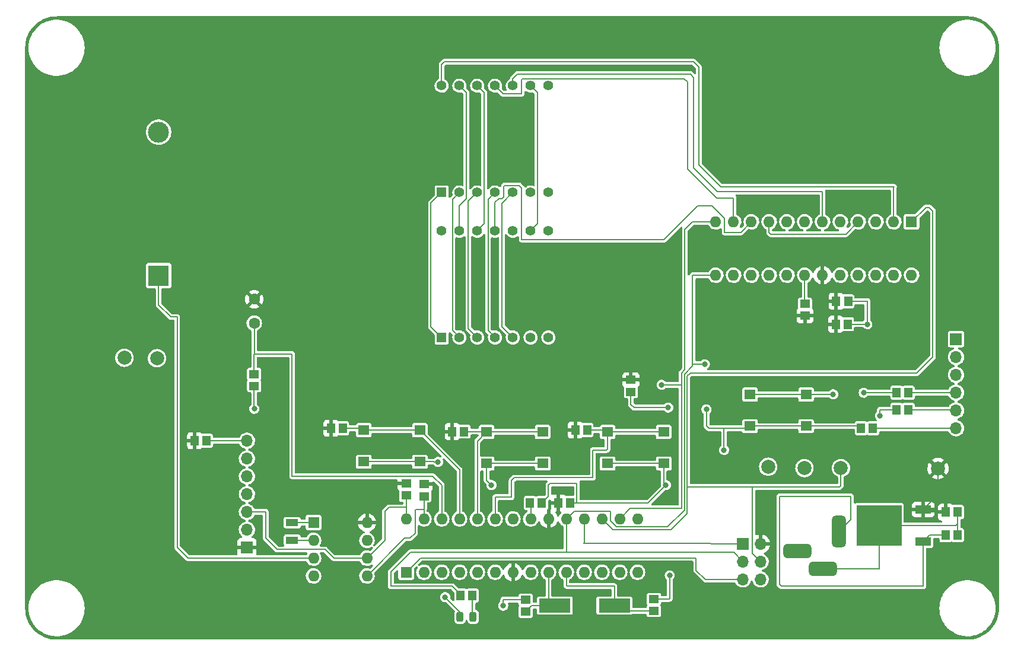
<source format=gbr>
%TF.GenerationSoftware,KiCad,Pcbnew,(6.0.5)*%
%TF.CreationDate,2022-07-21T21:55:52-07:00*%
%TF.ProjectId,rectangle-clock,72656374-616e-4676-9c65-2d636c6f636b,rev?*%
%TF.SameCoordinates,PX4c4b400PY8a48640*%
%TF.FileFunction,Copper,L1,Top*%
%TF.FilePolarity,Positive*%
%FSLAX46Y46*%
G04 Gerber Fmt 4.6, Leading zero omitted, Abs format (unit mm)*
G04 Created by KiCad (PCBNEW (6.0.5)) date 2022-07-21 21:55:52*
%MOMM*%
%LPD*%
G01*
G04 APERTURE LIST*
G04 Aperture macros list*
%AMRoundRect*
0 Rectangle with rounded corners*
0 $1 Rounding radius*
0 $2 $3 $4 $5 $6 $7 $8 $9 X,Y pos of 4 corners*
0 Add a 4 corners polygon primitive as box body*
4,1,4,$2,$3,$4,$5,$6,$7,$8,$9,$2,$3,0*
0 Add four circle primitives for the rounded corners*
1,1,$1+$1,$2,$3*
1,1,$1+$1,$4,$5*
1,1,$1+$1,$6,$7*
1,1,$1+$1,$8,$9*
0 Add four rect primitives between the rounded corners*
20,1,$1+$1,$2,$3,$4,$5,0*
20,1,$1+$1,$4,$5,$6,$7,0*
20,1,$1+$1,$6,$7,$8,$9,0*
20,1,$1+$1,$8,$9,$2,$3,0*%
G04 Aperture macros list end*
%TA.AperFunction,SMDPad,CuDef*%
%ADD10R,1.150000X1.400000*%
%TD*%
%TA.AperFunction,ComponentPad*%
%ADD11R,1.400000X1.400000*%
%TD*%
%TA.AperFunction,ComponentPad*%
%ADD12C,1.400000*%
%TD*%
%TA.AperFunction,SMDPad,CuDef*%
%ADD13R,1.600000X1.400000*%
%TD*%
%TA.AperFunction,SMDPad,CuDef*%
%ADD14R,1.400000X1.150000*%
%TD*%
%TA.AperFunction,ComponentPad*%
%ADD15C,2.000000*%
%TD*%
%TA.AperFunction,ComponentPad*%
%ADD16R,1.700000X1.700000*%
%TD*%
%TA.AperFunction,ComponentPad*%
%ADD17O,1.700000X1.700000*%
%TD*%
%TA.AperFunction,SMDPad,CuDef*%
%ADD18R,1.800000X1.000000*%
%TD*%
%TA.AperFunction,ComponentPad*%
%ADD19R,3.000000X3.000000*%
%TD*%
%TA.AperFunction,ComponentPad*%
%ADD20C,3.000000*%
%TD*%
%TA.AperFunction,ComponentPad*%
%ADD21R,1.600000X1.600000*%
%TD*%
%TA.AperFunction,ComponentPad*%
%ADD22O,1.600000X1.600000*%
%TD*%
%TA.AperFunction,ComponentPad*%
%ADD23C,1.600000*%
%TD*%
%TA.AperFunction,SMDPad,CuDef*%
%ADD24R,4.500000X2.000000*%
%TD*%
%TA.AperFunction,SMDPad,CuDef*%
%ADD25R,2.200000X1.200000*%
%TD*%
%TA.AperFunction,SMDPad,CuDef*%
%ADD26R,6.400000X5.800000*%
%TD*%
%TA.AperFunction,SMDPad,CuDef*%
%ADD27RoundRect,0.243750X-0.243750X-0.456250X0.243750X-0.456250X0.243750X0.456250X-0.243750X0.456250X0*%
%TD*%
%TA.AperFunction,ComponentPad*%
%ADD28RoundRect,0.500000X0.500000X-1.750000X0.500000X1.750000X-0.500000X1.750000X-0.500000X-1.750000X0*%
%TD*%
%TA.AperFunction,ComponentPad*%
%ADD29RoundRect,0.500000X1.500000X0.500000X-1.500000X0.500000X-1.500000X-0.500000X1.500000X-0.500000X0*%
%TD*%
%TA.AperFunction,ViaPad*%
%ADD30C,0.812800*%
%TD*%
%TA.AperFunction,Conductor*%
%ADD31C,0.203200*%
%TD*%
G04 APERTURE END LIST*
D10*
%TO.P,R12,1*%
%TO.N,VCC*%
X79020000Y30430000D03*
%TO.P,R12,2*%
%TO.N,B3*%
X80720000Y30430000D03*
%TD*%
D11*
%TO.P,DS1,1,E*%
%TO.N,SEGE*%
X59954000Y43654000D03*
D12*
%TO.P,DS1,2,D*%
%TO.N,SEGD*%
X62494000Y43654000D03*
%TO.P,DS1,3,DP*%
%TO.N,SEGDP*%
X65034000Y43654000D03*
%TO.P,DS1,4,C*%
%TO.N,SEGC*%
X67574000Y43654000D03*
%TO.P,DS1,5,G*%
%TO.N,SEGG*%
X70114000Y43654000D03*
%TO.P,DS1,6,COM_DIG.4*%
%TO.N,DIG7*%
X72654000Y43654000D03*
%TO.P,DS1,7,COM_COLON*%
%TO.N,unconnected-(DS1-Pad7)*%
X75194000Y43654000D03*
%TO.P,DS1,8,COLON*%
%TO.N,unconnected-(DS1-Pad8)*%
X75194000Y58894000D03*
%TO.P,DS1,9,B*%
%TO.N,SEGB*%
X72654000Y58894000D03*
%TO.P,DS1,10,COM_DIG.3*%
%TO.N,DIG6*%
X70114000Y58894000D03*
%TO.P,DS1,11,COM_DIG.2*%
%TO.N,DIG5*%
X67574000Y58894000D03*
%TO.P,DS1,12,F*%
%TO.N,SEGF*%
X65034000Y58894000D03*
%TO.P,DS1,13,A*%
%TO.N,SEGA*%
X62494000Y58894000D03*
%TO.P,DS1,14,COM_DIG.1*%
%TO.N,DIG4*%
X59954000Y58894000D03*
%TD*%
D13*
%TO.P,SW3,1,A*%
%TO.N,B2*%
X66368000Y30156000D03*
%TO.P,SW3,2,A*%
X74368000Y30156000D03*
%TO.P,SW3,3,B*%
%TO.N,GND*%
X66368000Y25656000D03*
%TO.P,SW3,4,B*%
X74368000Y25656000D03*
%TD*%
D10*
%TO.P,R8,1*%
%TO.N,VCC*%
X44170000Y30680000D03*
%TO.P,R8,2*%
%TO.N,B1*%
X45870000Y30680000D03*
%TD*%
D14*
%TO.P,R7,1*%
%TO.N,PHR*%
X33190000Y38430000D03*
%TO.P,R7,2*%
%TO.N,GND*%
X33190000Y36730000D03*
%TD*%
%TO.P,C4,1*%
%TO.N,Net-(C4-Pad1)*%
X90240000Y4610000D03*
%TO.P,C4,2*%
%TO.N,GND*%
X90240000Y6310000D03*
%TD*%
D15*
%TO.P,TP6,1,1*%
%TO.N,Din*%
X116930000Y25010000D03*
%TD*%
D10*
%TO.P,C2,1*%
%TO.N,VCC*%
X76630000Y20032000D03*
%TO.P,C2,2*%
%TO.N,GND*%
X78330000Y20032000D03*
%TD*%
D16*
%TO.P,J1,1,Pin_1*%
%TO.N,VCC*%
X32160000Y13665000D03*
D17*
%TO.P,J1,2,Pin_2*%
%TO.N,GND*%
X32160000Y16205000D03*
%TO.P,J1,3,Pin_3*%
%TO.N,SCL*%
X32160000Y18745000D03*
%TO.P,J1,4,Pin_4*%
%TO.N,SDA*%
X32160000Y21285000D03*
%TO.P,J1,5,Pin_5*%
%TO.N,unconnected-(J1-Pad5)*%
X32160000Y23825000D03*
%TO.P,J1,6,Pin_6*%
%TO.N,unconnected-(J1-Pad6)*%
X32160000Y26365000D03*
%TO.P,J1,7,Pin_7*%
%TO.N,Net-(J1-Pad7)*%
X32160000Y28905000D03*
%TD*%
D18*
%TO.P,Y1,1,1*%
%TO.N,Net-(U1-Pad1)*%
X38618000Y17218000D03*
%TO.P,Y1,2,2*%
%TO.N,Net-(U1-Pad2)*%
X38618000Y14718000D03*
%TD*%
D10*
%TO.P,C7,1*%
%TO.N,VCC*%
X131893000Y18721000D03*
%TO.P,C7,2*%
%TO.N,GND*%
X133593000Y18721000D03*
%TD*%
D14*
%TO.P,R1,1*%
%TO.N,VCC*%
X54890000Y22790000D03*
%TO.P,R1,2*%
%TO.N,SCL*%
X54890000Y21090000D03*
%TD*%
D19*
%TO.P,BT1,1,+*%
%TO.N,Net-(BT1-Pad1)*%
X19567984Y52473686D03*
D20*
%TO.P,BT1,2,-*%
%TO.N,GND*%
X19567984Y72963686D03*
%TD*%
D11*
%TO.P,DS2,1,E*%
%TO.N,SEGE*%
X59954000Y64349000D03*
D12*
%TO.P,DS2,2,D*%
%TO.N,SEGD*%
X62494000Y64349000D03*
%TO.P,DS2,3,DP*%
%TO.N,SEGDP*%
X65034000Y64349000D03*
%TO.P,DS2,4,C*%
%TO.N,SEGC*%
X67574000Y64349000D03*
%TO.P,DS2,5,G*%
%TO.N,SEGG*%
X70114000Y64349000D03*
%TO.P,DS2,6,COM_DIG.4*%
%TO.N,DIG3*%
X72654000Y64349000D03*
%TO.P,DS2,7,COM_COLON*%
%TO.N,unconnected-(DS2-Pad7)*%
X75194000Y64349000D03*
%TO.P,DS2,8,COLON*%
%TO.N,unconnected-(DS2-Pad8)*%
X75194000Y79589000D03*
%TO.P,DS2,9,B*%
%TO.N,SEGB*%
X72654000Y79589000D03*
%TO.P,DS2,10,COM_DIG.3*%
%TO.N,DIG2*%
X70114000Y79589000D03*
%TO.P,DS2,11,COM_DIG.2*%
%TO.N,DIG1*%
X67574000Y79589000D03*
%TO.P,DS2,12,F*%
%TO.N,SEGF*%
X65034000Y79589000D03*
%TO.P,DS2,13,A*%
%TO.N,SEGA*%
X62494000Y79589000D03*
%TO.P,DS2,14,COM_DIG.1*%
%TO.N,DIG0*%
X59954000Y79589000D03*
%TD*%
D21*
%TO.P,U4,1,DIN*%
%TO.N,Din*%
X127015000Y60154000D03*
D22*
%TO.P,U4,2,DIG_0*%
%TO.N,DIG0*%
X124475000Y60154000D03*
%TO.P,U4,3,DIG_4*%
%TO.N,DIG4*%
X121935000Y60154000D03*
%TO.P,U4,4,GND*%
%TO.N,GND*%
X119395000Y60154000D03*
%TO.P,U4,5,DIG_6*%
%TO.N,DIG6*%
X116855000Y60154000D03*
%TO.P,U4,6,DIG_2*%
%TO.N,DIG2*%
X114315000Y60154000D03*
%TO.P,U4,7,DIG_3*%
%TO.N,DIG3*%
X111775000Y60154000D03*
%TO.P,U4,8,DIG_7*%
%TO.N,DIG7*%
X109235000Y60154000D03*
%TO.P,U4,9,GND*%
%TO.N,GND*%
X106695000Y60154000D03*
%TO.P,U4,10,DIG_5*%
%TO.N,DIG5*%
X104155000Y60154000D03*
%TO.P,U4,11,DIG_1*%
%TO.N,DIG1*%
X101615000Y60154000D03*
%TO.P,U4,12,LOAD*%
%TO.N,CS*%
X99075000Y60154000D03*
%TO.P,U4,13,CLK*%
%TO.N,SCK*%
X99075000Y52534000D03*
%TO.P,U4,14,SEG_A*%
%TO.N,SEGA*%
X101615000Y52534000D03*
%TO.P,U4,15,SEG_F*%
%TO.N,SEGF*%
X104155000Y52534000D03*
%TO.P,U4,16,SEG_B*%
%TO.N,SEGB*%
X106695000Y52534000D03*
%TO.P,U4,17,SEG_G*%
%TO.N,SEGG*%
X109235000Y52534000D03*
%TO.P,U4,18,ISET*%
%TO.N,Net-(R2-Pad1)*%
X111775000Y52534000D03*
%TO.P,U4,19,V+*%
%TO.N,VCC*%
X114315000Y52534000D03*
%TO.P,U4,20,SEG_C*%
%TO.N,SEGC*%
X116855000Y52534000D03*
%TO.P,U4,21,SEG_E*%
%TO.N,SEGE*%
X119395000Y52534000D03*
%TO.P,U4,22,SEG_DP*%
%TO.N,SEGDP*%
X121935000Y52534000D03*
%TO.P,U4,23,SEG_D*%
%TO.N,SEGD*%
X124475000Y52534000D03*
%TO.P,U4,24,DOUT*%
%TO.N,unconnected-(U4-Pad24)*%
X127015000Y52534000D03*
%TD*%
D10*
%TO.P,R9,1*%
%TO.N,VCC*%
X61470000Y30220000D03*
%TO.P,R9,2*%
%TO.N,B2*%
X63170000Y30220000D03*
%TD*%
D14*
%TO.P,R4,1*%
%TO.N,VCC*%
X86960000Y37590000D03*
%TO.P,R4,2*%
%TO.N,RESET*%
X86960000Y35890000D03*
%TD*%
D16*
%TO.P,J4,1,Pin_1*%
%TO.N,MISO*%
X102935000Y14195000D03*
D17*
%TO.P,J4,2,Pin_2*%
%TO.N,VCC*%
X105475000Y14195000D03*
%TO.P,J4,3,Pin_3*%
%TO.N,SCK*%
X102935000Y11655000D03*
%TO.P,J4,4,Pin_4*%
%TO.N,Din*%
X105475000Y11655000D03*
%TO.P,J4,5,Pin_5*%
%TO.N,RESET*%
X102935000Y9115000D03*
%TO.P,J4,6,Pin_6*%
%TO.N,GND*%
X105475000Y9115000D03*
%TD*%
D23*
%TO.P,R6,1*%
%TO.N,VCC*%
X33210000Y49105000D03*
%TO.P,R6,2*%
%TO.N,PHR*%
X33210000Y45705000D03*
%TD*%
D15*
%TO.P,TP3,1,1*%
%TO.N,SDA*%
X19330000Y40690000D03*
%TD*%
D10*
%TO.P,C5,1*%
%TO.N,Net-(C5-Pad1)*%
X131893000Y15419000D03*
%TO.P,C5,2*%
%TO.N,GND*%
X133593000Y15419000D03*
%TD*%
%TO.P,C8,1*%
%TO.N,VCC*%
X116260000Y48810000D03*
%TO.P,C8,2*%
%TO.N,GND*%
X117960000Y48810000D03*
%TD*%
%TO.P,R5,1*%
%TO.N,VCC*%
X24720000Y28910000D03*
%TO.P,R5,2*%
%TO.N,Net-(J1-Pad7)*%
X26420000Y28910000D03*
%TD*%
%TO.P,R13,1*%
%TO.N,SCK*%
X62660000Y6824000D03*
%TO.P,R13,2*%
%TO.N,Net-(D1-Pad2)*%
X64360000Y6824000D03*
%TD*%
D14*
%TO.P,R3,1*%
%TO.N,VCC*%
X57440000Y22690000D03*
%TO.P,R3,2*%
%TO.N,SDA*%
X57440000Y20990000D03*
%TD*%
D21*
%TO.P,U1,1,X1*%
%TO.N,Net-(U1-Pad1)*%
X41676000Y17228000D03*
D22*
%TO.P,U1,2,X2*%
%TO.N,Net-(U1-Pad2)*%
X41676000Y14688000D03*
%TO.P,U1,3,VBAT*%
%TO.N,Net-(BT1-Pad1)*%
X41676000Y12148000D03*
%TO.P,U1,4,GND*%
%TO.N,GND*%
X41676000Y9608000D03*
%TO.P,U1,5,SDA*%
%TO.N,SDA*%
X49296000Y9608000D03*
%TO.P,U1,6,SCL*%
%TO.N,SCL*%
X49296000Y12148000D03*
%TO.P,U1,7,SQW/OUT*%
%TO.N,unconnected-(U1-Pad7)*%
X49296000Y14688000D03*
%TO.P,U1,8,VCC*%
%TO.N,VCC*%
X49296000Y17228000D03*
%TD*%
D15*
%TO.P,TP4,1,1*%
%TO.N,CS*%
X106550000Y25200000D03*
%TD*%
D24*
%TO.P,Y2,1,1*%
%TO.N,Net-(C4-Pad1)*%
X84610000Y5370000D03*
%TO.P,Y2,2,2*%
%TO.N,Net-(C3-Pad1)*%
X76110000Y5370000D03*
%TD*%
D10*
%TO.P,R11,1*%
%TO.N,TXD*%
X124890000Y35780000D03*
%TO.P,R11,2*%
%TO.N,Net-(J3-Pad4)*%
X126590000Y35780000D03*
%TD*%
D25*
%TO.P,U2,1,IN*%
%TO.N,Net-(C5-Pad1)*%
X128685000Y14525000D03*
D26*
%TO.P,U2,2,GND*%
%TO.N,GND*%
X122385000Y16805000D03*
D25*
%TO.P,U2,3,OUT*%
%TO.N,VCC*%
X128685000Y19085000D03*
%TD*%
D10*
%TO.P,C6,1*%
%TO.N,RESET*%
X119810000Y30700000D03*
%TO.P,C6,2*%
%TO.N,Net-(C6-Pad2)*%
X121510000Y30700000D03*
%TD*%
D21*
%TO.P,U3,1,~{RESET}/PC6*%
%TO.N,RESET*%
X54884000Y10136000D03*
D22*
%TO.P,U3,2,RXD/PD0*%
%TO.N,RXD*%
X57424000Y10136000D03*
%TO.P,U3,3,TXD/PD1*%
%TO.N,TXD*%
X59964000Y10136000D03*
%TO.P,U3,4,INT0/PD2*%
%TO.N,unconnected-(U3-Pad4)*%
X62504000Y10136000D03*
%TO.P,U3,5,INT1/PD3*%
%TO.N,unconnected-(U3-Pad5)*%
X65044000Y10136000D03*
%TO.P,U3,6,PD4*%
%TO.N,unconnected-(U3-Pad6)*%
X67584000Y10136000D03*
%TO.P,U3,7,VCC*%
%TO.N,VCC*%
X70124000Y10136000D03*
%TO.P,U3,8,GND*%
%TO.N,GND*%
X72664000Y10136000D03*
%TO.P,U3,9,XTAL1/PB6*%
%TO.N,Net-(C3-Pad1)*%
X75204000Y10136000D03*
%TO.P,U3,10,XTAL2/PB7*%
%TO.N,Net-(C4-Pad1)*%
X77744000Y10136000D03*
%TO.P,U3,11,OC0B/PD5*%
%TO.N,unconnected-(U3-Pad11)*%
X80284000Y10136000D03*
%TO.P,U3,12,OC0A/PD6*%
%TO.N,unconnected-(U3-Pad12)*%
X82824000Y10136000D03*
%TO.P,U3,13,PD7*%
%TO.N,unconnected-(U3-Pad13)*%
X85364000Y10136000D03*
%TO.P,U3,14,PB0*%
%TO.N,unconnected-(U3-Pad14)*%
X87904000Y10136000D03*
%TO.P,U3,15,OC1A/PB1*%
%TO.N,unconnected-(U3-Pad15)*%
X87904000Y17756000D03*
%TO.P,U3,16,OC1B/PB2*%
%TO.N,CS*%
X85364000Y17756000D03*
%TO.P,U3,17,MOSI/PB3*%
%TO.N,Din*%
X82824000Y17756000D03*
%TO.P,U3,18,MISO/PB4*%
%TO.N,MISO*%
X80284000Y17756000D03*
%TO.P,U3,19,SCK/PB5*%
%TO.N,SCK*%
X77744000Y17756000D03*
%TO.P,U3,20,AVCC*%
%TO.N,VCC*%
X75204000Y17756000D03*
%TO.P,U3,21,AREF*%
%TO.N,Net-(C1-Pad1)*%
X72664000Y17756000D03*
%TO.P,U3,22,GND*%
%TO.N,GND*%
X70124000Y17756000D03*
%TO.P,U3,23,ADC0/PC0*%
%TO.N,B3*%
X67584000Y17756000D03*
%TO.P,U3,24,ADC1/PC1*%
%TO.N,B2*%
X65044000Y17756000D03*
%TO.P,U3,25,ADC2/PC2*%
%TO.N,B1*%
X62504000Y17756000D03*
%TO.P,U3,26,ADC3/PC3*%
%TO.N,PHR*%
X59964000Y17756000D03*
%TO.P,U3,27,SDA/PC4*%
%TO.N,SDA*%
X57424000Y17756000D03*
%TO.P,U3,28,SCL/PC5*%
%TO.N,SCL*%
X54884000Y17756000D03*
%TD*%
D13*
%TO.P,SW4,1,A*%
%TO.N,B3*%
X83640000Y30156000D03*
%TO.P,SW4,2,A*%
X91640000Y30156000D03*
%TO.P,SW4,3,B*%
%TO.N,GND*%
X83640000Y25656000D03*
%TO.P,SW4,4,B*%
X91640000Y25656000D03*
%TD*%
D10*
%TO.P,R10,1*%
%TO.N,RXD*%
X124880000Y33320000D03*
%TO.P,R10,2*%
%TO.N,Net-(J3-Pad5)*%
X126580000Y33320000D03*
%TD*%
D13*
%TO.P,SW2,1,A*%
%TO.N,B1*%
X48842000Y30410000D03*
%TO.P,SW2,2,A*%
X56842000Y30410000D03*
%TO.P,SW2,3,B*%
%TO.N,GND*%
X48842000Y25910000D03*
%TO.P,SW2,4,B*%
X56842000Y25910000D03*
%TD*%
D27*
%TO.P,D1,1,K*%
%TO.N,GND*%
X62572500Y3776000D03*
%TO.P,D1,2,A*%
%TO.N,Net-(D1-Pad2)*%
X64447500Y3776000D03*
%TD*%
D16*
%TO.P,J3,1,Pin_1*%
%TO.N,GND*%
X133360000Y43400000D03*
D17*
%TO.P,J3,2,Pin_2*%
X133360000Y40860000D03*
%TO.P,J3,3,Pin_3*%
%TO.N,unconnected-(J3-Pad3)*%
X133360000Y38320000D03*
%TO.P,J3,4,Pin_4*%
%TO.N,Net-(J3-Pad4)*%
X133360000Y35780000D03*
%TO.P,J3,5,Pin_5*%
%TO.N,Net-(J3-Pad5)*%
X133360000Y33240000D03*
%TO.P,J3,6,Pin_6*%
%TO.N,Net-(C6-Pad2)*%
X133360000Y30700000D03*
%TD*%
D14*
%TO.P,C3,1*%
%TO.N,Net-(C3-Pad1)*%
X71950000Y4510000D03*
%TO.P,C3,2*%
%TO.N,GND*%
X71950000Y6210000D03*
%TD*%
D15*
%TO.P,TP5,1,1*%
%TO.N,SCK*%
X111730000Y25010000D03*
%TD*%
D14*
%TO.P,R2,1*%
%TO.N,Net-(R2-Pad1)*%
X111810000Y48450000D03*
%TO.P,R2,2*%
%TO.N,VCC*%
X111810000Y46750000D03*
%TD*%
D15*
%TO.P,TP1,1,1*%
%TO.N,VCC*%
X130790000Y24950000D03*
%TD*%
%TO.P,TP2,1,1*%
%TO.N,SCL*%
X14680000Y40760000D03*
%TD*%
D10*
%TO.P,C9,1*%
%TO.N,VCC*%
X116190000Y45540000D03*
%TO.P,C9,2*%
%TO.N,GND*%
X117890000Y45540000D03*
%TD*%
%TO.P,C1,1*%
%TO.N,Net-(C1-Pad1)*%
X72566000Y20032000D03*
%TO.P,C1,2*%
%TO.N,GND*%
X74266000Y20032000D03*
%TD*%
D13*
%TO.P,SW1,1,A*%
%TO.N,GND*%
X103960000Y35490000D03*
%TO.P,SW1,2,A*%
X111960000Y35490000D03*
%TO.P,SW1,3,B*%
%TO.N,RESET*%
X103960000Y30990000D03*
%TO.P,SW1,4,B*%
X111960000Y30990000D03*
%TD*%
D28*
%TO.P,J2,1,POLE*%
%TO.N,Net-(C5-Pad1)*%
X116685000Y15927000D03*
D29*
%TO.P,J2,2,OUT*%
%TO.N,GND*%
X114385000Y10627000D03*
%TO.P,J2,3,OUT*%
%TO.N,unconnected-(J2-Pad3)*%
X110685000Y13127000D03*
%TD*%
D30*
%TO.N,RESET*%
X92300000Y33640000D03*
X97740000Y33380000D03*
X100250000Y27590000D03*
%TO.N,GND*%
X115834000Y35526000D03*
X67066000Y22572000D03*
X60462000Y6570000D03*
X91958000Y22572000D03*
X59446000Y25874000D03*
X33210000Y33462000D03*
X68750000Y5360000D03*
X120700000Y45540000D03*
X92510000Y9680000D03*
%TO.N,RXD*%
X122510000Y32480000D03*
%TO.N,TXD*%
X120180000Y35760000D03*
%TO.N,CS*%
X91340000Y36880000D03*
%TO.N,SCK*%
X97520000Y39840000D03*
%TD*%
D31*
%TO.N,Net-(C1-Pad1)*%
X72664000Y19934000D02*
X72566000Y20032000D01*
X72664000Y17756000D02*
X72664000Y19934000D01*
%TO.N,B1*%
X62504000Y24748000D02*
X62504000Y17756000D01*
X56842000Y30410000D02*
X48842000Y30410000D01*
X56842000Y30410000D02*
X62504000Y24748000D01*
X48552000Y30700000D02*
X48842000Y30410000D01*
X48572000Y30680000D02*
X48842000Y30410000D01*
X45870000Y30680000D02*
X48572000Y30680000D01*
%TO.N,VCC*%
X130790000Y24950000D02*
X130790000Y21190000D01*
X114315000Y52534000D02*
X114315000Y48875000D01*
X114440000Y48810000D02*
X116260000Y48810000D01*
X130781000Y18721000D02*
X130461000Y18721000D01*
X114410000Y48780000D02*
X114440000Y48810000D01*
X130790000Y21190000D02*
X128685000Y19085000D01*
X116260000Y48810000D02*
X116260000Y45610000D01*
X131893000Y18721000D02*
X130781000Y18721000D01*
X114315000Y48875000D02*
X114410000Y48780000D01*
X130461000Y18721000D02*
X129049000Y18721000D01*
X116260000Y45610000D02*
X116190000Y45540000D01*
%TO.N,Net-(C3-Pad1)*%
X75204000Y6276000D02*
X76110000Y5370000D01*
X71950000Y4510000D02*
X72810000Y5370000D01*
X72810000Y5370000D02*
X76110000Y5370000D01*
X75204000Y10136000D02*
X75204000Y6276000D01*
%TO.N,Net-(C4-Pad1)*%
X85370000Y4610000D02*
X84610000Y5370000D01*
X90240000Y4610000D02*
X85370000Y4610000D01*
X77744000Y10136000D02*
X77744000Y8936000D01*
X84570000Y8150000D02*
X84610000Y8110000D01*
X77750000Y8930000D02*
X77750000Y8260000D01*
X84610000Y8110000D02*
X84610000Y5370000D01*
X77744000Y8936000D02*
X77750000Y8930000D01*
X77860000Y8150000D02*
X84570000Y8150000D01*
X77750000Y8260000D02*
X77860000Y8150000D01*
%TO.N,RESET*%
X102935000Y9115000D02*
X97575000Y9115000D01*
X119520000Y30990000D02*
X119810000Y30700000D01*
X97740000Y33380000D02*
X97740000Y31040000D01*
X100120000Y30700000D02*
X103670000Y30700000D01*
X56928000Y12180000D02*
X54884000Y10136000D01*
X86960000Y34090000D02*
X87410000Y33640000D01*
X96280000Y12120000D02*
X96220000Y12180000D01*
X100250000Y30570000D02*
X100120000Y30700000D01*
X103670000Y30700000D02*
X103960000Y30990000D01*
X96220000Y12180000D02*
X56928000Y12180000D01*
X87410000Y33640000D02*
X92300000Y33640000D01*
X100250000Y27590000D02*
X100250000Y30570000D01*
X97740000Y31040000D02*
X98080000Y30700000D01*
X97575000Y9115000D02*
X96280000Y10410000D01*
X111960000Y30990000D02*
X119520000Y30990000D01*
X103960000Y30990000D02*
X111960000Y30990000D01*
X86960000Y35890000D02*
X86960000Y34090000D01*
X96280000Y10410000D02*
X96280000Y12120000D01*
X98080000Y30700000D02*
X100120000Y30700000D01*
%TO.N,Net-(C6-Pad2)*%
X121510000Y30700000D02*
X133360000Y30700000D01*
%TO.N,Net-(D1-Pad2)*%
X64360000Y6824000D02*
X64360000Y3863500D01*
X64360000Y3863500D02*
X64447500Y3776000D01*
%TO.N,SEGE*%
X59954000Y43654000D02*
X58430000Y45178000D01*
X58430000Y45178000D02*
X58430000Y62825000D01*
X58430000Y62825000D02*
X59954000Y64349000D01*
%TO.N,SEGD*%
X61489689Y44658311D02*
X61489689Y63344689D01*
X61489689Y63344689D02*
X62494000Y64349000D01*
X62494000Y43654000D02*
X61489689Y44658311D01*
%TO.N,SEGDP*%
X63764000Y44924000D02*
X65034000Y43654000D01*
X65034000Y64349000D02*
X63764000Y63079000D01*
X63764000Y63079000D02*
X63764000Y44924000D01*
%TO.N,SEGC*%
X67574000Y64349000D02*
X66569689Y63344689D01*
X66569689Y63344689D02*
X66569689Y44658311D01*
X66569689Y44658311D02*
X67574000Y43654000D01*
%TO.N,SEGG*%
X68578311Y62813311D02*
X68578311Y45189689D01*
X68578311Y45189689D02*
X70114000Y43654000D01*
X70114000Y64349000D02*
X68578311Y62813311D01*
%TO.N,Net-(BT1-Pad1)*%
X22210000Y13700000D02*
X22210000Y46570000D01*
X41676000Y12148000D02*
X23762000Y12148000D01*
X22210000Y46570000D02*
X21280000Y46570000D01*
X23762000Y12148000D02*
X22210000Y13700000D01*
X19567984Y48282016D02*
X19567984Y52473686D01*
X21280000Y46570000D02*
X19567984Y48282016D01*
%TO.N,GND*%
X133336200Y16805000D02*
X122385000Y16805000D01*
X79258000Y20032000D02*
X89418000Y20032000D01*
X66368000Y25656000D02*
X74368000Y25656000D01*
X117627000Y58386000D02*
X119395000Y60154000D01*
X79258000Y22826000D02*
X79258000Y20032000D01*
X122385000Y10607000D02*
X122385000Y16805000D01*
X114382000Y35526000D02*
X115834000Y35526000D01*
X33190000Y33482000D02*
X33210000Y33462000D01*
X68746000Y6210000D02*
X68746000Y5364000D01*
X62572500Y4459500D02*
X60462000Y6570000D01*
X56842000Y25910000D02*
X58902000Y25910000D01*
X120650000Y48810000D02*
X120700000Y48860000D01*
X66368000Y25656000D02*
X66368000Y23270000D01*
X33190000Y36730000D02*
X33190000Y33482000D01*
X106695000Y58635000D02*
X106944000Y58386000D01*
X91640000Y22636000D02*
X91704000Y22572000D01*
X122349000Y10627000D02*
X122377000Y10599000D01*
X133593000Y17061800D02*
X133593000Y15419000D01*
X75194000Y20960000D02*
X75194000Y22572000D01*
X133593000Y17061800D02*
X133336200Y16805000D01*
X75194000Y22572000D02*
X75448000Y22826000D01*
X83640000Y25656000D02*
X91640000Y25656000D01*
X92520000Y9660000D02*
X92520000Y6420000D01*
X114346000Y35490000D02*
X114382000Y35526000D01*
X62572500Y3776000D02*
X62572500Y4459500D01*
X71950000Y6210000D02*
X68746000Y6210000D01*
X120700000Y48860000D02*
X120700000Y45540000D01*
X74266000Y20032000D02*
X75194000Y20960000D01*
X89418000Y20032000D02*
X91958000Y22572000D01*
X103960000Y35490000D02*
X111960000Y35490000D01*
X48842000Y25910000D02*
X56842000Y25910000D01*
X133593000Y18721000D02*
X133593000Y17061800D01*
X122377000Y10599000D02*
X122385000Y10607000D01*
X117960000Y48810000D02*
X120650000Y48810000D01*
X91640000Y25656000D02*
X91640000Y22636000D01*
X58902000Y25910000D02*
X58938000Y25874000D01*
X78330000Y20032000D02*
X79258000Y20032000D01*
X68746000Y5364000D02*
X68750000Y5360000D01*
X106695000Y60154000D02*
X106695000Y58635000D01*
X111960000Y35490000D02*
X114346000Y35490000D01*
X106944000Y58386000D02*
X117627000Y58386000D01*
X92520000Y9670000D02*
X92510000Y9680000D01*
X92520000Y9660000D02*
X92520000Y9670000D01*
X75448000Y22826000D02*
X79258000Y22826000D01*
X58938000Y25874000D02*
X59446000Y25874000D01*
X117890000Y45540000D02*
X120700000Y45540000D01*
X114385000Y10627000D02*
X122349000Y10627000D01*
X91704000Y22572000D02*
X91958000Y22572000D01*
X92410000Y6310000D02*
X90240000Y6310000D01*
X92520000Y6420000D02*
X92410000Y6310000D01*
X66368000Y23270000D02*
X67066000Y22572000D01*
%TO.N,SEGB*%
X72654000Y58894000D02*
X73658311Y59898311D01*
X73658311Y78584689D02*
X72654000Y79589000D01*
X73658311Y59898311D02*
X73658311Y78584689D01*
%TO.N,DIG2*%
X95940000Y80760000D02*
X95940000Y67870000D01*
X70114000Y79589000D02*
X70114000Y80578949D01*
X70114000Y80578949D02*
X70781051Y81246000D01*
X99320000Y64490000D02*
X114230000Y64490000D01*
X95940000Y67870000D02*
X99320000Y64490000D01*
X70781051Y81246000D02*
X95454000Y81246000D01*
X95454000Y81246000D02*
X95940000Y80760000D01*
X114315000Y64405000D02*
X114315000Y60154000D01*
X114230000Y64490000D02*
X114315000Y64405000D01*
%TO.N,DIG1*%
X94556689Y80593311D02*
X95050000Y80100000D01*
X71384000Y80484000D02*
X71493311Y80593311D01*
X95050000Y80100000D02*
X95050000Y67690000D01*
X71384000Y78452000D02*
X71384000Y80484000D01*
X101600000Y63560000D02*
X101615000Y63545000D01*
X95050000Y67690000D02*
X99180000Y63560000D01*
X68711000Y78452000D02*
X71384000Y78452000D01*
X101615000Y63545000D02*
X101615000Y60154000D01*
X71493311Y80593311D02*
X94556689Y80593311D01*
X99180000Y63560000D02*
X101600000Y63560000D01*
X67574000Y79589000D02*
X68711000Y78452000D01*
%TO.N,SEGF*%
X66038311Y59898311D02*
X66038311Y78584689D01*
X66038311Y78584689D02*
X65034000Y79589000D01*
X65034000Y58894000D02*
X66038311Y59898311D01*
%TO.N,SEGA*%
X62494000Y62450000D02*
X62494000Y58894000D01*
X63498311Y63454311D02*
X62494000Y62450000D01*
X63498311Y78584689D02*
X63498311Y63454311D01*
X62494000Y79589000D02*
X63498311Y78584689D01*
%TO.N,DIG0*%
X59954000Y82594000D02*
X60380000Y83020000D01*
X95860000Y83020000D02*
X96650000Y82230000D01*
X60380000Y83020000D02*
X95860000Y83020000D01*
X96650000Y68290000D02*
X99800000Y65140000D01*
X124475000Y65115000D02*
X124475000Y60154000D01*
X99800000Y65140000D02*
X124500000Y65140000D01*
X96650000Y82230000D02*
X96650000Y68290000D01*
X124500000Y65140000D02*
X124475000Y65115000D01*
X59954000Y79589000D02*
X59954000Y82594000D01*
%TO.N,Net-(C5-Pad1)*%
X128687000Y8159000D02*
X128687000Y11259000D01*
X108399000Y8159000D02*
X128687000Y8159000D01*
X128685000Y14525000D02*
X128685000Y11261000D01*
X118377000Y20979000D02*
X108167000Y20979000D01*
X116685000Y15927000D02*
X118377000Y17619000D01*
X118377000Y17619000D02*
X118377000Y20979000D01*
X131893000Y15419000D02*
X129579000Y15419000D01*
X129579000Y15419000D02*
X128685000Y14525000D01*
X108167000Y20979000D02*
X108167000Y8391000D01*
X128687000Y11259000D02*
X128685000Y11261000D01*
X108167000Y8391000D02*
X108399000Y8159000D01*
%TO.N,SCL*%
X34840000Y18770000D02*
X34815000Y18745000D01*
X54884000Y19386000D02*
X54890000Y19392000D01*
X43330000Y13390000D02*
X36470000Y13390000D01*
X54884000Y19386000D02*
X54884000Y17756000D01*
X52426000Y19386000D02*
X54884000Y19386000D01*
X51850000Y18810000D02*
X52426000Y19386000D01*
X34840000Y15020000D02*
X34840000Y18770000D01*
X44572000Y12148000D02*
X43330000Y13390000D01*
X49296000Y12148000D02*
X51850000Y14702000D01*
X36470000Y13390000D02*
X34840000Y15020000D01*
X51850000Y14702000D02*
X51850000Y18810000D01*
X34815000Y18745000D02*
X32160000Y18745000D01*
X54890000Y19392000D02*
X54890000Y21090000D01*
X49296000Y12148000D02*
X44572000Y12148000D01*
%TO.N,SDA*%
X57424000Y19116000D02*
X57440000Y19132000D01*
X55470000Y15020000D02*
X56160000Y15710000D01*
X54708000Y15020000D02*
X55470000Y15020000D01*
X56160000Y18970000D02*
X56306000Y19116000D01*
X57440000Y19132000D02*
X57440000Y20990000D01*
X56306000Y19116000D02*
X57424000Y19116000D01*
X56160000Y15710000D02*
X56160000Y18970000D01*
X49296000Y9608000D02*
X54708000Y15020000D01*
X57424000Y19116000D02*
X57424000Y17756000D01*
%TO.N,Net-(J1-Pad7)*%
X26420000Y28910000D02*
X32155000Y28910000D01*
X32155000Y28910000D02*
X32160000Y28905000D01*
%TO.N,PHR*%
X33190000Y41240000D02*
X33210000Y41260000D01*
X38618000Y41262000D02*
X38590000Y41290000D01*
X33210000Y41260000D02*
X33210000Y42085000D01*
X59964000Y17756000D02*
X59964000Y22562000D01*
X58684000Y23842000D02*
X38618000Y23842000D01*
X38590000Y41290000D02*
X33240000Y41290000D01*
X33240000Y41290000D02*
X33210000Y41260000D01*
X33190000Y38430000D02*
X33190000Y41240000D01*
X59964000Y22562000D02*
X58684000Y23842000D01*
X33210000Y42085000D02*
X33210000Y45705000D01*
X38618000Y23842000D02*
X38618000Y41262000D01*
%TO.N,B2*%
X65044000Y17756000D02*
X65044000Y28832000D01*
X66304000Y30220000D02*
X66368000Y30156000D01*
X63170000Y30220000D02*
X66304000Y30220000D01*
X66368000Y30156000D02*
X74368000Y30156000D01*
X65044000Y28832000D02*
X66368000Y30156000D01*
%TO.N,RXD*%
X122510000Y33320000D02*
X124880000Y33320000D01*
X122510000Y32480000D02*
X122510000Y33320000D01*
%TO.N,TXD*%
X120200000Y35780000D02*
X124890000Y35780000D01*
X120180000Y35760000D02*
X120200000Y35780000D01*
%TO.N,B3*%
X83350000Y30446000D02*
X83640000Y30156000D01*
X69890000Y20840000D02*
X69930000Y20880000D01*
X83366000Y30430000D02*
X83640000Y30156000D01*
X83640000Y27740000D02*
X83640000Y30156000D01*
X69930000Y20880000D02*
X69930000Y23200000D01*
X67584000Y20844000D02*
X67590000Y20850000D01*
X80720000Y30430000D02*
X83366000Y30430000D01*
X67584000Y17756000D02*
X67584000Y20844000D01*
X69880000Y20850000D02*
X69890000Y20840000D01*
X70360000Y23630000D02*
X81540000Y23630000D01*
X81540000Y23630000D02*
X81540000Y27580000D01*
X81540000Y27580000D02*
X83480000Y27580000D01*
X83480000Y27580000D02*
X83640000Y27740000D01*
X69930000Y23200000D02*
X70360000Y23630000D01*
X67590000Y20850000D02*
X69880000Y20850000D01*
X83640000Y30156000D02*
X91640000Y30156000D01*
%TO.N,MISO*%
X98300000Y14300000D02*
X80270000Y14300000D01*
X98300000Y14300000D02*
X98405000Y14195000D01*
X98405000Y14195000D02*
X102935000Y14195000D01*
X80284000Y14314000D02*
X80284000Y17756000D01*
X80270000Y14300000D02*
X80284000Y14314000D01*
%TO.N,DIG5*%
X71020689Y65353311D02*
X71384000Y64990000D01*
X67574000Y62928689D02*
X68111311Y63466000D01*
X71384000Y64990000D02*
X71384000Y57624000D01*
X96530000Y62450000D02*
X98562000Y62450000D01*
X100340000Y58640000D02*
X102641000Y58640000D01*
X68590000Y63466000D02*
X68844000Y63720000D01*
X68844000Y63720000D02*
X68844000Y65244000D01*
X98562000Y62450000D02*
X100340000Y60672000D01*
X91704000Y57624000D02*
X96530000Y62450000D01*
X68111311Y63466000D02*
X68590000Y63466000D01*
X71384000Y57624000D02*
X91704000Y57624000D01*
X100340000Y60672000D02*
X100340000Y58640000D01*
X102641000Y58640000D02*
X104155000Y60154000D01*
X68844000Y65244000D02*
X68953311Y65353311D01*
X68953311Y65353311D02*
X71020689Y65353311D01*
X67574000Y58894000D02*
X67574000Y62928689D01*
%TO.N,Net-(J3-Pad4)*%
X126590000Y35780000D02*
X133360000Y35780000D01*
%TO.N,CS*%
X91340000Y36880000D02*
X94170000Y36880000D01*
X94668689Y59049689D02*
X95773000Y60154000D01*
X94668689Y39064746D02*
X94668689Y59049689D01*
X85364000Y17756000D02*
X86878000Y19270000D01*
X94194160Y19270000D02*
X94194160Y36834160D01*
X94194160Y36834160D02*
X94194160Y38590217D01*
X94194160Y38590217D02*
X94668689Y39064746D01*
X94194160Y36855840D02*
X94194160Y36834160D01*
X95773000Y60154000D02*
X99075000Y60154000D01*
X86878000Y19270000D02*
X94194160Y19270000D01*
X94170000Y36880000D02*
X94194160Y36855840D01*
%TO.N,Din*%
X105475000Y11655000D02*
X104320689Y12809311D01*
X129057000Y62196000D02*
X127015000Y60154000D01*
X130058000Y40860000D02*
X130058000Y61688000D01*
X116930000Y25010000D02*
X116930000Y22510000D01*
X127772000Y38574000D02*
X130058000Y40860000D01*
X95006000Y18508000D02*
X95006000Y22326000D01*
X104200000Y22320000D02*
X95012000Y22320000D01*
X129550000Y62196000D02*
X129057000Y62196000D01*
X104320689Y12809311D02*
X104320689Y22199311D01*
X116930000Y22510000D02*
X116740000Y22320000D01*
X95012000Y22320000D02*
X95006000Y22326000D01*
X84358000Y16222000D02*
X92720000Y16222000D01*
X95006000Y38132057D02*
X95447943Y38574000D01*
X92720000Y16222000D02*
X95006000Y18508000D01*
X105460000Y22320000D02*
X104200000Y22320000D01*
X82824000Y17756000D02*
X84358000Y16222000D01*
X95006000Y22326000D02*
X95006000Y38132057D01*
X130058000Y61688000D02*
X129550000Y62196000D01*
X95447943Y38574000D02*
X127772000Y38574000D01*
X116740000Y22320000D02*
X105460000Y22320000D01*
X104320689Y22199311D02*
X104200000Y22320000D01*
%TO.N,Net-(J3-Pad5)*%
X133280000Y33320000D02*
X133360000Y33240000D01*
X126580000Y33320000D02*
X133280000Y33320000D01*
%TO.N,Net-(U1-Pad1)*%
X38618000Y17218000D02*
X41666000Y17218000D01*
X41666000Y17218000D02*
X41676000Y17228000D01*
%TO.N,SCK*%
X62660000Y6824000D02*
X62660000Y6949000D01*
X95776000Y39840000D02*
X95773000Y39843000D01*
X83985689Y18860311D02*
X84084000Y18762000D01*
X77820000Y12960000D02*
X101630000Y12960000D01*
X77744000Y17756000D02*
X78848311Y18860311D01*
X92212000Y16627920D02*
X94600080Y19016000D01*
X84084000Y17474267D02*
X84930347Y16627920D01*
X77744000Y13036000D02*
X77744000Y17756000D01*
X94600080Y38422080D02*
X95773000Y39595000D01*
X78848311Y18860311D02*
X83985689Y18860311D01*
X77744000Y13036000D02*
X77820000Y12960000D01*
X84084000Y18762000D02*
X84084000Y17474267D01*
X55519378Y12980000D02*
X77688000Y12980000D01*
X101630000Y12960000D02*
X102935000Y11655000D01*
X95773000Y52534000D02*
X99075000Y52534000D01*
X97520000Y39840000D02*
X95776000Y39840000D01*
X94600080Y19016000D02*
X94600080Y38422080D01*
X52700000Y8130000D02*
X52700000Y10160622D01*
X62660000Y6949000D02*
X61479000Y8130000D01*
X52700000Y10160622D02*
X55519378Y12980000D01*
X95773000Y39843000D02*
X95773000Y52534000D01*
X95773000Y39595000D02*
X95773000Y39843000D01*
X61479000Y8130000D02*
X52700000Y8130000D01*
X84930347Y16627920D02*
X92212000Y16627920D01*
X77688000Y12980000D02*
X77744000Y13036000D01*
%TO.N,Net-(U1-Pad2)*%
X41646000Y14718000D02*
X41676000Y14688000D01*
X38618000Y14718000D02*
X41646000Y14718000D01*
%TO.N,Net-(R2-Pad1)*%
X111775000Y52534000D02*
X111775000Y48485000D01*
X111775000Y48485000D02*
X111810000Y48450000D01*
%TD*%
%TA.AperFunction,Conductor*%
%TO.N,VCC*%
G36*
X134971964Y89489697D02*
G01*
X134983061Y89487969D01*
X134983063Y89487969D01*
X134993724Y89486309D01*
X135004423Y89487708D01*
X135004424Y89487708D01*
X135011989Y89488697D01*
X135038222Y89489831D01*
X135384855Y89474696D01*
X135398012Y89473545D01*
X135773391Y89424126D01*
X135786399Y89421832D01*
X136156027Y89339888D01*
X136168785Y89336470D01*
X136529887Y89222614D01*
X136542298Y89218096D01*
X136892081Y89073211D01*
X136904042Y89067635D01*
X137239906Y88892795D01*
X137251327Y88886200D01*
X137570640Y88682775D01*
X137581459Y88675200D01*
X137881830Y88444718D01*
X137891948Y88436228D01*
X138171096Y88180436D01*
X138180436Y88171096D01*
X138436228Y87891948D01*
X138444718Y87881830D01*
X138675200Y87581459D01*
X138682775Y87570640D01*
X138886200Y87251327D01*
X138892795Y87239906D01*
X139067635Y86904042D01*
X139073211Y86892081D01*
X139218096Y86542298D01*
X139222614Y86529887D01*
X139324320Y86207321D01*
X139336470Y86168785D01*
X139339888Y86156027D01*
X139421832Y85786399D01*
X139424126Y85773391D01*
X139473545Y85398012D01*
X139474696Y85384855D01*
X139489493Y85045971D01*
X139487993Y85018930D01*
X139487969Y85016935D01*
X139486309Y85006276D01*
X139490024Y84977863D01*
X139490222Y84976352D01*
X139491500Y84956721D01*
X139491500Y5051329D01*
X139489697Y5028036D01*
X139489355Y5025836D01*
X139486309Y5006276D01*
X139487708Y4995577D01*
X139487708Y4995576D01*
X139488697Y4988011D01*
X139489831Y4961778D01*
X139474696Y4615145D01*
X139473545Y4601988D01*
X139424126Y4226609D01*
X139421832Y4213601D01*
X139394997Y4092555D01*
X139346612Y3874301D01*
X139339888Y3843973D01*
X139336470Y3831215D01*
X139222614Y3470113D01*
X139218096Y3457702D01*
X139073211Y3107919D01*
X139067635Y3095958D01*
X138892795Y2760094D01*
X138886200Y2748673D01*
X138682775Y2429360D01*
X138675200Y2418541D01*
X138444718Y2118170D01*
X138436228Y2108052D01*
X138180436Y1828904D01*
X138171096Y1819564D01*
X137891948Y1563772D01*
X137881830Y1555282D01*
X137581459Y1324800D01*
X137570640Y1317225D01*
X137251327Y1113800D01*
X137239906Y1107205D01*
X136904042Y932365D01*
X136892081Y926789D01*
X136542298Y781904D01*
X136529887Y777386D01*
X136168785Y663530D01*
X136156027Y660112D01*
X135786399Y578168D01*
X135773391Y575874D01*
X135398012Y526455D01*
X135384855Y525304D01*
X135200650Y517261D01*
X135045968Y510507D01*
X135018930Y512007D01*
X135016935Y512031D01*
X135006276Y513691D01*
X134977863Y509976D01*
X134976352Y509778D01*
X134956721Y508500D01*
X5051329Y508500D01*
X5028036Y510303D01*
X5016939Y512031D01*
X5016937Y512031D01*
X5006276Y513691D01*
X4995577Y512292D01*
X4995576Y512292D01*
X4988011Y511303D01*
X4961778Y510169D01*
X4615145Y525304D01*
X4601988Y526455D01*
X4226609Y575874D01*
X4213601Y578168D01*
X3843973Y660112D01*
X3831215Y663530D01*
X3470113Y777386D01*
X3457702Y781904D01*
X3107919Y926789D01*
X3095958Y932365D01*
X2760094Y1107205D01*
X2748673Y1113800D01*
X2429360Y1317225D01*
X2418541Y1324800D01*
X2118170Y1555282D01*
X2108052Y1563772D01*
X1828904Y1819564D01*
X1819564Y1828904D01*
X1563772Y2108052D01*
X1555282Y2118170D01*
X1324800Y2418541D01*
X1317225Y2429360D01*
X1113800Y2748673D01*
X1107205Y2760094D01*
X932365Y3095958D01*
X926789Y3107919D01*
X781904Y3457702D01*
X777386Y3470113D01*
X663530Y3831215D01*
X660112Y3843973D01*
X653389Y3874301D01*
X605003Y4092555D01*
X578168Y4213601D01*
X575874Y4226609D01*
X526455Y4601988D01*
X525304Y4615145D01*
X510678Y4950115D01*
X512263Y4975835D01*
X512083Y4975851D01*
X512606Y4981680D01*
X513576Y4987448D01*
X513729Y5000000D01*
X511727Y5013981D01*
X994883Y5013981D01*
X1013974Y4609167D01*
X1014538Y4605393D01*
X1014539Y4605383D01*
X1063169Y4279996D01*
X1073876Y4208354D01*
X1074821Y4204645D01*
X1074823Y4204637D01*
X1162790Y3859528D01*
X1173975Y3815648D01*
X1175293Y3812047D01*
X1311933Y3438659D01*
X1311937Y3438650D01*
X1313248Y3435067D01*
X1314917Y3431631D01*
X1314919Y3431625D01*
X1353648Y3351866D01*
X1490268Y3070509D01*
X1703223Y2725706D01*
X1705553Y2722670D01*
X1705554Y2722668D01*
X1729618Y2691307D01*
X1949932Y2404188D01*
X1952556Y2401403D01*
X1952559Y2401400D01*
X2088900Y2256719D01*
X2227869Y2109249D01*
X2534189Y1843906D01*
X2865755Y1610877D01*
X3219173Y1412548D01*
X3590825Y1250950D01*
X3976904Y1127736D01*
X4373458Y1044169D01*
X4377256Y1043763D01*
X4377263Y1043762D01*
X4657598Y1013803D01*
X4776427Y1001104D01*
X5000173Y999932D01*
X5177857Y999002D01*
X5177858Y999002D01*
X5181685Y998982D01*
X5321355Y1012431D01*
X5581262Y1037457D01*
X5581264Y1037457D01*
X5585083Y1037825D01*
X5588839Y1038576D01*
X5588849Y1038577D01*
X5978739Y1116485D01*
X5978744Y1116486D01*
X5982491Y1117235D01*
X6175919Y1176741D01*
X6366170Y1235270D01*
X6366175Y1235272D01*
X6369839Y1236399D01*
X6743162Y1394096D01*
X6746516Y1395932D01*
X7095284Y1586878D01*
X7095288Y1586881D01*
X7098637Y1588714D01*
X7134095Y1613083D01*
X7429467Y1816086D01*
X7432626Y1818257D01*
X7435547Y1820734D01*
X7435552Y1820738D01*
X7738788Y2077902D01*
X7741708Y2080378D01*
X8022718Y2372391D01*
X8272781Y2691307D01*
X8332244Y2785369D01*
X8487284Y3030617D01*
X8487290Y3030628D01*
X8489334Y3033861D01*
X8496227Y3047685D01*
X8668448Y3393108D01*
X8668449Y3393110D01*
X8670162Y3396546D01*
X8813412Y3775647D01*
X8917619Y4167284D01*
X8920107Y4182816D01*
X8981108Y4563655D01*
X8981109Y4563662D01*
X8981715Y4567447D01*
X8983903Y4605383D01*
X9004926Y4970010D01*
X9005043Y4972039D01*
X9005121Y4994154D01*
X9005134Y4997948D01*
X9005134Y4997955D01*
X9005141Y5000000D01*
X8984638Y5404745D01*
X8923337Y5805345D01*
X8821867Y6197701D01*
X8681267Y6577793D01*
X8668589Y6603673D01*
X8596413Y6751000D01*
X8502975Y6941731D01*
X8365274Y7162956D01*
X8290839Y7282542D01*
X8290834Y7282549D01*
X8288818Y7285788D01*
X8279956Y7297255D01*
X8043333Y7603409D01*
X8040989Y7606442D01*
X7762024Y7900410D01*
X7495101Y8130000D01*
X52288028Y8130000D01*
X52293100Y8097976D01*
X52308191Y8002694D01*
X52366708Y7887849D01*
X52457849Y7796708D01*
X52572694Y7738191D01*
X52700000Y7718028D01*
X52711769Y7719892D01*
X52720255Y7721236D01*
X52743939Y7723100D01*
X61247745Y7723100D01*
X61323445Y7702816D01*
X61354801Y7678756D01*
X61735356Y7298201D01*
X61774541Y7230330D01*
X61779700Y7191145D01*
X61779700Y6193255D01*
X61759416Y6117555D01*
X61704000Y6062139D01*
X61628300Y6041855D01*
X61552600Y6062139D01*
X61521244Y6086199D01*
X61216525Y6390918D01*
X61177340Y6458789D01*
X61173692Y6519308D01*
X61177416Y6545472D01*
X61178770Y6554986D01*
X61178927Y6570000D01*
X61158232Y6741011D01*
X61154458Y6751000D01*
X61100569Y6893612D01*
X61100569Y6893613D01*
X61097343Y6902149D01*
X60999775Y7044112D01*
X60871160Y7158704D01*
X60814933Y7188475D01*
X60726992Y7235037D01*
X60718924Y7239309D01*
X60551855Y7281274D01*
X60542733Y7281322D01*
X60542731Y7281322D01*
X60460937Y7281750D01*
X60379598Y7282176D01*
X60212099Y7241963D01*
X60059027Y7162956D01*
X60040646Y7146921D01*
X59936096Y7055718D01*
X59936092Y7055714D01*
X59929219Y7049718D01*
X59830170Y6908784D01*
X59767597Y6748292D01*
X59766406Y6739245D01*
X59746367Y6587039D01*
X59745112Y6577508D01*
X59754563Y6491899D01*
X59761382Y6430141D01*
X59764015Y6406289D01*
X59767152Y6397718D01*
X59767152Y6397716D01*
X59770719Y6387970D01*
X59823213Y6244522D01*
X59845716Y6211034D01*
X59914197Y6109123D01*
X59914200Y6109119D01*
X59919290Y6101545D01*
X60046698Y5985613D01*
X60054718Y5981259D01*
X60054720Y5981257D01*
X60174303Y5916329D01*
X60198082Y5903418D01*
X60206908Y5901102D01*
X60206912Y5901101D01*
X60355873Y5862022D01*
X60355875Y5862022D01*
X60364702Y5859706D01*
X60536939Y5857000D01*
X60536890Y5853859D01*
X60598222Y5844131D01*
X60643667Y5812890D01*
X61805749Y4650808D01*
X61844934Y4582937D01*
X61844934Y4504567D01*
X61839463Y4488024D01*
X61790536Y4364448D01*
X61779700Y4274906D01*
X61779700Y3277094D01*
X61790536Y3187552D01*
X61845913Y3047685D01*
X61852151Y3039467D01*
X61852152Y3039465D01*
X61856406Y3033861D01*
X61936863Y2927863D01*
X62056685Y2836913D01*
X62196552Y2781536D01*
X62206210Y2780367D01*
X62206211Y2780367D01*
X62227067Y2777843D01*
X62286094Y2770700D01*
X62858906Y2770700D01*
X62917933Y2777843D01*
X62938789Y2780367D01*
X62938790Y2780367D01*
X62948448Y2781536D01*
X63088315Y2836913D01*
X63208137Y2927863D01*
X63288594Y3033861D01*
X63292848Y3039465D01*
X63292849Y3039467D01*
X63299087Y3047685D01*
X63354464Y3187552D01*
X63359697Y3230794D01*
X63388928Y3303509D01*
X63450601Y3351866D01*
X63528189Y3362908D01*
X63600904Y3333677D01*
X63649261Y3272004D01*
X63660303Y3230794D01*
X63665536Y3187552D01*
X63720913Y3047685D01*
X63727151Y3039467D01*
X63727152Y3039465D01*
X63731406Y3033861D01*
X63811863Y2927863D01*
X63931685Y2836913D01*
X64071552Y2781536D01*
X64081210Y2780367D01*
X64081211Y2780367D01*
X64102067Y2777843D01*
X64161094Y2770700D01*
X64733906Y2770700D01*
X64792933Y2777843D01*
X64813789Y2780367D01*
X64813790Y2780367D01*
X64823448Y2781536D01*
X64963315Y2836913D01*
X65083137Y2927863D01*
X65163594Y3033861D01*
X65167848Y3039465D01*
X65167849Y3039467D01*
X65174087Y3047685D01*
X65229464Y3187552D01*
X65240300Y3277094D01*
X65240300Y4274906D01*
X65229464Y4364448D01*
X65174087Y4504315D01*
X65129046Y4563655D01*
X65094500Y4609167D01*
X65083137Y4624137D01*
X64996946Y4689560D01*
X64971535Y4708848D01*
X64971533Y4708849D01*
X64963315Y4715087D01*
X64862566Y4754976D01*
X64799649Y4801702D01*
X64768524Y4873627D01*
X64766900Y4895744D01*
X64766900Y5367508D01*
X68033112Y5367508D01*
X68041134Y5294847D01*
X68048254Y5230358D01*
X68052015Y5196289D01*
X68055152Y5187718D01*
X68055152Y5187716D01*
X68070732Y5145141D01*
X68111213Y5034522D01*
X68134411Y5000000D01*
X68202197Y4899123D01*
X68202200Y4899119D01*
X68207290Y4891545D01*
X68334698Y4775613D01*
X68342718Y4771259D01*
X68342720Y4771257D01*
X68478061Y4697773D01*
X68486082Y4693418D01*
X68494908Y4691102D01*
X68494912Y4691101D01*
X68643873Y4652022D01*
X68643875Y4652022D01*
X68652702Y4649706D01*
X68734468Y4648421D01*
X68815809Y4647143D01*
X68815813Y4647143D01*
X68824939Y4647000D01*
X68992850Y4685457D01*
X69001005Y4689559D01*
X69001009Y4689560D01*
X69138587Y4758755D01*
X69146741Y4762856D01*
X69153678Y4768780D01*
X69153680Y4768782D01*
X69216900Y4822777D01*
X69277728Y4874729D01*
X69289812Y4891545D01*
X69372924Y5007209D01*
X69378248Y5014618D01*
X69387320Y5037184D01*
X69439096Y5165983D01*
X69439096Y5165984D01*
X69442498Y5174446D01*
X69466770Y5344986D01*
X69466927Y5360000D01*
X69446232Y5531011D01*
X69420849Y5598186D01*
X69413065Y5676166D01*
X69445315Y5747593D01*
X69508958Y5793326D01*
X69562475Y5803100D01*
X70793300Y5803100D01*
X70869000Y5782816D01*
X70924416Y5727400D01*
X70944700Y5651700D01*
X70944700Y5589642D01*
X70947867Y5563022D01*
X70994036Y5459081D01*
X71003929Y5449205D01*
X71006283Y5445780D01*
X71032442Y5371905D01*
X71018160Y5294847D01*
X71006431Y5274492D01*
X71003604Y5270364D01*
X70993730Y5260472D01*
X70947742Y5156451D01*
X70944700Y5130358D01*
X70944700Y3889642D01*
X70947867Y3863022D01*
X70961995Y3831215D01*
X70988361Y3771856D01*
X70988363Y3771854D01*
X70994036Y3759081D01*
X71003927Y3749207D01*
X71003928Y3749206D01*
X71034364Y3718824D01*
X71074528Y3678730D01*
X71178549Y3632742D01*
X71189856Y3631424D01*
X71189859Y3631423D01*
X71196092Y3630697D01*
X71204642Y3629700D01*
X72695358Y3629700D01*
X72709841Y3631423D01*
X72710699Y3631525D01*
X72710700Y3631525D01*
X72721978Y3632867D01*
X72770124Y3654253D01*
X72813144Y3673361D01*
X72813146Y3673363D01*
X72825919Y3679036D01*
X72906270Y3759528D01*
X72940748Y3837514D01*
X72947655Y3853137D01*
X72947655Y3853138D01*
X72952258Y3863549D01*
X72955300Y3889642D01*
X72955300Y4811700D01*
X72975584Y4887400D01*
X73031000Y4942816D01*
X73106700Y4963100D01*
X73403300Y4963100D01*
X73479000Y4942816D01*
X73534416Y4887400D01*
X73554700Y4811700D01*
X73554700Y4324642D01*
X73557867Y4298022D01*
X73568135Y4274906D01*
X73598361Y4206856D01*
X73598363Y4206854D01*
X73604036Y4194081D01*
X73613927Y4184207D01*
X73613928Y4184206D01*
X73639517Y4158662D01*
X73684528Y4113730D01*
X73788549Y4067742D01*
X73799856Y4066424D01*
X73799859Y4066423D01*
X73806092Y4065697D01*
X73814642Y4064700D01*
X78405358Y4064700D01*
X78419841Y4066423D01*
X78420699Y4066525D01*
X78420700Y4066525D01*
X78431978Y4067867D01*
X78480124Y4089253D01*
X78523144Y4108361D01*
X78523146Y4108363D01*
X78535919Y4114036D01*
X78616270Y4194528D01*
X78662258Y4298549D01*
X78665300Y4324642D01*
X78665300Y6415358D01*
X78662133Y6441978D01*
X78640747Y6490124D01*
X78621639Y6533144D01*
X78621637Y6533146D01*
X78615964Y6545919D01*
X78601910Y6559949D01*
X78574772Y6587039D01*
X78535472Y6626270D01*
X78431451Y6672258D01*
X78420144Y6673576D01*
X78420141Y6673577D01*
X78413908Y6674303D01*
X78405358Y6675300D01*
X75762300Y6675300D01*
X75686600Y6695584D01*
X75631184Y6751000D01*
X75610900Y6826700D01*
X75610900Y9008223D01*
X75631184Y9083923D01*
X75688323Y9140319D01*
X75746422Y9172856D01*
X75832731Y9221191D01*
X75988913Y9351087D01*
X76118809Y9507269D01*
X76218067Y9684508D01*
X76221683Y9695159D01*
X76281134Y9870294D01*
X76281135Y9870297D01*
X76283365Y9876867D01*
X76312514Y10077905D01*
X76314035Y10136000D01*
X76311365Y10165057D01*
X76634345Y10165057D01*
X76639765Y10082362D01*
X76645683Y9992079D01*
X76647631Y9962352D01*
X76649338Y9955630D01*
X76649339Y9955625D01*
X76686251Y9810288D01*
X76697635Y9765463D01*
X76700542Y9759158D01*
X76700542Y9759157D01*
X76772621Y9602806D01*
X76782681Y9580983D01*
X76786687Y9575314D01*
X76786688Y9575313D01*
X76813748Y9537024D01*
X76899923Y9415090D01*
X76904893Y9410248D01*
X76904896Y9410245D01*
X76950007Y9366300D01*
X77045432Y9273341D01*
X77051207Y9269482D01*
X77051211Y9269479D01*
X77128555Y9217800D01*
X77214337Y9160482D01*
X77220715Y9157742D01*
X77220722Y9157738D01*
X77245463Y9147109D01*
X77307009Y9098591D01*
X77336050Y9025800D01*
X77337100Y9008004D01*
X77337100Y8871554D01*
X77340782Y8860223D01*
X77341236Y8857355D01*
X77343100Y8833671D01*
X77343100Y8195554D01*
X77346782Y8184222D01*
X77349437Y8176051D01*
X77354982Y8152955D01*
X77358191Y8132694D01*
X77363599Y8122080D01*
X77363601Y8122074D01*
X77367502Y8114418D01*
X77376591Y8092475D01*
X77379247Y8084302D01*
X77382930Y8072968D01*
X77389934Y8063329D01*
X77389935Y8063326D01*
X77394985Y8056375D01*
X77407399Y8036117D01*
X77411294Y8028472D01*
X77411299Y8028466D01*
X77416708Y8017849D01*
X77439634Y7994923D01*
X77594922Y7839634D01*
X77594926Y7839631D01*
X77617849Y7816708D01*
X77628467Y7811298D01*
X77628471Y7811295D01*
X77636125Y7807395D01*
X77656376Y7794985D01*
X77661450Y7791299D01*
X77672968Y7782931D01*
X77692466Y7776596D01*
X77714413Y7767506D01*
X77732694Y7758191D01*
X77744463Y7756327D01*
X77744469Y7756325D01*
X77752961Y7754980D01*
X77776054Y7749436D01*
X77784217Y7746784D01*
X77784218Y7746784D01*
X77795553Y7743101D01*
X77827972Y7743101D01*
X77827976Y7743100D01*
X84051700Y7743100D01*
X84127400Y7722816D01*
X84182816Y7667400D01*
X84203100Y7591700D01*
X84203100Y6826700D01*
X84182816Y6751000D01*
X84127400Y6695584D01*
X84051700Y6675300D01*
X82314642Y6675300D01*
X82302289Y6673830D01*
X82299301Y6673475D01*
X82299300Y6673475D01*
X82288022Y6672133D01*
X82239876Y6650747D01*
X82196856Y6631639D01*
X82196854Y6631637D01*
X82184081Y6625964D01*
X82103730Y6545472D01*
X82098079Y6532689D01*
X82062473Y6452151D01*
X82057742Y6441451D01*
X82054700Y6415358D01*
X82054700Y4324642D01*
X82057867Y4298022D01*
X82068135Y4274906D01*
X82098361Y4206856D01*
X82098363Y4206854D01*
X82104036Y4194081D01*
X82113927Y4184207D01*
X82113928Y4184206D01*
X82139517Y4158662D01*
X82184528Y4113730D01*
X82288549Y4067742D01*
X82299856Y4066424D01*
X82299859Y4066423D01*
X82306092Y4065697D01*
X82314642Y4064700D01*
X86905358Y4064700D01*
X86919841Y4066423D01*
X86920699Y4066525D01*
X86920700Y4066525D01*
X86931978Y4067867D01*
X86980124Y4089253D01*
X87023144Y4108361D01*
X87023146Y4108363D01*
X87035919Y4114036D01*
X87080467Y4158662D01*
X87148304Y4197907D01*
X87187617Y4203100D01*
X89083300Y4203100D01*
X89159000Y4182816D01*
X89214416Y4127400D01*
X89234700Y4051700D01*
X89234700Y3989642D01*
X89237867Y3963022D01*
X89242479Y3952640D01*
X89278361Y3871856D01*
X89278363Y3871854D01*
X89284036Y3859081D01*
X89293927Y3849207D01*
X89293928Y3849206D01*
X89305641Y3837514D01*
X89364528Y3778730D01*
X89468549Y3732742D01*
X89479856Y3731424D01*
X89479859Y3731423D01*
X89486092Y3730697D01*
X89494642Y3729700D01*
X90985358Y3729700D01*
X90999841Y3731423D01*
X91000699Y3731525D01*
X91000700Y3731525D01*
X91011978Y3732867D01*
X91070994Y3759081D01*
X91103144Y3773361D01*
X91103146Y3773363D01*
X91115919Y3779036D01*
X91196270Y3859528D01*
X91242258Y3963549D01*
X91245300Y3989642D01*
X91245300Y5013981D01*
X130994883Y5013981D01*
X131013974Y4609167D01*
X131014538Y4605393D01*
X131014539Y4605383D01*
X131063169Y4279996D01*
X131073876Y4208354D01*
X131074821Y4204645D01*
X131074823Y4204637D01*
X131162790Y3859528D01*
X131173975Y3815648D01*
X131175293Y3812047D01*
X131311933Y3438659D01*
X131311937Y3438650D01*
X131313248Y3435067D01*
X131314917Y3431631D01*
X131314919Y3431625D01*
X131353648Y3351866D01*
X131490268Y3070509D01*
X131703223Y2725706D01*
X131705553Y2722670D01*
X131705554Y2722668D01*
X131729618Y2691307D01*
X131949932Y2404188D01*
X131952556Y2401403D01*
X131952559Y2401400D01*
X132088900Y2256719D01*
X132227869Y2109249D01*
X132534189Y1843906D01*
X132865755Y1610877D01*
X133219173Y1412548D01*
X133590825Y1250950D01*
X133976904Y1127736D01*
X134373458Y1044169D01*
X134377256Y1043763D01*
X134377263Y1043762D01*
X134657598Y1013803D01*
X134776427Y1001104D01*
X135000173Y999932D01*
X135177857Y999002D01*
X135177858Y999002D01*
X135181685Y998982D01*
X135321355Y1012431D01*
X135581262Y1037457D01*
X135581264Y1037457D01*
X135585083Y1037825D01*
X135588839Y1038576D01*
X135588849Y1038577D01*
X135978739Y1116485D01*
X135978744Y1116486D01*
X135982491Y1117235D01*
X136175919Y1176741D01*
X136366170Y1235270D01*
X136366175Y1235272D01*
X136369839Y1236399D01*
X136743162Y1394096D01*
X136746516Y1395932D01*
X137095284Y1586878D01*
X137095288Y1586881D01*
X137098637Y1588714D01*
X137134095Y1613083D01*
X137429467Y1816086D01*
X137432626Y1818257D01*
X137435547Y1820734D01*
X137435552Y1820738D01*
X137738788Y2077902D01*
X137741708Y2080378D01*
X138022718Y2372391D01*
X138272781Y2691307D01*
X138332244Y2785369D01*
X138487284Y3030617D01*
X138487290Y3030628D01*
X138489334Y3033861D01*
X138496227Y3047685D01*
X138668448Y3393108D01*
X138668449Y3393110D01*
X138670162Y3396546D01*
X138813412Y3775647D01*
X138917619Y4167284D01*
X138920107Y4182816D01*
X138981108Y4563655D01*
X138981109Y4563662D01*
X138981715Y4567447D01*
X138983903Y4605383D01*
X139004926Y4970010D01*
X139005043Y4972039D01*
X139005121Y4994154D01*
X139005134Y4997948D01*
X139005134Y4997955D01*
X139005141Y5000000D01*
X138984638Y5404745D01*
X138923337Y5805345D01*
X138821867Y6197701D01*
X138681267Y6577793D01*
X138668589Y6603673D01*
X138596413Y6751000D01*
X138502975Y6941731D01*
X138365274Y7162956D01*
X138290839Y7282542D01*
X138290834Y7282549D01*
X138288818Y7285788D01*
X138279956Y7297255D01*
X138043333Y7603409D01*
X138040989Y7606442D01*
X137762024Y7900410D01*
X137454779Y8164682D01*
X137122401Y8396552D01*
X136818143Y8565900D01*
X136771635Y8591786D01*
X136771633Y8591787D01*
X136768293Y8593646D01*
X136759756Y8597323D01*
X136623898Y8655832D01*
X136396080Y8753947D01*
X136392431Y8755098D01*
X136392427Y8755099D01*
X136013234Y8874658D01*
X136013228Y8874659D01*
X136009573Y8875812D01*
X136005819Y8876589D01*
X136005809Y8876592D01*
X135616484Y8957217D01*
X135616476Y8957218D01*
X135612730Y8957994D01*
X135608925Y8958387D01*
X135608920Y8958388D01*
X135213416Y8999259D01*
X135209613Y8999652D01*
X135205799Y8999659D01*
X135205792Y8999659D01*
X135001109Y9000016D01*
X134804350Y9000359D01*
X134800535Y8999978D01*
X134800531Y8999978D01*
X134665528Y8986503D01*
X134401090Y8960109D01*
X134370233Y8953831D01*
X134007715Y8880076D01*
X134007707Y8880074D01*
X134003962Y8879312D01*
X133617032Y8758797D01*
X133244262Y8599797D01*
X133240898Y8597940D01*
X132892826Y8405794D01*
X132892822Y8405791D01*
X132889468Y8403940D01*
X132556283Y8173232D01*
X132248118Y7910034D01*
X132245465Y7907258D01*
X132245461Y7907254D01*
X132050096Y7702816D01*
X131968128Y7617042D01*
X131965782Y7614029D01*
X131965779Y7614025D01*
X131927515Y7564872D01*
X131719181Y7297255D01*
X131503824Y6953947D01*
X131502127Y6950513D01*
X131502124Y6950508D01*
X131440569Y6825960D01*
X131324263Y6590633D01*
X131322921Y6587043D01*
X131322919Y6587039D01*
X131220446Y6312961D01*
X131182337Y6211034D01*
X131079498Y5819036D01*
X131078906Y5815257D01*
X131078905Y5815251D01*
X131068310Y5747593D01*
X131016800Y5418651D01*
X131016592Y5414820D01*
X131016592Y5414815D01*
X131014268Y5371905D01*
X130994883Y5013981D01*
X91245300Y5013981D01*
X91245300Y5230358D01*
X91242133Y5256978D01*
X91195964Y5360919D01*
X91186071Y5370795D01*
X91183717Y5374220D01*
X91157558Y5448095D01*
X91171840Y5525153D01*
X91183569Y5545508D01*
X91186396Y5549636D01*
X91196270Y5559528D01*
X91242258Y5663549D01*
X91245300Y5689642D01*
X91245300Y5751700D01*
X91265584Y5827400D01*
X91321000Y5882816D01*
X91396700Y5903100D01*
X92474446Y5903100D01*
X92493949Y5909437D01*
X92517045Y5914982D01*
X92537306Y5918191D01*
X92547920Y5923599D01*
X92547926Y5923601D01*
X92555582Y5927502D01*
X92577525Y5936591D01*
X92585698Y5939247D01*
X92585700Y5939248D01*
X92597032Y5942930D01*
X92606671Y5949934D01*
X92606674Y5949935D01*
X92613625Y5954985D01*
X92633883Y5967399D01*
X92641528Y5971294D01*
X92641534Y5971299D01*
X92652151Y5976708D01*
X92743292Y6067849D01*
X92830366Y6154922D01*
X92830369Y6154926D01*
X92853292Y6177849D01*
X92858702Y6188467D01*
X92858705Y6188471D01*
X92862605Y6196125D01*
X92875015Y6216376D01*
X92880063Y6223325D01*
X92887069Y6232968D01*
X92893405Y6252467D01*
X92902495Y6274415D01*
X92911809Y6292694D01*
X92913673Y6304463D01*
X92913675Y6304469D01*
X92915020Y6312961D01*
X92920564Y6336054D01*
X92923216Y6344217D01*
X92923216Y6344218D01*
X92926899Y6355553D01*
X92926899Y6387970D01*
X92926900Y6387976D01*
X92926900Y9030277D01*
X92947184Y9105977D01*
X92979973Y9145402D01*
X92985598Y9150206D01*
X93037728Y9194729D01*
X93138248Y9334618D01*
X93143083Y9346644D01*
X93199096Y9485983D01*
X93199096Y9485984D01*
X93202498Y9494446D01*
X93214814Y9580983D01*
X93226073Y9660086D01*
X93226073Y9660092D01*
X93226770Y9664986D01*
X93226927Y9680000D01*
X93206232Y9851011D01*
X93200545Y9866063D01*
X93148569Y10003612D01*
X93148569Y10003613D01*
X93145343Y10012149D01*
X93047775Y10154112D01*
X92919160Y10268704D01*
X92909710Y10273708D01*
X92814188Y10324284D01*
X92766924Y10349309D01*
X92599855Y10391274D01*
X92590733Y10391322D01*
X92590731Y10391322D01*
X92508937Y10391750D01*
X92427598Y10392176D01*
X92395646Y10384505D01*
X92282313Y10357296D01*
X92260099Y10351963D01*
X92107027Y10272956D01*
X92088874Y10257120D01*
X91984096Y10165718D01*
X91984092Y10165714D01*
X91977219Y10159718D01*
X91878170Y10018784D01*
X91815597Y9858292D01*
X91814406Y9849245D01*
X91794583Y9698678D01*
X91793112Y9687508D01*
X91797922Y9643944D01*
X91809726Y9537024D01*
X91812015Y9516289D01*
X91815152Y9507718D01*
X91815152Y9507716D01*
X91844461Y9427625D01*
X91871213Y9354522D01*
X91895838Y9317877D01*
X91962197Y9219123D01*
X91962200Y9219119D01*
X91967290Y9211545D01*
X92020556Y9163077D01*
X92063594Y9123915D01*
X92105933Y9057966D01*
X92113100Y9011935D01*
X92113100Y6868300D01*
X92092816Y6792600D01*
X92037400Y6737184D01*
X91961700Y6716900D01*
X91396700Y6716900D01*
X91321000Y6737184D01*
X91265584Y6792600D01*
X91245300Y6868300D01*
X91245300Y6930358D01*
X91242133Y6956978D01*
X91204692Y7041270D01*
X91201639Y7048144D01*
X91201637Y7048146D01*
X91195964Y7060919D01*
X91168258Y7088577D01*
X91125363Y7131396D01*
X91115472Y7141270D01*
X91011451Y7187258D01*
X91000144Y7188576D01*
X91000141Y7188577D01*
X90993908Y7189303D01*
X90985358Y7190300D01*
X89494642Y7190300D01*
X89482289Y7188830D01*
X89479301Y7188475D01*
X89479300Y7188475D01*
X89468022Y7187133D01*
X89423018Y7167143D01*
X89376856Y7146639D01*
X89376854Y7146637D01*
X89364081Y7140964D01*
X89283730Y7060472D01*
X89270732Y7031072D01*
X89243893Y6970363D01*
X89237742Y6956451D01*
X89234700Y6930358D01*
X89234700Y5689642D01*
X89237867Y5663022D01*
X89284036Y5559081D01*
X89293929Y5549205D01*
X89296283Y5545780D01*
X89322442Y5471905D01*
X89308160Y5394847D01*
X89296431Y5374492D01*
X89293604Y5370364D01*
X89283730Y5360472D01*
X89237742Y5256451D01*
X89234700Y5230358D01*
X89234700Y5168300D01*
X89214416Y5092600D01*
X89159000Y5037184D01*
X89083300Y5016900D01*
X87316700Y5016900D01*
X87241000Y5037184D01*
X87185584Y5092600D01*
X87165300Y5168300D01*
X87165300Y6415358D01*
X87162133Y6441978D01*
X87140747Y6490124D01*
X87121639Y6533144D01*
X87121637Y6533146D01*
X87115964Y6545919D01*
X87101910Y6559949D01*
X87074772Y6587039D01*
X87035472Y6626270D01*
X86931451Y6672258D01*
X86920144Y6673576D01*
X86920141Y6673577D01*
X86913908Y6674303D01*
X86905358Y6675300D01*
X85168300Y6675300D01*
X85092600Y6695584D01*
X85037184Y6751000D01*
X85016900Y6826700D01*
X85016900Y8174446D01*
X85010563Y8193949D01*
X85005018Y8217045D01*
X85001809Y8237306D01*
X84996401Y8247920D01*
X84996399Y8247926D01*
X84992498Y8255582D01*
X84983409Y8277525D01*
X84980753Y8285698D01*
X84980752Y8285700D01*
X84977070Y8297032D01*
X84970066Y8306671D01*
X84970065Y8306674D01*
X84965015Y8313625D01*
X84952601Y8333883D01*
X84948706Y8341528D01*
X84948701Y8341534D01*
X84943292Y8352151D01*
X84812151Y8483292D01*
X84801534Y8488701D01*
X84801528Y8488706D01*
X84793883Y8492601D01*
X84773625Y8505015D01*
X84766674Y8510065D01*
X84766671Y8510066D01*
X84757032Y8517070D01*
X84745700Y8520752D01*
X84745698Y8520753D01*
X84737525Y8523409D01*
X84715582Y8532498D01*
X84707926Y8536399D01*
X84707920Y8536401D01*
X84697306Y8541809D01*
X84677045Y8545018D01*
X84653949Y8550563D01*
X84645778Y8553218D01*
X84634446Y8556900D01*
X78308300Y8556900D01*
X78232600Y8577184D01*
X78177184Y8632600D01*
X78156900Y8708300D01*
X78156900Y8962024D01*
X78156899Y8962030D01*
X78156899Y8994447D01*
X78157105Y8994447D01*
X78164462Y9064444D01*
X78210527Y9127847D01*
X78231825Y9142281D01*
X78372731Y9221191D01*
X78528913Y9351087D01*
X78658809Y9507269D01*
X78758067Y9684508D01*
X78761683Y9695159D01*
X78821134Y9870294D01*
X78821135Y9870297D01*
X78823365Y9876867D01*
X78852514Y10077905D01*
X78854035Y10136000D01*
X78851365Y10165057D01*
X79174345Y10165057D01*
X79179765Y10082362D01*
X79185683Y9992079D01*
X79187631Y9962352D01*
X79189338Y9955630D01*
X79189339Y9955625D01*
X79226251Y9810288D01*
X79237635Y9765463D01*
X79240542Y9759158D01*
X79240542Y9759157D01*
X79312621Y9602806D01*
X79322681Y9580983D01*
X79326687Y9575314D01*
X79326688Y9575313D01*
X79353748Y9537024D01*
X79439923Y9415090D01*
X79444893Y9410248D01*
X79444896Y9410245D01*
X79490007Y9366300D01*
X79585432Y9273341D01*
X79591207Y9269482D01*
X79591211Y9269479D01*
X79668555Y9217800D01*
X79754337Y9160482D01*
X79760718Y9157740D01*
X79760719Y9157740D01*
X79928579Y9085622D01*
X79940980Y9080294D01*
X79947749Y9078762D01*
X79947750Y9078762D01*
X80132340Y9036994D01*
X80139111Y9035462D01*
X80146045Y9035190D01*
X80146049Y9035189D01*
X80271066Y9030277D01*
X80342095Y9027486D01*
X80348971Y9028483D01*
X80348972Y9028483D01*
X80408480Y9037111D01*
X80543133Y9056635D01*
X80549703Y9058865D01*
X80549706Y9058866D01*
X80728923Y9119703D01*
X80728924Y9119703D01*
X80735492Y9121933D01*
X80912731Y9221191D01*
X81068913Y9351087D01*
X81198809Y9507269D01*
X81298067Y9684508D01*
X81301683Y9695159D01*
X81361134Y9870294D01*
X81361135Y9870297D01*
X81363365Y9876867D01*
X81392514Y10077905D01*
X81394035Y10136000D01*
X81391365Y10165057D01*
X81714345Y10165057D01*
X81719765Y10082362D01*
X81725683Y9992079D01*
X81727631Y9962352D01*
X81729338Y9955630D01*
X81729339Y9955625D01*
X81766251Y9810288D01*
X81777635Y9765463D01*
X81780542Y9759158D01*
X81780542Y9759157D01*
X81852621Y9602806D01*
X81862681Y9580983D01*
X81866687Y9575314D01*
X81866688Y9575313D01*
X81893748Y9537024D01*
X81979923Y9415090D01*
X81984893Y9410248D01*
X81984896Y9410245D01*
X82030007Y9366300D01*
X82125432Y9273341D01*
X82131207Y9269482D01*
X82131211Y9269479D01*
X82208555Y9217800D01*
X82294337Y9160482D01*
X82300718Y9157740D01*
X82300719Y9157740D01*
X82468579Y9085622D01*
X82480980Y9080294D01*
X82487749Y9078762D01*
X82487750Y9078762D01*
X82672340Y9036994D01*
X82679111Y9035462D01*
X82686045Y9035190D01*
X82686049Y9035189D01*
X82811066Y9030277D01*
X82882095Y9027486D01*
X82888971Y9028483D01*
X82888972Y9028483D01*
X82948480Y9037111D01*
X83083133Y9056635D01*
X83089703Y9058865D01*
X83089706Y9058866D01*
X83268923Y9119703D01*
X83268924Y9119703D01*
X83275492Y9121933D01*
X83452731Y9221191D01*
X83608913Y9351087D01*
X83738809Y9507269D01*
X83838067Y9684508D01*
X83841683Y9695159D01*
X83901134Y9870294D01*
X83901135Y9870297D01*
X83903365Y9876867D01*
X83932514Y10077905D01*
X83934035Y10136000D01*
X83931365Y10165057D01*
X84254345Y10165057D01*
X84259765Y10082362D01*
X84265683Y9992079D01*
X84267631Y9962352D01*
X84269338Y9955630D01*
X84269339Y9955625D01*
X84306251Y9810288D01*
X84317635Y9765463D01*
X84320542Y9759158D01*
X84320542Y9759157D01*
X84392621Y9602806D01*
X84402681Y9580983D01*
X84406687Y9575314D01*
X84406688Y9575313D01*
X84433748Y9537024D01*
X84519923Y9415090D01*
X84524893Y9410248D01*
X84524896Y9410245D01*
X84570007Y9366300D01*
X84665432Y9273341D01*
X84671207Y9269482D01*
X84671211Y9269479D01*
X84748555Y9217800D01*
X84834337Y9160482D01*
X84840718Y9157740D01*
X84840719Y9157740D01*
X85008579Y9085622D01*
X85020980Y9080294D01*
X85027749Y9078762D01*
X85027750Y9078762D01*
X85212340Y9036994D01*
X85219111Y9035462D01*
X85226045Y9035190D01*
X85226049Y9035189D01*
X85351066Y9030277D01*
X85422095Y9027486D01*
X85428971Y9028483D01*
X85428972Y9028483D01*
X85488480Y9037111D01*
X85623133Y9056635D01*
X85629703Y9058865D01*
X85629706Y9058866D01*
X85808923Y9119703D01*
X85808924Y9119703D01*
X85815492Y9121933D01*
X85992731Y9221191D01*
X86148913Y9351087D01*
X86278809Y9507269D01*
X86378067Y9684508D01*
X86381683Y9695159D01*
X86441134Y9870294D01*
X86441135Y9870297D01*
X86443365Y9876867D01*
X86472514Y10077905D01*
X86474035Y10136000D01*
X86471365Y10165057D01*
X86794345Y10165057D01*
X86799765Y10082362D01*
X86805683Y9992079D01*
X86807631Y9962352D01*
X86809338Y9955630D01*
X86809339Y9955625D01*
X86846251Y9810288D01*
X86857635Y9765463D01*
X86860542Y9759158D01*
X86860542Y9759157D01*
X86932621Y9602806D01*
X86942681Y9580983D01*
X86946687Y9575314D01*
X86946688Y9575313D01*
X86973748Y9537024D01*
X87059923Y9415090D01*
X87064893Y9410248D01*
X87064896Y9410245D01*
X87110007Y9366300D01*
X87205432Y9273341D01*
X87211207Y9269482D01*
X87211211Y9269479D01*
X87288555Y9217800D01*
X87374337Y9160482D01*
X87380718Y9157740D01*
X87380719Y9157740D01*
X87548579Y9085622D01*
X87560980Y9080294D01*
X87567749Y9078762D01*
X87567750Y9078762D01*
X87752340Y9036994D01*
X87759111Y9035462D01*
X87766045Y9035190D01*
X87766049Y9035189D01*
X87891066Y9030277D01*
X87962095Y9027486D01*
X87968971Y9028483D01*
X87968972Y9028483D01*
X88028480Y9037111D01*
X88163133Y9056635D01*
X88169703Y9058865D01*
X88169706Y9058866D01*
X88348923Y9119703D01*
X88348924Y9119703D01*
X88355492Y9121933D01*
X88532731Y9221191D01*
X88688913Y9351087D01*
X88818809Y9507269D01*
X88918067Y9684508D01*
X88921683Y9695159D01*
X88981134Y9870294D01*
X88981135Y9870297D01*
X88983365Y9876867D01*
X89012514Y10077905D01*
X89014035Y10136000D01*
X88995447Y10338288D01*
X88940307Y10533801D01*
X88935991Y10542554D01*
X88873263Y10669752D01*
X88850460Y10715992D01*
X88836693Y10734429D01*
X88818972Y10758160D01*
X88728917Y10878758D01*
X88579746Y11016650D01*
X88432429Y11109600D01*
X88413822Y11121340D01*
X88413821Y11121340D01*
X88407945Y11125048D01*
X88287003Y11173299D01*
X88225710Y11197753D01*
X88225705Y11197754D01*
X88219267Y11200323D01*
X88020030Y11239954D01*
X88013087Y11240045D01*
X88013086Y11240045D01*
X87942065Y11240975D01*
X87816908Y11242613D01*
X87810071Y11241438D01*
X87810069Y11241438D01*
X87623545Y11209387D01*
X87623543Y11209387D01*
X87616702Y11208211D01*
X87610189Y11205808D01*
X87610188Y11205808D01*
X87432631Y11140304D01*
X87432629Y11140303D01*
X87426118Y11137901D01*
X87387302Y11114808D01*
X87257499Y11037584D01*
X87257495Y11037581D01*
X87251538Y11034037D01*
X87246328Y11029468D01*
X87246324Y11029465D01*
X87104022Y10904670D01*
X87098809Y10900098D01*
X86973046Y10740568D01*
X86969817Y10734430D01*
X86969816Y10734429D01*
X86886292Y10575676D01*
X86878461Y10560792D01*
X86818222Y10366789D01*
X86807496Y10276163D01*
X86797060Y10187992D01*
X86794345Y10165057D01*
X86471365Y10165057D01*
X86455447Y10338288D01*
X86400307Y10533801D01*
X86395991Y10542554D01*
X86333263Y10669752D01*
X86310460Y10715992D01*
X86296693Y10734429D01*
X86278972Y10758160D01*
X86188917Y10878758D01*
X86039746Y11016650D01*
X85892429Y11109600D01*
X85873822Y11121340D01*
X85873821Y11121340D01*
X85867945Y11125048D01*
X85747003Y11173299D01*
X85685710Y11197753D01*
X85685705Y11197754D01*
X85679267Y11200323D01*
X85480030Y11239954D01*
X85473087Y11240045D01*
X85473086Y11240045D01*
X85402065Y11240975D01*
X85276908Y11242613D01*
X85270071Y11241438D01*
X85270069Y11241438D01*
X85083545Y11209387D01*
X85083543Y11209387D01*
X85076702Y11208211D01*
X85070189Y11205808D01*
X85070188Y11205808D01*
X84892631Y11140304D01*
X84892629Y11140303D01*
X84886118Y11137901D01*
X84847302Y11114808D01*
X84717499Y11037584D01*
X84717495Y11037581D01*
X84711538Y11034037D01*
X84706328Y11029468D01*
X84706324Y11029465D01*
X84564022Y10904670D01*
X84558809Y10900098D01*
X84433046Y10740568D01*
X84429817Y10734430D01*
X84429816Y10734429D01*
X84346292Y10575676D01*
X84338461Y10560792D01*
X84278222Y10366789D01*
X84267496Y10276163D01*
X84257060Y10187992D01*
X84254345Y10165057D01*
X83931365Y10165057D01*
X83915447Y10338288D01*
X83860307Y10533801D01*
X83855991Y10542554D01*
X83793263Y10669752D01*
X83770460Y10715992D01*
X83756693Y10734429D01*
X83738972Y10758160D01*
X83648917Y10878758D01*
X83499746Y11016650D01*
X83352429Y11109600D01*
X83333822Y11121340D01*
X83333821Y11121340D01*
X83327945Y11125048D01*
X83207003Y11173299D01*
X83145710Y11197753D01*
X83145705Y11197754D01*
X83139267Y11200323D01*
X82940030Y11239954D01*
X82933087Y11240045D01*
X82933086Y11240045D01*
X82862065Y11240975D01*
X82736908Y11242613D01*
X82730071Y11241438D01*
X82730069Y11241438D01*
X82543545Y11209387D01*
X82543543Y11209387D01*
X82536702Y11208211D01*
X82530189Y11205808D01*
X82530188Y11205808D01*
X82352631Y11140304D01*
X82352629Y11140303D01*
X82346118Y11137901D01*
X82307302Y11114808D01*
X82177499Y11037584D01*
X82177495Y11037581D01*
X82171538Y11034037D01*
X82166328Y11029468D01*
X82166324Y11029465D01*
X82024022Y10904670D01*
X82018809Y10900098D01*
X81893046Y10740568D01*
X81889817Y10734430D01*
X81889816Y10734429D01*
X81806292Y10575676D01*
X81798461Y10560792D01*
X81738222Y10366789D01*
X81727496Y10276163D01*
X81717060Y10187992D01*
X81714345Y10165057D01*
X81391365Y10165057D01*
X81375447Y10338288D01*
X81320307Y10533801D01*
X81315991Y10542554D01*
X81253263Y10669752D01*
X81230460Y10715992D01*
X81216693Y10734429D01*
X81198972Y10758160D01*
X81108917Y10878758D01*
X80959746Y11016650D01*
X80812429Y11109600D01*
X80793822Y11121340D01*
X80793821Y11121340D01*
X80787945Y11125048D01*
X80667003Y11173299D01*
X80605710Y11197753D01*
X80605705Y11197754D01*
X80599267Y11200323D01*
X80400030Y11239954D01*
X80393087Y11240045D01*
X80393086Y11240045D01*
X80322065Y11240975D01*
X80196908Y11242613D01*
X80190071Y11241438D01*
X80190069Y11241438D01*
X80003545Y11209387D01*
X80003543Y11209387D01*
X79996702Y11208211D01*
X79990189Y11205808D01*
X79990188Y11205808D01*
X79812631Y11140304D01*
X79812629Y11140303D01*
X79806118Y11137901D01*
X79767302Y11114808D01*
X79637499Y11037584D01*
X79637495Y11037581D01*
X79631538Y11034037D01*
X79626328Y11029468D01*
X79626324Y11029465D01*
X79484022Y10904670D01*
X79478809Y10900098D01*
X79353046Y10740568D01*
X79349817Y10734430D01*
X79349816Y10734429D01*
X79266292Y10575676D01*
X79258461Y10560792D01*
X79198222Y10366789D01*
X79187496Y10276163D01*
X79177060Y10187992D01*
X79174345Y10165057D01*
X78851365Y10165057D01*
X78835447Y10338288D01*
X78780307Y10533801D01*
X78775991Y10542554D01*
X78713263Y10669752D01*
X78690460Y10715992D01*
X78676693Y10734429D01*
X78658972Y10758160D01*
X78568917Y10878758D01*
X78419746Y11016650D01*
X78272429Y11109600D01*
X78253822Y11121340D01*
X78253821Y11121340D01*
X78247945Y11125048D01*
X78127003Y11173299D01*
X78065710Y11197753D01*
X78065705Y11197754D01*
X78059267Y11200323D01*
X77860030Y11239954D01*
X77853087Y11240045D01*
X77853086Y11240045D01*
X77782065Y11240975D01*
X77656908Y11242613D01*
X77650071Y11241438D01*
X77650069Y11241438D01*
X77463545Y11209387D01*
X77463543Y11209387D01*
X77456702Y11208211D01*
X77450189Y11205808D01*
X77450188Y11205808D01*
X77272631Y11140304D01*
X77272629Y11140303D01*
X77266118Y11137901D01*
X77227302Y11114808D01*
X77097499Y11037584D01*
X77097495Y11037581D01*
X77091538Y11034037D01*
X77086328Y11029468D01*
X77086324Y11029465D01*
X76944022Y10904670D01*
X76938809Y10900098D01*
X76813046Y10740568D01*
X76809817Y10734430D01*
X76809816Y10734429D01*
X76726292Y10575676D01*
X76718461Y10560792D01*
X76658222Y10366789D01*
X76647496Y10276163D01*
X76637060Y10187992D01*
X76634345Y10165057D01*
X76311365Y10165057D01*
X76295447Y10338288D01*
X76240307Y10533801D01*
X76235991Y10542554D01*
X76173263Y10669752D01*
X76150460Y10715992D01*
X76136693Y10734429D01*
X76118972Y10758160D01*
X76028917Y10878758D01*
X75879746Y11016650D01*
X75732429Y11109600D01*
X75713822Y11121340D01*
X75713821Y11121340D01*
X75707945Y11125048D01*
X75587003Y11173299D01*
X75525710Y11197753D01*
X75525705Y11197754D01*
X75519267Y11200323D01*
X75320030Y11239954D01*
X75313087Y11240045D01*
X75313086Y11240045D01*
X75242065Y11240975D01*
X75116908Y11242613D01*
X75110071Y11241438D01*
X75110069Y11241438D01*
X74923545Y11209387D01*
X74923543Y11209387D01*
X74916702Y11208211D01*
X74910189Y11205808D01*
X74910188Y11205808D01*
X74732631Y11140304D01*
X74732629Y11140303D01*
X74726118Y11137901D01*
X74687302Y11114808D01*
X74557499Y11037584D01*
X74557495Y11037581D01*
X74551538Y11034037D01*
X74546328Y11029468D01*
X74546324Y11029465D01*
X74404022Y10904670D01*
X74398809Y10900098D01*
X74273046Y10740568D01*
X74269817Y10734430D01*
X74269816Y10734429D01*
X74186292Y10575676D01*
X74178461Y10560792D01*
X74118222Y10366789D01*
X74107496Y10276163D01*
X74097060Y10187992D01*
X74094345Y10165057D01*
X74099765Y10082362D01*
X74105683Y9992079D01*
X74107631Y9962352D01*
X74109338Y9955630D01*
X74109339Y9955625D01*
X74146251Y9810288D01*
X74157635Y9765463D01*
X74160542Y9759158D01*
X74160542Y9759157D01*
X74232621Y9602806D01*
X74242681Y9580983D01*
X74246687Y9575314D01*
X74246688Y9575313D01*
X74273748Y9537024D01*
X74359923Y9415090D01*
X74364893Y9410248D01*
X74364896Y9410245D01*
X74410007Y9366300D01*
X74505432Y9273341D01*
X74511207Y9269482D01*
X74511211Y9269479D01*
X74588555Y9217800D01*
X74674337Y9160482D01*
X74680715Y9157742D01*
X74680722Y9157738D01*
X74705463Y9147109D01*
X74767009Y9098591D01*
X74796050Y9025800D01*
X74797100Y9008004D01*
X74797100Y6826700D01*
X74776816Y6751000D01*
X74721400Y6695584D01*
X74645700Y6675300D01*
X73814642Y6675300D01*
X73802289Y6673830D01*
X73799301Y6673475D01*
X73799300Y6673475D01*
X73788022Y6672133D01*
X73739876Y6650747D01*
X73696856Y6631639D01*
X73696854Y6631637D01*
X73684081Y6625964D01*
X73603730Y6545472D01*
X73598079Y6532689D01*
X73562473Y6452151D01*
X73557742Y6441451D01*
X73554700Y6415358D01*
X73554700Y5928300D01*
X73534416Y5852600D01*
X73479000Y5797184D01*
X73403300Y5776900D01*
X73106700Y5776900D01*
X73031000Y5797184D01*
X72975584Y5852600D01*
X72955300Y5928300D01*
X72955300Y6830358D01*
X72952133Y6856978D01*
X72925804Y6916254D01*
X72911639Y6948144D01*
X72911637Y6948146D01*
X72905964Y6960919D01*
X72825472Y7041270D01*
X72721451Y7087258D01*
X72710144Y7088576D01*
X72710141Y7088577D01*
X72703908Y7089303D01*
X72695358Y7090300D01*
X71204642Y7090300D01*
X71192289Y7088830D01*
X71189301Y7088475D01*
X71189300Y7088475D01*
X71178022Y7087133D01*
X71129876Y7065747D01*
X71086856Y7046639D01*
X71086854Y7046637D01*
X71074081Y7040964D01*
X70993730Y6960472D01*
X70947742Y6856451D01*
X70944700Y6830358D01*
X70944700Y6768300D01*
X70924416Y6692600D01*
X70869000Y6637184D01*
X70793300Y6616900D01*
X68789939Y6616900D01*
X68766255Y6618764D01*
X68757769Y6620108D01*
X68746000Y6621972D01*
X68713976Y6616900D01*
X68618694Y6601809D01*
X68503849Y6543292D01*
X68412708Y6452151D01*
X68354191Y6337306D01*
X68334028Y6210000D01*
X68335892Y6198231D01*
X68337236Y6189745D01*
X68339100Y6166061D01*
X68339100Y6014879D01*
X68318816Y5939179D01*
X68287227Y5900790D01*
X68261020Y5877928D01*
X68217219Y5839718D01*
X68118170Y5698784D01*
X68078947Y5598183D01*
X68063877Y5559528D01*
X68055597Y5538292D01*
X68054406Y5529245D01*
X68037511Y5400917D01*
X68033112Y5367508D01*
X64766900Y5367508D01*
X64766900Y5667300D01*
X64787184Y5743000D01*
X64842600Y5798416D01*
X64918300Y5818700D01*
X64980358Y5818700D01*
X64994841Y5820423D01*
X64995699Y5820525D01*
X64995700Y5820525D01*
X65006978Y5821867D01*
X65076168Y5852600D01*
X65098144Y5862361D01*
X65098146Y5862363D01*
X65110919Y5868036D01*
X65123293Y5880431D01*
X65181396Y5938637D01*
X65191270Y5948528D01*
X65237258Y6052549D01*
X65240300Y6078642D01*
X65240300Y7569358D01*
X65237133Y7595978D01*
X65209990Y7657085D01*
X65196639Y7687144D01*
X65196637Y7687146D01*
X65190964Y7699919D01*
X65167743Y7723100D01*
X65127170Y7763601D01*
X65110472Y7780270D01*
X65028751Y7816399D01*
X65016863Y7821655D01*
X65016862Y7821655D01*
X65006451Y7826258D01*
X64995144Y7827576D01*
X64995141Y7827577D01*
X64988908Y7828303D01*
X64980358Y7829300D01*
X63739642Y7829300D01*
X63727289Y7827830D01*
X63724301Y7827475D01*
X63724300Y7827475D01*
X63713022Y7826133D01*
X63609081Y7779964D01*
X63599205Y7770071D01*
X63595780Y7767717D01*
X63521905Y7741558D01*
X63444847Y7755840D01*
X63424492Y7767569D01*
X63420364Y7770396D01*
X63410472Y7780270D01*
X63328751Y7816399D01*
X63316863Y7821655D01*
X63316862Y7821655D01*
X63306451Y7826258D01*
X63295144Y7827576D01*
X63295141Y7827577D01*
X63288908Y7828303D01*
X63280358Y7829300D01*
X62417855Y7829300D01*
X62342155Y7849584D01*
X62310799Y7873644D01*
X61721151Y8463292D01*
X61710534Y8468701D01*
X61710528Y8468706D01*
X61702883Y8472601D01*
X61682625Y8485015D01*
X61675674Y8490065D01*
X61675671Y8490066D01*
X61666032Y8497070D01*
X61654700Y8500752D01*
X61654698Y8500753D01*
X61646525Y8503409D01*
X61624582Y8512498D01*
X61616926Y8516399D01*
X61616920Y8516401D01*
X61606306Y8521809D01*
X61586045Y8525018D01*
X61562949Y8530563D01*
X61562017Y8530866D01*
X61543446Y8536900D01*
X53258300Y8536900D01*
X53182600Y8557184D01*
X53127184Y8612600D01*
X53106900Y8688300D01*
X53106900Y9929367D01*
X53127184Y10005067D01*
X53151244Y10036423D01*
X53520244Y10405423D01*
X53588115Y10444608D01*
X53666485Y10444608D01*
X53734356Y10405423D01*
X53773541Y10337552D01*
X53778700Y10298367D01*
X53778700Y9290642D01*
X53781867Y9264022D01*
X53793664Y9237463D01*
X53822361Y9172856D01*
X53822363Y9172854D01*
X53828036Y9160081D01*
X53837927Y9150207D01*
X53837928Y9150206D01*
X53861779Y9126397D01*
X53908528Y9079730D01*
X53976082Y9049864D01*
X53981853Y9047313D01*
X54012549Y9033742D01*
X54023856Y9032424D01*
X54023859Y9032423D01*
X54030092Y9031697D01*
X54038642Y9030700D01*
X55729358Y9030700D01*
X55743841Y9032423D01*
X55744699Y9032525D01*
X55744700Y9032525D01*
X55755978Y9033867D01*
X55807236Y9056635D01*
X55847144Y9074361D01*
X55847146Y9074363D01*
X55859919Y9080036D01*
X55878442Y9098591D01*
X55922057Y9142283D01*
X55940270Y9160528D01*
X55986258Y9264549D01*
X55989300Y9290642D01*
X55989300Y10603145D01*
X56009584Y10678845D01*
X56033644Y10710201D01*
X56275641Y10952198D01*
X56343512Y10991383D01*
X56421882Y10991383D01*
X56489753Y10952198D01*
X56528938Y10884327D01*
X56528938Y10805957D01*
X56501594Y10751411D01*
X56493046Y10740568D01*
X56489817Y10734430D01*
X56489816Y10734429D01*
X56406292Y10575676D01*
X56398461Y10560792D01*
X56338222Y10366789D01*
X56327496Y10276163D01*
X56317060Y10187992D01*
X56314345Y10165057D01*
X56319765Y10082362D01*
X56325683Y9992079D01*
X56327631Y9962352D01*
X56329338Y9955630D01*
X56329339Y9955625D01*
X56366251Y9810288D01*
X56377635Y9765463D01*
X56380542Y9759158D01*
X56380542Y9759157D01*
X56452621Y9602806D01*
X56462681Y9580983D01*
X56466687Y9575314D01*
X56466688Y9575313D01*
X56493748Y9537024D01*
X56579923Y9415090D01*
X56584893Y9410248D01*
X56584896Y9410245D01*
X56630007Y9366300D01*
X56725432Y9273341D01*
X56731207Y9269482D01*
X56731211Y9269479D01*
X56808555Y9217800D01*
X56894337Y9160482D01*
X56900718Y9157740D01*
X56900719Y9157740D01*
X57068579Y9085622D01*
X57080980Y9080294D01*
X57087749Y9078762D01*
X57087750Y9078762D01*
X57272340Y9036994D01*
X57279111Y9035462D01*
X57286045Y9035190D01*
X57286049Y9035189D01*
X57411066Y9030277D01*
X57482095Y9027486D01*
X57488971Y9028483D01*
X57488972Y9028483D01*
X57548480Y9037111D01*
X57683133Y9056635D01*
X57689703Y9058865D01*
X57689706Y9058866D01*
X57868923Y9119703D01*
X57868924Y9119703D01*
X57875492Y9121933D01*
X58052731Y9221191D01*
X58208913Y9351087D01*
X58338809Y9507269D01*
X58438067Y9684508D01*
X58441683Y9695159D01*
X58501134Y9870294D01*
X58501135Y9870297D01*
X58503365Y9876867D01*
X58532514Y10077905D01*
X58534035Y10136000D01*
X58531365Y10165057D01*
X58854345Y10165057D01*
X58859765Y10082362D01*
X58865683Y9992079D01*
X58867631Y9962352D01*
X58869338Y9955630D01*
X58869339Y9955625D01*
X58906251Y9810288D01*
X58917635Y9765463D01*
X58920542Y9759158D01*
X58920542Y9759157D01*
X58992621Y9602806D01*
X59002681Y9580983D01*
X59006687Y9575314D01*
X59006688Y9575313D01*
X59033748Y9537024D01*
X59119923Y9415090D01*
X59124893Y9410248D01*
X59124896Y9410245D01*
X59170007Y9366300D01*
X59265432Y9273341D01*
X59271207Y9269482D01*
X59271211Y9269479D01*
X59348555Y9217800D01*
X59434337Y9160482D01*
X59440718Y9157740D01*
X59440719Y9157740D01*
X59608579Y9085622D01*
X59620980Y9080294D01*
X59627749Y9078762D01*
X59627750Y9078762D01*
X59812340Y9036994D01*
X59819111Y9035462D01*
X59826045Y9035190D01*
X59826049Y9035189D01*
X59951066Y9030277D01*
X60022095Y9027486D01*
X60028971Y9028483D01*
X60028972Y9028483D01*
X60088480Y9037111D01*
X60223133Y9056635D01*
X60229703Y9058865D01*
X60229706Y9058866D01*
X60408923Y9119703D01*
X60408924Y9119703D01*
X60415492Y9121933D01*
X60592731Y9221191D01*
X60748913Y9351087D01*
X60878809Y9507269D01*
X60978067Y9684508D01*
X60981683Y9695159D01*
X61041134Y9870294D01*
X61041135Y9870297D01*
X61043365Y9876867D01*
X61072514Y10077905D01*
X61074035Y10136000D01*
X61071365Y10165057D01*
X61394345Y10165057D01*
X61399765Y10082362D01*
X61405683Y9992079D01*
X61407631Y9962352D01*
X61409338Y9955630D01*
X61409339Y9955625D01*
X61446251Y9810288D01*
X61457635Y9765463D01*
X61460542Y9759158D01*
X61460542Y9759157D01*
X61532621Y9602806D01*
X61542681Y9580983D01*
X61546687Y9575314D01*
X61546688Y9575313D01*
X61573748Y9537024D01*
X61659923Y9415090D01*
X61664893Y9410248D01*
X61664896Y9410245D01*
X61710007Y9366300D01*
X61805432Y9273341D01*
X61811207Y9269482D01*
X61811211Y9269479D01*
X61888555Y9217800D01*
X61974337Y9160482D01*
X61980718Y9157740D01*
X61980719Y9157740D01*
X62148579Y9085622D01*
X62160980Y9080294D01*
X62167749Y9078762D01*
X62167750Y9078762D01*
X62352340Y9036994D01*
X62359111Y9035462D01*
X62366045Y9035190D01*
X62366049Y9035189D01*
X62491066Y9030277D01*
X62562095Y9027486D01*
X62568971Y9028483D01*
X62568972Y9028483D01*
X62628480Y9037111D01*
X62763133Y9056635D01*
X62769703Y9058865D01*
X62769706Y9058866D01*
X62948923Y9119703D01*
X62948924Y9119703D01*
X62955492Y9121933D01*
X63132731Y9221191D01*
X63288913Y9351087D01*
X63418809Y9507269D01*
X63518067Y9684508D01*
X63521683Y9695159D01*
X63581134Y9870294D01*
X63581135Y9870297D01*
X63583365Y9876867D01*
X63612514Y10077905D01*
X63614035Y10136000D01*
X63611365Y10165057D01*
X63934345Y10165057D01*
X63939765Y10082362D01*
X63945683Y9992079D01*
X63947631Y9962352D01*
X63949338Y9955630D01*
X63949339Y9955625D01*
X63986251Y9810288D01*
X63997635Y9765463D01*
X64000542Y9759158D01*
X64000542Y9759157D01*
X64072621Y9602806D01*
X64082681Y9580983D01*
X64086687Y9575314D01*
X64086688Y9575313D01*
X64113748Y9537024D01*
X64199923Y9415090D01*
X64204893Y9410248D01*
X64204896Y9410245D01*
X64250007Y9366300D01*
X64345432Y9273341D01*
X64351207Y9269482D01*
X64351211Y9269479D01*
X64428555Y9217800D01*
X64514337Y9160482D01*
X64520718Y9157740D01*
X64520719Y9157740D01*
X64688579Y9085622D01*
X64700980Y9080294D01*
X64707749Y9078762D01*
X64707750Y9078762D01*
X64892340Y9036994D01*
X64899111Y9035462D01*
X64906045Y9035190D01*
X64906049Y9035189D01*
X65031066Y9030277D01*
X65102095Y9027486D01*
X65108971Y9028483D01*
X65108972Y9028483D01*
X65168480Y9037111D01*
X65303133Y9056635D01*
X65309703Y9058865D01*
X65309706Y9058866D01*
X65488923Y9119703D01*
X65488924Y9119703D01*
X65495492Y9121933D01*
X65672731Y9221191D01*
X65828913Y9351087D01*
X65958809Y9507269D01*
X66058067Y9684508D01*
X66061683Y9695159D01*
X66121134Y9870294D01*
X66121135Y9870297D01*
X66123365Y9876867D01*
X66152514Y10077905D01*
X66154035Y10136000D01*
X66151365Y10165057D01*
X66474345Y10165057D01*
X66479765Y10082362D01*
X66485683Y9992079D01*
X66487631Y9962352D01*
X66489338Y9955630D01*
X66489339Y9955625D01*
X66526251Y9810288D01*
X66537635Y9765463D01*
X66540542Y9759158D01*
X66540542Y9759157D01*
X66612621Y9602806D01*
X66622681Y9580983D01*
X66626687Y9575314D01*
X66626688Y9575313D01*
X66653748Y9537024D01*
X66739923Y9415090D01*
X66744893Y9410248D01*
X66744896Y9410245D01*
X66790007Y9366300D01*
X66885432Y9273341D01*
X66891207Y9269482D01*
X66891211Y9269479D01*
X66968555Y9217800D01*
X67054337Y9160482D01*
X67060718Y9157740D01*
X67060719Y9157740D01*
X67228579Y9085622D01*
X67240980Y9080294D01*
X67247749Y9078762D01*
X67247750Y9078762D01*
X67432340Y9036994D01*
X67439111Y9035462D01*
X67446045Y9035190D01*
X67446049Y9035189D01*
X67571066Y9030277D01*
X67642095Y9027486D01*
X67648971Y9028483D01*
X67648972Y9028483D01*
X67708480Y9037111D01*
X67843133Y9056635D01*
X67849703Y9058865D01*
X67849706Y9058866D01*
X68028923Y9119703D01*
X68028924Y9119703D01*
X68035492Y9121933D01*
X68212731Y9221191D01*
X68368913Y9351087D01*
X68498809Y9507269D01*
X68598067Y9684508D01*
X68601371Y9694241D01*
X68602374Y9695742D01*
X68603122Y9697422D01*
X68603411Y9697293D01*
X68644912Y9759403D01*
X68715201Y9794065D01*
X68793403Y9788939D01*
X68858565Y9745398D01*
X68887007Y9697352D01*
X68892981Y9680937D01*
X68984119Y9485491D01*
X68990701Y9474091D01*
X69114397Y9297435D01*
X69122862Y9287347D01*
X69275347Y9134862D01*
X69285435Y9126397D01*
X69462091Y9002701D01*
X69473491Y8996119D01*
X69668940Y8904980D01*
X69681314Y8900476D01*
X69850746Y8855077D01*
X69867021Y8855077D01*
X69870000Y8860237D01*
X69870000Y8869851D01*
X70378000Y8869851D01*
X70382212Y8854130D01*
X70387966Y8852588D01*
X70566686Y8900476D01*
X70579060Y8904980D01*
X70774509Y8996119D01*
X70785909Y9002701D01*
X70962565Y9126397D01*
X70972653Y9134862D01*
X71125138Y9287347D01*
X71133603Y9297435D01*
X71257299Y9474091D01*
X71263881Y9485491D01*
X71355020Y9680940D01*
X71361784Y9699524D01*
X71364109Y9698678D01*
X71397433Y9756376D01*
X71465310Y9795550D01*
X71543681Y9795538D01*
X71611545Y9756342D01*
X71641965Y9712687D01*
X71692621Y9602806D01*
X71702681Y9580983D01*
X71706687Y9575314D01*
X71706688Y9575313D01*
X71733748Y9537024D01*
X71819923Y9415090D01*
X71824893Y9410248D01*
X71824896Y9410245D01*
X71870007Y9366300D01*
X71965432Y9273341D01*
X71971207Y9269482D01*
X71971211Y9269479D01*
X72048555Y9217800D01*
X72134337Y9160482D01*
X72140718Y9157740D01*
X72140719Y9157740D01*
X72308579Y9085622D01*
X72320980Y9080294D01*
X72327749Y9078762D01*
X72327750Y9078762D01*
X72512340Y9036994D01*
X72519111Y9035462D01*
X72526045Y9035190D01*
X72526049Y9035189D01*
X72651066Y9030277D01*
X72722095Y9027486D01*
X72728971Y9028483D01*
X72728972Y9028483D01*
X72788480Y9037111D01*
X72923133Y9056635D01*
X72929703Y9058865D01*
X72929706Y9058866D01*
X73108923Y9119703D01*
X73108924Y9119703D01*
X73115492Y9121933D01*
X73292731Y9221191D01*
X73448913Y9351087D01*
X73578809Y9507269D01*
X73678067Y9684508D01*
X73681683Y9695159D01*
X73741134Y9870294D01*
X73741135Y9870297D01*
X73743365Y9876867D01*
X73772514Y10077905D01*
X73774035Y10136000D01*
X73755447Y10338288D01*
X73700307Y10533801D01*
X73695991Y10542554D01*
X73633263Y10669752D01*
X73610460Y10715992D01*
X73596693Y10734429D01*
X73578972Y10758160D01*
X73488917Y10878758D01*
X73339746Y11016650D01*
X73192429Y11109600D01*
X73173822Y11121340D01*
X73173821Y11121340D01*
X73167945Y11125048D01*
X73047003Y11173299D01*
X72985710Y11197753D01*
X72985705Y11197754D01*
X72979267Y11200323D01*
X72780030Y11239954D01*
X72773087Y11240045D01*
X72773086Y11240045D01*
X72702065Y11240975D01*
X72576908Y11242613D01*
X72570071Y11241438D01*
X72570069Y11241438D01*
X72383545Y11209387D01*
X72383543Y11209387D01*
X72376702Y11208211D01*
X72370189Y11205808D01*
X72370188Y11205808D01*
X72192631Y11140304D01*
X72192629Y11140303D01*
X72186118Y11137901D01*
X72147302Y11114808D01*
X72017499Y11037584D01*
X72017495Y11037581D01*
X72011538Y11034037D01*
X72006328Y11029468D01*
X72006324Y11029465D01*
X71864022Y10904670D01*
X71858809Y10900098D01*
X71733046Y10740568D01*
X71729817Y10734430D01*
X71729816Y10734429D01*
X71658274Y10598451D01*
X71638461Y10560792D01*
X71636752Y10561691D01*
X71595072Y10507357D01*
X71522671Y10477356D01*
X71444970Y10487575D01*
X71382788Y10535275D01*
X71360619Y10575676D01*
X71355018Y10591066D01*
X71263881Y10786509D01*
X71257299Y10797909D01*
X71133603Y10974565D01*
X71125138Y10984653D01*
X70972653Y11137138D01*
X70962565Y11145603D01*
X70785909Y11269299D01*
X70774509Y11275881D01*
X70579060Y11367020D01*
X70566686Y11371524D01*
X70397254Y11416923D01*
X70380979Y11416923D01*
X70378000Y11411763D01*
X70378000Y8869851D01*
X69870000Y8869851D01*
X69870000Y11402149D01*
X69865788Y11417870D01*
X69860034Y11419412D01*
X69681314Y11371524D01*
X69668940Y11367020D01*
X69473491Y11275881D01*
X69462091Y11269299D01*
X69285435Y11145603D01*
X69275347Y11137138D01*
X69122862Y10984653D01*
X69114397Y10974565D01*
X68990701Y10797909D01*
X68984119Y10786509D01*
X68892981Y10591063D01*
X68886456Y10573134D01*
X68841506Y10508935D01*
X68770479Y10475813D01*
X68692407Y10482641D01*
X68628208Y10527591D01*
X68608399Y10557949D01*
X68551328Y10673676D01*
X68530460Y10715992D01*
X68516693Y10734429D01*
X68498972Y10758160D01*
X68408917Y10878758D01*
X68259746Y11016650D01*
X68112429Y11109600D01*
X68093822Y11121340D01*
X68093821Y11121340D01*
X68087945Y11125048D01*
X67967003Y11173299D01*
X67905710Y11197753D01*
X67905705Y11197754D01*
X67899267Y11200323D01*
X67700030Y11239954D01*
X67693087Y11240045D01*
X67693086Y11240045D01*
X67622065Y11240975D01*
X67496908Y11242613D01*
X67490071Y11241438D01*
X67490069Y11241438D01*
X67303545Y11209387D01*
X67303543Y11209387D01*
X67296702Y11208211D01*
X67290189Y11205808D01*
X67290188Y11205808D01*
X67112631Y11140304D01*
X67112629Y11140303D01*
X67106118Y11137901D01*
X67067302Y11114808D01*
X66937499Y11037584D01*
X66937495Y11037581D01*
X66931538Y11034037D01*
X66926328Y11029468D01*
X66926324Y11029465D01*
X66784022Y10904670D01*
X66778809Y10900098D01*
X66653046Y10740568D01*
X66649817Y10734430D01*
X66649816Y10734429D01*
X66566292Y10575676D01*
X66558461Y10560792D01*
X66498222Y10366789D01*
X66487496Y10276163D01*
X66477060Y10187992D01*
X66474345Y10165057D01*
X66151365Y10165057D01*
X66135447Y10338288D01*
X66080307Y10533801D01*
X66075991Y10542554D01*
X66013263Y10669752D01*
X65990460Y10715992D01*
X65976693Y10734429D01*
X65958972Y10758160D01*
X65868917Y10878758D01*
X65719746Y11016650D01*
X65572429Y11109600D01*
X65553822Y11121340D01*
X65553821Y11121340D01*
X65547945Y11125048D01*
X65427003Y11173299D01*
X65365710Y11197753D01*
X65365705Y11197754D01*
X65359267Y11200323D01*
X65160030Y11239954D01*
X65153087Y11240045D01*
X65153086Y11240045D01*
X65082065Y11240975D01*
X64956908Y11242613D01*
X64950071Y11241438D01*
X64950069Y11241438D01*
X64763545Y11209387D01*
X64763543Y11209387D01*
X64756702Y11208211D01*
X64750189Y11205808D01*
X64750188Y11205808D01*
X64572631Y11140304D01*
X64572629Y11140303D01*
X64566118Y11137901D01*
X64527302Y11114808D01*
X64397499Y11037584D01*
X64397495Y11037581D01*
X64391538Y11034037D01*
X64386328Y11029468D01*
X64386324Y11029465D01*
X64244022Y10904670D01*
X64238809Y10900098D01*
X64113046Y10740568D01*
X64109817Y10734430D01*
X64109816Y10734429D01*
X64026292Y10575676D01*
X64018461Y10560792D01*
X63958222Y10366789D01*
X63947496Y10276163D01*
X63937060Y10187992D01*
X63934345Y10165057D01*
X63611365Y10165057D01*
X63595447Y10338288D01*
X63540307Y10533801D01*
X63535991Y10542554D01*
X63473263Y10669752D01*
X63450460Y10715992D01*
X63436693Y10734429D01*
X63418972Y10758160D01*
X63328917Y10878758D01*
X63179746Y11016650D01*
X63032429Y11109600D01*
X63013822Y11121340D01*
X63013821Y11121340D01*
X63007945Y11125048D01*
X62887003Y11173299D01*
X62825710Y11197753D01*
X62825705Y11197754D01*
X62819267Y11200323D01*
X62620030Y11239954D01*
X62613087Y11240045D01*
X62613086Y11240045D01*
X62542065Y11240975D01*
X62416908Y11242613D01*
X62410071Y11241438D01*
X62410069Y11241438D01*
X62223545Y11209387D01*
X62223543Y11209387D01*
X62216702Y11208211D01*
X62210189Y11205808D01*
X62210188Y11205808D01*
X62032631Y11140304D01*
X62032629Y11140303D01*
X62026118Y11137901D01*
X61987302Y11114808D01*
X61857499Y11037584D01*
X61857495Y11037581D01*
X61851538Y11034037D01*
X61846328Y11029468D01*
X61846324Y11029465D01*
X61704022Y10904670D01*
X61698809Y10900098D01*
X61573046Y10740568D01*
X61569817Y10734430D01*
X61569816Y10734429D01*
X61486292Y10575676D01*
X61478461Y10560792D01*
X61418222Y10366789D01*
X61407496Y10276163D01*
X61397060Y10187992D01*
X61394345Y10165057D01*
X61071365Y10165057D01*
X61055447Y10338288D01*
X61000307Y10533801D01*
X60995991Y10542554D01*
X60933263Y10669752D01*
X60910460Y10715992D01*
X60896693Y10734429D01*
X60878972Y10758160D01*
X60788917Y10878758D01*
X60639746Y11016650D01*
X60492429Y11109600D01*
X60473822Y11121340D01*
X60473821Y11121340D01*
X60467945Y11125048D01*
X60347003Y11173299D01*
X60285710Y11197753D01*
X60285705Y11197754D01*
X60279267Y11200323D01*
X60080030Y11239954D01*
X60073087Y11240045D01*
X60073086Y11240045D01*
X60002065Y11240975D01*
X59876908Y11242613D01*
X59870071Y11241438D01*
X59870069Y11241438D01*
X59683545Y11209387D01*
X59683543Y11209387D01*
X59676702Y11208211D01*
X59670189Y11205808D01*
X59670188Y11205808D01*
X59492631Y11140304D01*
X59492629Y11140303D01*
X59486118Y11137901D01*
X59447302Y11114808D01*
X59317499Y11037584D01*
X59317495Y11037581D01*
X59311538Y11034037D01*
X59306328Y11029468D01*
X59306324Y11029465D01*
X59164022Y10904670D01*
X59158809Y10900098D01*
X59033046Y10740568D01*
X59029817Y10734430D01*
X59029816Y10734429D01*
X58946292Y10575676D01*
X58938461Y10560792D01*
X58878222Y10366789D01*
X58867496Y10276163D01*
X58857060Y10187992D01*
X58854345Y10165057D01*
X58531365Y10165057D01*
X58515447Y10338288D01*
X58460307Y10533801D01*
X58455991Y10542554D01*
X58393263Y10669752D01*
X58370460Y10715992D01*
X58356693Y10734429D01*
X58338972Y10758160D01*
X58248917Y10878758D01*
X58099746Y11016650D01*
X57952429Y11109600D01*
X57933822Y11121340D01*
X57933821Y11121340D01*
X57927945Y11125048D01*
X57807003Y11173299D01*
X57745710Y11197753D01*
X57745705Y11197754D01*
X57739267Y11200323D01*
X57540030Y11239954D01*
X57533087Y11240045D01*
X57533086Y11240045D01*
X57462065Y11240975D01*
X57336908Y11242613D01*
X57330071Y11241438D01*
X57330069Y11241438D01*
X57143545Y11209387D01*
X57143543Y11209387D01*
X57136702Y11208211D01*
X57130189Y11205808D01*
X57130188Y11205808D01*
X56952631Y11140304D01*
X56952629Y11140303D01*
X56946118Y11137901D01*
X56793645Y11047189D01*
X56790246Y11045167D01*
X56714818Y11023894D01*
X56638859Y11043185D01*
X56582722Y11097871D01*
X56561449Y11173299D01*
X56580740Y11249258D01*
X56605780Y11282337D01*
X57052199Y11728756D01*
X57120070Y11767941D01*
X57159255Y11773100D01*
X95721700Y11773100D01*
X95797400Y11752816D01*
X95852816Y11697400D01*
X95873100Y11621700D01*
X95873100Y10345554D01*
X95876782Y10334222D01*
X95879437Y10326051D01*
X95884982Y10302955D01*
X95888191Y10282694D01*
X95893599Y10272080D01*
X95893601Y10272074D01*
X95897502Y10264418D01*
X95906591Y10242475D01*
X95908957Y10235194D01*
X95912930Y10222968D01*
X95919934Y10213329D01*
X95919935Y10213326D01*
X95924985Y10206375D01*
X95937399Y10186117D01*
X95941294Y10178472D01*
X95941299Y10178466D01*
X95946708Y10167849D01*
X97332849Y8781708D01*
X97343466Y8776299D01*
X97343472Y8776294D01*
X97351117Y8772399D01*
X97371375Y8759985D01*
X97378326Y8754935D01*
X97378329Y8754934D01*
X97387968Y8747930D01*
X97399300Y8744248D01*
X97399302Y8744247D01*
X97407475Y8741591D01*
X97429418Y8732502D01*
X97437074Y8728601D01*
X97437080Y8728599D01*
X97447694Y8723191D01*
X97467955Y8719982D01*
X97491051Y8714437D01*
X97510554Y8708100D01*
X101753419Y8708100D01*
X101829119Y8687816D01*
X101884535Y8632400D01*
X101890911Y8620086D01*
X101927285Y8541186D01*
X101927289Y8541179D01*
X101930195Y8534876D01*
X101934201Y8529207D01*
X101934202Y8529206D01*
X101949569Y8507462D01*
X102052740Y8361479D01*
X102057710Y8356637D01*
X102057713Y8356634D01*
X102199860Y8218160D01*
X102199863Y8218157D01*
X102204832Y8213317D01*
X102210602Y8209461D01*
X102210604Y8209460D01*
X102301315Y8148849D01*
X102381377Y8095353D01*
X102387757Y8092612D01*
X102570089Y8014276D01*
X102570093Y8014275D01*
X102576463Y8011538D01*
X102583222Y8010008D01*
X102583227Y8010007D01*
X102776789Y7966208D01*
X102776794Y7966207D01*
X102783557Y7964677D01*
X102790488Y7964405D01*
X102790493Y7964404D01*
X102937217Y7958640D01*
X102995723Y7956341D01*
X103002599Y7957338D01*
X103002600Y7957338D01*
X103198981Y7985812D01*
X103198984Y7985813D01*
X103205855Y7986809D01*
X103351112Y8036117D01*
X103400344Y8052829D01*
X103400345Y8052829D01*
X103406916Y8055060D01*
X103592172Y8158808D01*
X103602163Y8167117D01*
X103721290Y8266194D01*
X103755420Y8294580D01*
X103891192Y8457828D01*
X103994940Y8643084D01*
X104010125Y8687816D01*
X104063191Y8844145D01*
X104065360Y8843409D01*
X104097382Y8902382D01*
X104164206Y8943328D01*
X104242549Y8945376D01*
X104311421Y8907979D01*
X104353942Y8835428D01*
X104376821Y8745341D01*
X104381301Y8727701D01*
X104420310Y8643084D01*
X104464661Y8546881D01*
X104470195Y8534876D01*
X104474201Y8529207D01*
X104474202Y8529206D01*
X104489569Y8507462D01*
X104592740Y8361479D01*
X104597710Y8356637D01*
X104597713Y8356634D01*
X104739860Y8218160D01*
X104739863Y8218157D01*
X104744832Y8213317D01*
X104750602Y8209461D01*
X104750604Y8209460D01*
X104841315Y8148849D01*
X104921377Y8095353D01*
X104927757Y8092612D01*
X105110089Y8014276D01*
X105110093Y8014275D01*
X105116463Y8011538D01*
X105123222Y8010008D01*
X105123227Y8010007D01*
X105316789Y7966208D01*
X105316794Y7966207D01*
X105323557Y7964677D01*
X105330488Y7964405D01*
X105330493Y7964404D01*
X105477217Y7958640D01*
X105535723Y7956341D01*
X105542599Y7957338D01*
X105542600Y7957338D01*
X105738981Y7985812D01*
X105738984Y7985813D01*
X105745855Y7986809D01*
X105891112Y8036117D01*
X105940344Y8052829D01*
X105940345Y8052829D01*
X105946916Y8055060D01*
X106132172Y8158808D01*
X106142163Y8167117D01*
X106261290Y8266194D01*
X106295420Y8294580D01*
X106431192Y8457828D01*
X106534940Y8643084D01*
X106550125Y8687816D01*
X106597856Y8828429D01*
X106603191Y8844145D01*
X106605107Y8857355D01*
X106630505Y9032525D01*
X106633659Y9054277D01*
X106634326Y9079730D01*
X106634584Y9089604D01*
X106635249Y9115000D01*
X106634430Y9123915D01*
X106616456Y9319529D01*
X106616456Y9319530D01*
X106615821Y9326439D01*
X106613515Y9334618D01*
X106580642Y9451175D01*
X106558186Y9530796D01*
X106550939Y9545493D01*
X106494427Y9660086D01*
X106464275Y9721228D01*
X106337233Y9891358D01*
X106267710Y9955625D01*
X106186419Y10030769D01*
X106186418Y10030769D01*
X106181315Y10035487D01*
X106121079Y10073493D01*
X106007610Y10145087D01*
X106007606Y10145089D01*
X106001742Y10148789D01*
X105995303Y10151358D01*
X105995301Y10151359D01*
X105810971Y10224900D01*
X105810970Y10224900D01*
X105804529Y10227470D01*
X105765697Y10235194D01*
X105695408Y10269856D01*
X105651867Y10335018D01*
X105646741Y10413220D01*
X105681403Y10483509D01*
X105746566Y10527050D01*
X105882324Y10573134D01*
X105946916Y10595060D01*
X106132172Y10698808D01*
X106147979Y10711954D01*
X106290085Y10830143D01*
X106295420Y10834580D01*
X106393242Y10952198D01*
X106426751Y10992488D01*
X106426752Y10992490D01*
X106431192Y10997828D01*
X106534940Y11183084D01*
X106539513Y11196554D01*
X106600958Y11377567D01*
X106603191Y11384145D01*
X106604432Y11392700D01*
X106633019Y11589864D01*
X106633659Y11594277D01*
X106633791Y11599290D01*
X106635132Y11650540D01*
X106635249Y11655000D01*
X106631111Y11700037D01*
X106616456Y11859529D01*
X106616456Y11859530D01*
X106615821Y11866439D01*
X106611350Y11882294D01*
X106560070Y12064115D01*
X106560069Y12064118D01*
X106558186Y12070796D01*
X106551823Y12083700D01*
X106492522Y12203949D01*
X106464275Y12261228D01*
X106337233Y12431358D01*
X106252607Y12509586D01*
X106186419Y12570769D01*
X106186418Y12570769D01*
X106181315Y12575487D01*
X106131798Y12606730D01*
X106005364Y12686504D01*
X105952166Y12744053D01*
X105934870Y12820491D01*
X105958110Y12895336D01*
X106022169Y12951762D01*
X106150603Y13011651D01*
X106162009Y13018237D01*
X106345824Y13146946D01*
X106355914Y13155412D01*
X106514589Y13314087D01*
X106523053Y13324174D01*
X106651763Y13507991D01*
X106658350Y13519401D01*
X106753182Y13722768D01*
X106757689Y13735153D01*
X106807687Y13921746D01*
X106807687Y13938021D01*
X106802527Y13941000D01*
X105372400Y13941000D01*
X105296700Y13961284D01*
X105241284Y14016700D01*
X105221000Y14092400D01*
X105221000Y14468933D01*
X105729000Y14468933D01*
X105733212Y14453212D01*
X105748933Y14449000D01*
X106792913Y14449000D01*
X106808634Y14453212D01*
X106810176Y14458966D01*
X106757689Y14654847D01*
X106753182Y14667232D01*
X106658350Y14870599D01*
X106651763Y14882009D01*
X106523053Y15065826D01*
X106514589Y15075913D01*
X106355914Y15234588D01*
X106345824Y15243054D01*
X106162009Y15371763D01*
X106150603Y15378349D01*
X105947232Y15473182D01*
X105934847Y15477689D01*
X105748254Y15527687D01*
X105731979Y15527687D01*
X105729000Y15522527D01*
X105729000Y14468933D01*
X105221000Y14468933D01*
X105221000Y15512913D01*
X105216788Y15528634D01*
X105211034Y15530176D01*
X105015153Y15477689D01*
X105002768Y15473181D01*
X104942973Y15445299D01*
X104865793Y15431690D01*
X104792149Y15458495D01*
X104741774Y15518530D01*
X104727589Y15582514D01*
X104727589Y20979000D01*
X107755028Y20979000D01*
X107756892Y20967231D01*
X107758236Y20958745D01*
X107760100Y20935061D01*
X107760100Y8326554D01*
X107763782Y8315222D01*
X107766437Y8307051D01*
X107771982Y8283955D01*
X107775191Y8263694D01*
X107780599Y8253080D01*
X107780601Y8253074D01*
X107784502Y8245418D01*
X107793591Y8223475D01*
X107795677Y8217057D01*
X107799930Y8203968D01*
X107806934Y8194329D01*
X107806935Y8194326D01*
X107811985Y8187375D01*
X107824399Y8167117D01*
X107828294Y8159472D01*
X107828299Y8159466D01*
X107833708Y8148849D01*
X108156849Y7825708D01*
X108167466Y7820299D01*
X108167472Y7820294D01*
X108175117Y7816399D01*
X108195375Y7803985D01*
X108202326Y7798935D01*
X108202329Y7798934D01*
X108211968Y7791930D01*
X108223300Y7788248D01*
X108223302Y7788247D01*
X108231475Y7785591D01*
X108253418Y7776502D01*
X108261074Y7772601D01*
X108261080Y7772599D01*
X108271694Y7767191D01*
X108291955Y7763982D01*
X108315051Y7758437D01*
X108323044Y7755840D01*
X108334554Y7752100D01*
X128643061Y7752100D01*
X128666745Y7750236D01*
X128687000Y7747028D01*
X128698769Y7748892D01*
X128757482Y7758191D01*
X128759035Y7758437D01*
X128814306Y7767191D01*
X128929151Y7825708D01*
X129020292Y7916849D01*
X129078809Y8031694D01*
X129098972Y8159000D01*
X129095764Y8179255D01*
X129093900Y8202939D01*
X129093900Y11291024D01*
X129093899Y11291030D01*
X129093899Y11323447D01*
X129092572Y11327532D01*
X129091900Y11336067D01*
X129091900Y13468300D01*
X129112184Y13544000D01*
X129167600Y13599416D01*
X129243300Y13619700D01*
X129830358Y13619700D01*
X129844841Y13621423D01*
X129845699Y13621525D01*
X129845700Y13621525D01*
X129856978Y13622867D01*
X129928890Y13654809D01*
X129948144Y13663361D01*
X129948146Y13663363D01*
X129960919Y13669036D01*
X130041270Y13749528D01*
X130073080Y13821479D01*
X130082655Y13843137D01*
X130082655Y13843138D01*
X130087258Y13853549D01*
X130090300Y13879642D01*
X130090300Y14860700D01*
X130110584Y14936400D01*
X130166000Y14991816D01*
X130241700Y15012100D01*
X130861300Y15012100D01*
X130937000Y14991816D01*
X130992416Y14936400D01*
X131012700Y14860700D01*
X131012700Y14673642D01*
X131015867Y14647022D01*
X131026900Y14622184D01*
X131056361Y14555856D01*
X131056363Y14555854D01*
X131062036Y14543081D01*
X131142528Y14462730D01*
X131200904Y14436922D01*
X131233991Y14422294D01*
X131246549Y14416742D01*
X131257856Y14415424D01*
X131257859Y14415423D01*
X131264092Y14414697D01*
X131272642Y14413700D01*
X132513358Y14413700D01*
X132527841Y14415423D01*
X132528699Y14415525D01*
X132528700Y14415525D01*
X132539978Y14416867D01*
X132643919Y14463036D01*
X132653795Y14472929D01*
X132657220Y14475283D01*
X132731095Y14501442D01*
X132808153Y14487160D01*
X132828508Y14475431D01*
X132832636Y14472604D01*
X132842528Y14462730D01*
X132900904Y14436922D01*
X132933991Y14422294D01*
X132946549Y14416742D01*
X132957856Y14415424D01*
X132957859Y14415423D01*
X132964092Y14414697D01*
X132972642Y14413700D01*
X134213358Y14413700D01*
X134227841Y14415423D01*
X134228699Y14415525D01*
X134228700Y14415525D01*
X134239978Y14416867D01*
X134312320Y14449000D01*
X134331144Y14457361D01*
X134331146Y14457363D01*
X134343919Y14463036D01*
X134356293Y14475431D01*
X134414396Y14533637D01*
X134424270Y14543528D01*
X134470258Y14647549D01*
X134471718Y14660065D01*
X134472790Y14669270D01*
X134473300Y14673642D01*
X134473300Y16164358D01*
X134470133Y16190978D01*
X134442990Y16252085D01*
X134429639Y16282144D01*
X134429637Y16282146D01*
X134423964Y16294919D01*
X134343472Y16375270D01*
X134265981Y16409529D01*
X134249863Y16416655D01*
X134249862Y16416655D01*
X134239451Y16421258D01*
X134228144Y16422576D01*
X134228141Y16422577D01*
X134221908Y16423303D01*
X134213358Y16424300D01*
X134151300Y16424300D01*
X134075600Y16444584D01*
X134020184Y16500000D01*
X133999900Y16575700D01*
X133999900Y17564300D01*
X134020184Y17640000D01*
X134075600Y17695416D01*
X134151300Y17715700D01*
X134213358Y17715700D01*
X134225711Y17717170D01*
X134228699Y17717525D01*
X134228700Y17717525D01*
X134239978Y17718867D01*
X134288124Y17740253D01*
X134331144Y17759361D01*
X134331146Y17759363D01*
X134343919Y17765036D01*
X134355164Y17776300D01*
X134414396Y17835637D01*
X134424270Y17845528D01*
X134470258Y17949549D01*
X134472056Y17964967D01*
X134472303Y17967092D01*
X134473300Y17975642D01*
X134473300Y19466358D01*
X134470133Y19492978D01*
X134447832Y19543184D01*
X134429639Y19584144D01*
X134429637Y19584146D01*
X134423964Y19596919D01*
X134400815Y19620028D01*
X134360002Y19660769D01*
X134343472Y19677270D01*
X134239451Y19723258D01*
X134228144Y19724576D01*
X134228141Y19724577D01*
X134221908Y19725303D01*
X134213358Y19726300D01*
X132972642Y19726300D01*
X132968190Y19725770D01*
X132963713Y19725505D01*
X132963654Y19726506D01*
X132890926Y19737008D01*
X132843555Y19769091D01*
X132822275Y19790371D01*
X132723091Y19864705D01*
X132704364Y19874957D01*
X132587089Y19918922D01*
X132568778Y19923276D01*
X132520160Y19928558D01*
X132511989Y19929000D01*
X132166933Y19929000D01*
X132151212Y19924788D01*
X132147000Y19909067D01*
X132147000Y18618400D01*
X132126716Y18542700D01*
X132071300Y18487284D01*
X131995600Y18467000D01*
X130829934Y18467000D01*
X130814213Y18462788D01*
X130810001Y18447067D01*
X130810001Y17977014D01*
X130810444Y17968836D01*
X130815723Y17920228D01*
X130820079Y17901908D01*
X130864043Y17784636D01*
X130874295Y17765909D01*
X130948629Y17666725D01*
X130963725Y17651629D01*
X131062909Y17577295D01*
X131081636Y17567043D01*
X131198911Y17523078D01*
X131217222Y17518724D01*
X131262409Y17513815D01*
X131335475Y17485474D01*
X131384583Y17424397D01*
X131396573Y17346949D01*
X131368232Y17273883D01*
X131307155Y17224775D01*
X131246058Y17211900D01*
X126041700Y17211900D01*
X125966000Y17232184D01*
X125910584Y17287600D01*
X125890300Y17363300D01*
X125890300Y18441014D01*
X127077001Y18441014D01*
X127077444Y18432836D01*
X127082723Y18384228D01*
X127087079Y18365908D01*
X127131043Y18248636D01*
X127141295Y18229909D01*
X127215629Y18130725D01*
X127230725Y18115629D01*
X127329909Y18041295D01*
X127348636Y18031043D01*
X127465911Y17987078D01*
X127484222Y17982724D01*
X127532840Y17977442D01*
X127541011Y17977000D01*
X128411067Y17977000D01*
X128426788Y17981212D01*
X128431000Y17996933D01*
X128431000Y17996934D01*
X128939000Y17996934D01*
X128943212Y17981213D01*
X128958933Y17977001D01*
X129828986Y17977001D01*
X129837164Y17977444D01*
X129885772Y17982723D01*
X129904092Y17987079D01*
X130021364Y18031043D01*
X130040091Y18041295D01*
X130139275Y18115629D01*
X130154371Y18130725D01*
X130228705Y18229909D01*
X130238957Y18248636D01*
X130282922Y18365911D01*
X130287276Y18384222D01*
X130292558Y18432840D01*
X130293000Y18441011D01*
X130293000Y18811067D01*
X130288788Y18826788D01*
X130273067Y18831000D01*
X128958933Y18831000D01*
X128943212Y18826788D01*
X128939000Y18811067D01*
X128939000Y17996934D01*
X128431000Y17996934D01*
X128431000Y18811067D01*
X128426788Y18826788D01*
X128411067Y18831000D01*
X127096934Y18831000D01*
X127081213Y18826788D01*
X127077001Y18811067D01*
X127077001Y18441014D01*
X125890300Y18441014D01*
X125890300Y18994933D01*
X130810000Y18994933D01*
X130814212Y18979212D01*
X130829933Y18975000D01*
X131619067Y18975000D01*
X131634788Y18979212D01*
X131639000Y18994933D01*
X131639000Y19909066D01*
X131634788Y19924787D01*
X131619067Y19928999D01*
X131274014Y19928999D01*
X131265836Y19928556D01*
X131217228Y19923277D01*
X131198908Y19918921D01*
X131081636Y19874957D01*
X131062909Y19864705D01*
X130963725Y19790371D01*
X130948629Y19775275D01*
X130874295Y19676091D01*
X130864043Y19657364D01*
X130820078Y19540089D01*
X130815724Y19521778D01*
X130810442Y19473160D01*
X130810000Y19464989D01*
X130810000Y18994933D01*
X125890300Y18994933D01*
X125890300Y19358933D01*
X127077000Y19358933D01*
X127081212Y19343212D01*
X127096933Y19339000D01*
X128411067Y19339000D01*
X128426788Y19343212D01*
X128431000Y19358933D01*
X128939000Y19358933D01*
X128943212Y19343212D01*
X128958933Y19339000D01*
X130273066Y19339000D01*
X130288787Y19343212D01*
X130292999Y19358933D01*
X130292999Y19728986D01*
X130292556Y19737164D01*
X130287277Y19785772D01*
X130282921Y19804092D01*
X130238957Y19921364D01*
X130228705Y19940091D01*
X130154371Y20039275D01*
X130139275Y20054371D01*
X130040091Y20128705D01*
X130021364Y20138957D01*
X129904089Y20182922D01*
X129885778Y20187276D01*
X129837160Y20192558D01*
X129828989Y20193000D01*
X128958933Y20193000D01*
X128943212Y20188788D01*
X128939000Y20173067D01*
X128939000Y19358933D01*
X128431000Y19358933D01*
X128431000Y20173066D01*
X128426788Y20188787D01*
X128411067Y20192999D01*
X127541014Y20192999D01*
X127532836Y20192556D01*
X127484228Y20187277D01*
X127465908Y20182921D01*
X127348636Y20138957D01*
X127329909Y20128705D01*
X127230725Y20054371D01*
X127215629Y20039275D01*
X127141295Y19940091D01*
X127131043Y19921364D01*
X127087078Y19804089D01*
X127082724Y19785778D01*
X127077442Y19737160D01*
X127077000Y19728989D01*
X127077000Y19358933D01*
X125890300Y19358933D01*
X125890300Y19750358D01*
X125887133Y19776978D01*
X125864337Y19828300D01*
X125846639Y19868144D01*
X125846637Y19868146D01*
X125840964Y19880919D01*
X125822959Y19898893D01*
X125770363Y19951396D01*
X125760472Y19961270D01*
X125656451Y20007258D01*
X125645144Y20008576D01*
X125645141Y20008577D01*
X125638908Y20009303D01*
X125630358Y20010300D01*
X119139642Y20010300D01*
X119127289Y20008830D01*
X119124301Y20008475D01*
X119124300Y20008475D01*
X119113022Y20007133D01*
X119018894Y19965323D01*
X119018889Y19965321D01*
X119009081Y19960964D01*
X119008742Y19961727D01*
X118947181Y19939926D01*
X118870123Y19954206D01*
X118810529Y20005103D01*
X118784367Y20078978D01*
X118783900Y20090859D01*
X118783900Y20935061D01*
X118785764Y20958745D01*
X118787108Y20967231D01*
X118788972Y20979000D01*
X118768809Y21106306D01*
X118710292Y21221151D01*
X118619151Y21312292D01*
X118504306Y21370809D01*
X118409024Y21385900D01*
X118377000Y21390972D01*
X118365231Y21389108D01*
X118356745Y21387764D01*
X118333061Y21385900D01*
X108210939Y21385900D01*
X108187255Y21387764D01*
X108178769Y21389108D01*
X108167000Y21390972D01*
X108134976Y21385900D01*
X108039694Y21370809D01*
X107924849Y21312292D01*
X107833708Y21221151D01*
X107775191Y21106306D01*
X107755028Y20979000D01*
X104727589Y20979000D01*
X104727589Y21761700D01*
X104747873Y21837400D01*
X104803289Y21892816D01*
X104878989Y21913100D01*
X116804446Y21913100D01*
X116823949Y21919437D01*
X116847045Y21924982D01*
X116867306Y21928191D01*
X116877920Y21933599D01*
X116877926Y21933601D01*
X116885582Y21937502D01*
X116907525Y21946591D01*
X116915698Y21949247D01*
X116915700Y21949248D01*
X116927032Y21952930D01*
X116936671Y21959934D01*
X116936674Y21959935D01*
X116943625Y21964985D01*
X116963883Y21977399D01*
X116971528Y21981294D01*
X116971534Y21981299D01*
X116982151Y21986708D01*
X117263292Y22267849D01*
X117268701Y22278466D01*
X117268706Y22278472D01*
X117272601Y22286117D01*
X117285015Y22306375D01*
X117290065Y22313326D01*
X117290066Y22313329D01*
X117297070Y22322968D01*
X117300753Y22334302D01*
X117303409Y22342475D01*
X117312498Y22364418D01*
X117316399Y22372074D01*
X117316401Y22372080D01*
X117321809Y22382694D01*
X117325018Y22402955D01*
X117330563Y22426051D01*
X117333218Y22434222D01*
X117336900Y22445554D01*
X117336900Y23663049D01*
X117351116Y23716104D01*
X129921272Y23716104D01*
X129925564Y23708669D01*
X129927454Y23707346D01*
X130130816Y23588511D01*
X130141989Y23583158D01*
X130362033Y23499132D01*
X130373927Y23495676D01*
X130604743Y23448716D01*
X130617053Y23447248D01*
X130852434Y23438618D01*
X130864801Y23439179D01*
X131098440Y23469108D01*
X131110561Y23471685D01*
X131336168Y23539370D01*
X131347699Y23543889D01*
X131559225Y23647515D01*
X131569865Y23653857D01*
X131645314Y23707675D01*
X131655666Y23720233D01*
X131652745Y23728045D01*
X130804096Y24576694D01*
X130790000Y24584832D01*
X130775904Y24576694D01*
X129929410Y23730200D01*
X129921272Y23716104D01*
X117351116Y23716104D01*
X117357184Y23738749D01*
X117412600Y23794165D01*
X117424315Y23800264D01*
X117585143Y23875259D01*
X117590553Y23879047D01*
X117590558Y23879050D01*
X117724162Y23972601D01*
X117772236Y24006263D01*
X117933737Y24167764D01*
X117979982Y24233809D01*
X118060950Y24349442D01*
X118060953Y24349447D01*
X118064741Y24354857D01*
X118134081Y24503558D01*
X118158471Y24555861D01*
X118158473Y24555866D01*
X118161266Y24561856D01*
X118185072Y24650700D01*
X118218668Y24776080D01*
X118218669Y24776085D01*
X118220380Y24782471D01*
X118221329Y24793311D01*
X118237728Y24980766D01*
X129277642Y24980766D01*
X129291200Y24745614D01*
X129292925Y24733344D01*
X129344709Y24503558D01*
X129348411Y24491746D01*
X129437029Y24273506D01*
X129442617Y24262445D01*
X129546423Y24093046D01*
X129558230Y24081842D01*
X129564485Y24083695D01*
X130416694Y24935904D01*
X130424832Y24950000D01*
X131155168Y24950000D01*
X131163306Y24935904D01*
X132006674Y24092536D01*
X132020770Y24084398D01*
X132028086Y24088622D01*
X132083416Y24165621D01*
X132089788Y24176226D01*
X132194157Y24387400D01*
X132198712Y24398904D01*
X132267189Y24624288D01*
X132269805Y24636387D01*
X132300835Y24872083D01*
X132301460Y24880115D01*
X132303070Y24945978D01*
X132302838Y24954011D01*
X132283358Y25190952D01*
X132281337Y25203161D01*
X132223952Y25431618D01*
X132219962Y25443340D01*
X132126037Y25659353D01*
X132120186Y25670264D01*
X132032532Y25805757D01*
X132020455Y25816669D01*
X132013697Y25814487D01*
X131163306Y24964096D01*
X131155168Y24950000D01*
X130424832Y24950000D01*
X130416694Y24964096D01*
X129573185Y25807605D01*
X129559089Y25815743D01*
X129552384Y25811872D01*
X129477811Y25702552D01*
X129471691Y25691778D01*
X129372517Y25478127D01*
X129368243Y25466514D01*
X129305295Y25239527D01*
X129302974Y25227359D01*
X129277944Y24993148D01*
X129277642Y24980766D01*
X118237728Y24980766D01*
X118239710Y25003416D01*
X118240286Y25010000D01*
X118235628Y25063242D01*
X118220957Y25230939D01*
X118220956Y25230944D01*
X118220380Y25237529D01*
X118213214Y25264276D01*
X118162978Y25451754D01*
X118161266Y25458144D01*
X118158473Y25464134D01*
X118158471Y25464139D01*
X118089765Y25611479D01*
X118064741Y25665143D01*
X118060953Y25670553D01*
X118060950Y25670558D01*
X117937527Y25846823D01*
X117933737Y25852236D01*
X117772236Y26013737D01*
X117702024Y26062900D01*
X117590558Y26140950D01*
X117590553Y26140953D01*
X117585143Y26144741D01*
X117508837Y26180323D01*
X129923946Y26180323D01*
X129927347Y26171863D01*
X130775904Y25323306D01*
X130790000Y25315168D01*
X130804096Y25323306D01*
X131648906Y26168116D01*
X131657044Y26182212D01*
X131652051Y26190861D01*
X131632254Y26206496D01*
X131621929Y26213356D01*
X131415717Y26327191D01*
X131404431Y26332263D01*
X131182395Y26410890D01*
X131170411Y26414056D01*
X130938515Y26455364D01*
X130926193Y26456529D01*
X130690656Y26459406D01*
X130678308Y26458543D01*
X130445469Y26422913D01*
X130433418Y26420042D01*
X130209532Y26346865D01*
X130198110Y26342064D01*
X129989177Y26233299D01*
X129978705Y26226705D01*
X129933988Y26193130D01*
X129923946Y26180323D01*
X117508837Y26180323D01*
X117468651Y26199062D01*
X117384139Y26238471D01*
X117384134Y26238473D01*
X117378144Y26241266D01*
X117308715Y26259869D01*
X117163920Y26298668D01*
X117163915Y26298669D01*
X117157529Y26300380D01*
X117150944Y26300956D01*
X117150939Y26300957D01*
X116936584Y26319710D01*
X116930000Y26320286D01*
X116923416Y26319710D01*
X116709061Y26300957D01*
X116709056Y26300956D01*
X116702471Y26300380D01*
X116696085Y26298669D01*
X116696080Y26298668D01*
X116551285Y26259869D01*
X116481856Y26241266D01*
X116475866Y26238473D01*
X116475861Y26238471D01*
X116391349Y26199062D01*
X116274857Y26144741D01*
X116269447Y26140953D01*
X116269442Y26140950D01*
X116157976Y26062900D01*
X116087764Y26013737D01*
X115926263Y25852236D01*
X115922473Y25846823D01*
X115799050Y25670558D01*
X115799047Y25670553D01*
X115795259Y25665143D01*
X115770235Y25611479D01*
X115701529Y25464139D01*
X115701527Y25464134D01*
X115698734Y25458144D01*
X115697022Y25451754D01*
X115646787Y25264276D01*
X115639620Y25237529D01*
X115639044Y25230944D01*
X115639043Y25230939D01*
X115624372Y25063242D01*
X115619714Y25010000D01*
X115620290Y25003416D01*
X115638672Y24793311D01*
X115639620Y24782471D01*
X115641331Y24776085D01*
X115641332Y24776080D01*
X115674928Y24650700D01*
X115698734Y24561856D01*
X115701527Y24555866D01*
X115701529Y24555861D01*
X115725919Y24503558D01*
X115795259Y24354857D01*
X115799047Y24349447D01*
X115799050Y24349442D01*
X115880018Y24233809D01*
X115926263Y24167764D01*
X116087764Y24006263D01*
X116135838Y23972601D01*
X116269442Y23879050D01*
X116269447Y23879047D01*
X116274857Y23875259D01*
X116435685Y23800264D01*
X116495720Y23749888D01*
X116522524Y23676244D01*
X116523100Y23663049D01*
X116523100Y22878300D01*
X116502816Y22802600D01*
X116447400Y22747184D01*
X116371700Y22726900D01*
X95564300Y22726900D01*
X95488600Y22747184D01*
X95433184Y22802600D01*
X95412900Y22878300D01*
X95412900Y25200000D01*
X105239714Y25200000D01*
X105240290Y25193416D01*
X105259003Y24979528D01*
X105259620Y24972471D01*
X105261331Y24966085D01*
X105261332Y24966080D01*
X105294236Y24843283D01*
X105318734Y24751856D01*
X105321527Y24745866D01*
X105321529Y24745861D01*
X105345544Y24694361D01*
X105415259Y24544857D01*
X105419047Y24539447D01*
X105419050Y24539442D01*
X105473022Y24462363D01*
X105546263Y24357764D01*
X105707764Y24196263D01*
X105724419Y24184601D01*
X105889442Y24069050D01*
X105889447Y24069047D01*
X105894857Y24065259D01*
X105977159Y24026881D01*
X106095861Y23971529D01*
X106095866Y23971527D01*
X106101856Y23968734D01*
X106122166Y23963292D01*
X106316080Y23911332D01*
X106316085Y23911331D01*
X106322471Y23909620D01*
X106329056Y23909044D01*
X106329061Y23909043D01*
X106543416Y23890290D01*
X106550000Y23889714D01*
X106556584Y23890290D01*
X106770939Y23909043D01*
X106770944Y23909044D01*
X106777529Y23909620D01*
X106783915Y23911331D01*
X106783920Y23911332D01*
X106977834Y23963292D01*
X106998144Y23968734D01*
X107004134Y23971527D01*
X107004139Y23971529D01*
X107122841Y24026881D01*
X107205143Y24065259D01*
X107210553Y24069047D01*
X107210558Y24069050D01*
X107375581Y24184601D01*
X107392236Y24196263D01*
X107553737Y24357764D01*
X107626978Y24462363D01*
X107680950Y24539442D01*
X107680953Y24539447D01*
X107684741Y24544857D01*
X107754456Y24694361D01*
X107778471Y24745861D01*
X107778473Y24745866D01*
X107781266Y24751856D01*
X107805764Y24843283D01*
X107838668Y24966080D01*
X107838669Y24966085D01*
X107840380Y24972471D01*
X107840998Y24979528D01*
X107843664Y25010000D01*
X110419714Y25010000D01*
X110420290Y25003416D01*
X110438672Y24793311D01*
X110439620Y24782471D01*
X110441331Y24776085D01*
X110441332Y24776080D01*
X110474928Y24650700D01*
X110498734Y24561856D01*
X110501527Y24555866D01*
X110501529Y24555861D01*
X110525919Y24503558D01*
X110595259Y24354857D01*
X110599047Y24349447D01*
X110599050Y24349442D01*
X110680018Y24233809D01*
X110726263Y24167764D01*
X110887764Y24006263D01*
X110935838Y23972601D01*
X111069442Y23879050D01*
X111069447Y23879047D01*
X111074857Y23875259D01*
X111171420Y23830231D01*
X111275861Y23781529D01*
X111275866Y23781527D01*
X111281856Y23778734D01*
X111323099Y23767683D01*
X111496080Y23721332D01*
X111496085Y23721331D01*
X111502471Y23719620D01*
X111509056Y23719044D01*
X111509061Y23719043D01*
X111723416Y23700290D01*
X111730000Y23699714D01*
X111736584Y23700290D01*
X111950939Y23719043D01*
X111950944Y23719044D01*
X111957529Y23719620D01*
X111963915Y23721331D01*
X111963920Y23721332D01*
X112136901Y23767683D01*
X112178144Y23778734D01*
X112184134Y23781527D01*
X112184139Y23781529D01*
X112288580Y23830231D01*
X112385143Y23875259D01*
X112390553Y23879047D01*
X112390558Y23879050D01*
X112524162Y23972601D01*
X112572236Y24006263D01*
X112733737Y24167764D01*
X112779982Y24233809D01*
X112860950Y24349442D01*
X112860953Y24349447D01*
X112864741Y24354857D01*
X112934081Y24503558D01*
X112958471Y24555861D01*
X112958473Y24555866D01*
X112961266Y24561856D01*
X112985072Y24650700D01*
X113018668Y24776080D01*
X113018669Y24776085D01*
X113020380Y24782471D01*
X113021329Y24793311D01*
X113039710Y25003416D01*
X113040286Y25010000D01*
X113035628Y25063242D01*
X113020957Y25230939D01*
X113020956Y25230944D01*
X113020380Y25237529D01*
X113013214Y25264276D01*
X112962978Y25451754D01*
X112961266Y25458144D01*
X112958473Y25464134D01*
X112958471Y25464139D01*
X112889765Y25611479D01*
X112864741Y25665143D01*
X112860953Y25670553D01*
X112860950Y25670558D01*
X112737527Y25846823D01*
X112733737Y25852236D01*
X112572236Y26013737D01*
X112502024Y26062900D01*
X112390558Y26140950D01*
X112390553Y26140953D01*
X112385143Y26144741D01*
X112268651Y26199062D01*
X112184139Y26238471D01*
X112184134Y26238473D01*
X112178144Y26241266D01*
X112108715Y26259869D01*
X111963920Y26298668D01*
X111963915Y26298669D01*
X111957529Y26300380D01*
X111950944Y26300956D01*
X111950939Y26300957D01*
X111736584Y26319710D01*
X111730000Y26320286D01*
X111723416Y26319710D01*
X111509061Y26300957D01*
X111509056Y26300956D01*
X111502471Y26300380D01*
X111496085Y26298669D01*
X111496080Y26298668D01*
X111351285Y26259869D01*
X111281856Y26241266D01*
X111275866Y26238473D01*
X111275861Y26238471D01*
X111191349Y26199062D01*
X111074857Y26144741D01*
X111069447Y26140953D01*
X111069442Y26140950D01*
X110957976Y26062900D01*
X110887764Y26013737D01*
X110726263Y25852236D01*
X110722473Y25846823D01*
X110599050Y25670558D01*
X110599047Y25670553D01*
X110595259Y25665143D01*
X110570235Y25611479D01*
X110501529Y25464139D01*
X110501527Y25464134D01*
X110498734Y25458144D01*
X110497022Y25451754D01*
X110446787Y25264276D01*
X110439620Y25237529D01*
X110439044Y25230944D01*
X110439043Y25230939D01*
X110424372Y25063242D01*
X110419714Y25010000D01*
X107843664Y25010000D01*
X107859710Y25193416D01*
X107860286Y25200000D01*
X107852446Y25289613D01*
X107840957Y25420939D01*
X107840956Y25420944D01*
X107840380Y25427529D01*
X107836144Y25443340D01*
X107782978Y25641754D01*
X107781266Y25648144D01*
X107778473Y25654134D01*
X107778471Y25654139D01*
X107706908Y25807605D01*
X107684741Y25855143D01*
X107680953Y25860553D01*
X107680950Y25860558D01*
X107557527Y26036823D01*
X107553737Y26042236D01*
X107392236Y26203737D01*
X107256661Y26298668D01*
X107210558Y26330950D01*
X107210553Y26330953D01*
X107205143Y26334741D01*
X107101643Y26383004D01*
X107004139Y26428471D01*
X107004134Y26428473D01*
X106998144Y26431266D01*
X106880817Y26462704D01*
X106783920Y26488668D01*
X106783915Y26488669D01*
X106777529Y26490380D01*
X106770944Y26490956D01*
X106770939Y26490957D01*
X106556584Y26509710D01*
X106550000Y26510286D01*
X106543416Y26509710D01*
X106329061Y26490957D01*
X106329056Y26490956D01*
X106322471Y26490380D01*
X106316085Y26488669D01*
X106316080Y26488668D01*
X106219183Y26462704D01*
X106101856Y26431266D01*
X106095866Y26428473D01*
X106095861Y26428471D01*
X105998357Y26383004D01*
X105894857Y26334741D01*
X105889447Y26330953D01*
X105889442Y26330950D01*
X105843339Y26298668D01*
X105707764Y26203737D01*
X105546263Y26042236D01*
X105542473Y26036823D01*
X105419050Y25860558D01*
X105419047Y25860553D01*
X105415259Y25855143D01*
X105393092Y25807605D01*
X105321529Y25654139D01*
X105321527Y25654134D01*
X105318734Y25648144D01*
X105317022Y25641754D01*
X105263857Y25443340D01*
X105259620Y25427529D01*
X105259044Y25420944D01*
X105259043Y25420939D01*
X105247554Y25289613D01*
X105239714Y25200000D01*
X95412900Y25200000D01*
X95412900Y33387508D01*
X97023112Y33387508D01*
X97029266Y33331769D01*
X97039890Y33235540D01*
X97042015Y33216289D01*
X97045152Y33207718D01*
X97045152Y33207716D01*
X97061831Y33162138D01*
X97101213Y33054522D01*
X97111808Y33038755D01*
X97192197Y32919123D01*
X97192200Y32919119D01*
X97197290Y32911545D01*
X97283596Y32833013D01*
X97325933Y32767066D01*
X97333100Y32721035D01*
X97333100Y30975554D01*
X97336782Y30964222D01*
X97339437Y30956051D01*
X97344982Y30932955D01*
X97348191Y30912694D01*
X97353599Y30902080D01*
X97353601Y30902074D01*
X97357502Y30894418D01*
X97366591Y30872475D01*
X97369247Y30864302D01*
X97372930Y30852968D01*
X97379934Y30843329D01*
X97379935Y30843326D01*
X97384985Y30836375D01*
X97397399Y30816117D01*
X97401294Y30808472D01*
X97401299Y30808466D01*
X97406708Y30797849D01*
X97837849Y30366708D01*
X97848466Y30361299D01*
X97848472Y30361294D01*
X97856117Y30357399D01*
X97876375Y30344985D01*
X97883326Y30339935D01*
X97883329Y30339934D01*
X97892968Y30332930D01*
X97904300Y30329248D01*
X97904302Y30329247D01*
X97912475Y30326591D01*
X97934418Y30317502D01*
X97942074Y30313601D01*
X97942080Y30313599D01*
X97952694Y30308191D01*
X97972955Y30304982D01*
X97996051Y30299437D01*
X98015554Y30293100D01*
X99691700Y30293100D01*
X99767400Y30272816D01*
X99822816Y30217400D01*
X99843100Y30141700D01*
X99843100Y28248368D01*
X99822816Y28172668D01*
X99791226Y28134278D01*
X99724096Y28075718D01*
X99724092Y28075714D01*
X99717219Y28069718D01*
X99618170Y27928784D01*
X99584658Y27842829D01*
X99558918Y27776809D01*
X99555597Y27768292D01*
X99553445Y27751946D01*
X99541896Y27664224D01*
X99533112Y27597508D01*
X99541685Y27519856D01*
X99545720Y27483311D01*
X99552015Y27426289D01*
X99555152Y27417718D01*
X99555152Y27417716D01*
X99563105Y27395983D01*
X99611213Y27264522D01*
X99618900Y27253083D01*
X99702197Y27129123D01*
X99702200Y27129119D01*
X99707290Y27121545D01*
X99834698Y27005613D01*
X99842718Y27001259D01*
X99842720Y27001257D01*
X99978061Y26927773D01*
X99986082Y26923418D01*
X99994908Y26921102D01*
X99994912Y26921101D01*
X100143873Y26882022D01*
X100143875Y26882022D01*
X100152702Y26879706D01*
X100234468Y26878421D01*
X100315809Y26877143D01*
X100315813Y26877143D01*
X100324939Y26877000D01*
X100492850Y26915457D01*
X100501005Y26919559D01*
X100501009Y26919560D01*
X100638587Y26988755D01*
X100646741Y26992856D01*
X100653678Y26998780D01*
X100653680Y26998782D01*
X100712235Y27048793D01*
X100777728Y27104729D01*
X100789812Y27121545D01*
X100855478Y27212930D01*
X100878248Y27244618D01*
X100889695Y27273092D01*
X100939096Y27395983D01*
X100939096Y27395984D01*
X100942498Y27404446D01*
X100954232Y27486890D01*
X100966073Y27570086D01*
X100966073Y27570092D01*
X100966770Y27574986D01*
X100966823Y27580000D01*
X100966875Y27585044D01*
X100966927Y27590000D01*
X100946232Y27761011D01*
X100940263Y27776809D01*
X100888569Y27913612D01*
X100888569Y27913613D01*
X100885343Y27922149D01*
X100787775Y28064112D01*
X100707584Y28135560D01*
X100664557Y28201063D01*
X100656900Y28248601D01*
X100656900Y30141700D01*
X100677184Y30217400D01*
X100732600Y30272816D01*
X100808300Y30293100D01*
X102726105Y30293100D01*
X102801805Y30272816D01*
X102857221Y30217400D01*
X102864469Y30203159D01*
X102898361Y30126856D01*
X102898363Y30126854D01*
X102904036Y30114081D01*
X102984528Y30033730D01*
X103088549Y29987742D01*
X103099856Y29986424D01*
X103099859Y29986423D01*
X103106092Y29985697D01*
X103114642Y29984700D01*
X104805358Y29984700D01*
X104819841Y29986423D01*
X104820699Y29986525D01*
X104820700Y29986525D01*
X104831978Y29987867D01*
X104898624Y30017470D01*
X104923144Y30028361D01*
X104923146Y30028363D01*
X104935919Y30034036D01*
X104960733Y30058893D01*
X105006396Y30104637D01*
X105016270Y30114528D01*
X105062258Y30218549D01*
X105065300Y30244642D01*
X105065300Y30431700D01*
X105085584Y30507400D01*
X105141000Y30562816D01*
X105216700Y30583100D01*
X110703300Y30583100D01*
X110779000Y30562816D01*
X110834416Y30507400D01*
X110854700Y30431700D01*
X110854700Y30244642D01*
X110857867Y30218022D01*
X110862479Y30207640D01*
X110898361Y30126856D01*
X110898363Y30126854D01*
X110904036Y30114081D01*
X110984528Y30033730D01*
X111088549Y29987742D01*
X111099856Y29986424D01*
X111099859Y29986423D01*
X111106092Y29985697D01*
X111114642Y29984700D01*
X112805358Y29984700D01*
X112819841Y29986423D01*
X112820699Y29986525D01*
X112820700Y29986525D01*
X112831978Y29987867D01*
X112898624Y30017470D01*
X112923144Y30028361D01*
X112923146Y30028363D01*
X112935919Y30034036D01*
X112960733Y30058893D01*
X113006396Y30104637D01*
X113016270Y30114528D01*
X113062258Y30218549D01*
X113065300Y30244642D01*
X113065300Y30431700D01*
X113085584Y30507400D01*
X113141000Y30562816D01*
X113216700Y30583100D01*
X118778300Y30583100D01*
X118854000Y30562816D01*
X118909416Y30507400D01*
X118929700Y30431700D01*
X118929700Y29954642D01*
X118932867Y29928022D01*
X118954134Y29880143D01*
X118973361Y29836856D01*
X118973363Y29836854D01*
X118979036Y29824081D01*
X119059528Y29743730D01*
X119163549Y29697742D01*
X119174856Y29696424D01*
X119174859Y29696423D01*
X119181092Y29695697D01*
X119189642Y29694700D01*
X120430358Y29694700D01*
X120444841Y29696423D01*
X120445699Y29696525D01*
X120445700Y29696525D01*
X120456978Y29697867D01*
X120560919Y29744036D01*
X120570795Y29753929D01*
X120574220Y29756283D01*
X120648095Y29782442D01*
X120725153Y29768160D01*
X120745508Y29756431D01*
X120749636Y29753604D01*
X120759528Y29743730D01*
X120863549Y29697742D01*
X120874856Y29696424D01*
X120874859Y29696423D01*
X120881092Y29695697D01*
X120889642Y29694700D01*
X122130358Y29694700D01*
X122144841Y29696423D01*
X122145699Y29696525D01*
X122145700Y29696525D01*
X122156978Y29697867D01*
X122217858Y29724909D01*
X122248144Y29738361D01*
X122248146Y29738363D01*
X122260919Y29744036D01*
X122273293Y29756431D01*
X122302729Y29785919D01*
X122341270Y29824528D01*
X122378416Y29908549D01*
X122382655Y29918137D01*
X122382655Y29918138D01*
X122387258Y29928549D01*
X122388752Y29941359D01*
X122389790Y29950270D01*
X122390300Y29954642D01*
X122390300Y30141700D01*
X122410584Y30217400D01*
X122466000Y30272816D01*
X122541700Y30293100D01*
X132178419Y30293100D01*
X132254119Y30272816D01*
X132309535Y30217400D01*
X132315911Y30205086D01*
X132352285Y30126186D01*
X132352290Y30126177D01*
X132355195Y30119876D01*
X132359201Y30114207D01*
X132359202Y30114206D01*
X132359498Y30113787D01*
X132477740Y29946479D01*
X132482710Y29941637D01*
X132482713Y29941634D01*
X132624860Y29803160D01*
X132624863Y29803157D01*
X132629832Y29798317D01*
X132635602Y29794461D01*
X132635604Y29794460D01*
X132784112Y29695230D01*
X132806377Y29680353D01*
X132818350Y29675209D01*
X132995089Y29599276D01*
X132995093Y29599275D01*
X133001463Y29596538D01*
X133008222Y29595008D01*
X133008227Y29595007D01*
X133201789Y29551208D01*
X133201794Y29551207D01*
X133208557Y29549677D01*
X133215488Y29549405D01*
X133215493Y29549404D01*
X133362217Y29543640D01*
X133420723Y29541341D01*
X133427599Y29542338D01*
X133427600Y29542338D01*
X133623981Y29570812D01*
X133623984Y29570813D01*
X133630855Y29571809D01*
X133746037Y29610908D01*
X133825344Y29637829D01*
X133825345Y29637829D01*
X133831916Y29640060D01*
X134017172Y29743808D01*
X134028951Y29753604D01*
X134162999Y29865091D01*
X134180420Y29879580D01*
X134219034Y29926008D01*
X134311751Y30037488D01*
X134311752Y30037490D01*
X134316192Y30042828D01*
X134419940Y30228084D01*
X134424050Y30240190D01*
X134485958Y30422567D01*
X134488191Y30429145D01*
X134495306Y30478212D01*
X134518019Y30634864D01*
X134518659Y30639277D01*
X134520249Y30700000D01*
X134502385Y30894418D01*
X134501456Y30904529D01*
X134501456Y30904530D01*
X134500821Y30911439D01*
X134496157Y30927978D01*
X134452395Y31083144D01*
X134443186Y31115796D01*
X134435794Y31130787D01*
X134395566Y31212360D01*
X134349275Y31306228D01*
X134222233Y31476358D01*
X134215744Y31482357D01*
X134071419Y31615769D01*
X134071418Y31615769D01*
X134066315Y31620487D01*
X133968414Y31682258D01*
X133892610Y31730087D01*
X133892606Y31730089D01*
X133886742Y31733789D01*
X133880303Y31736358D01*
X133880301Y31736359D01*
X133695971Y31809900D01*
X133695970Y31809900D01*
X133689529Y31812470D01*
X133650697Y31820194D01*
X133580408Y31854856D01*
X133536867Y31920018D01*
X133531741Y31998220D01*
X133566403Y32068509D01*
X133631566Y32112050D01*
X133781930Y32163092D01*
X133831916Y32180060D01*
X134017172Y32283808D01*
X134058124Y32317867D01*
X134175085Y32415143D01*
X134180420Y32419580D01*
X134218184Y32464986D01*
X134311751Y32577488D01*
X134311752Y32577490D01*
X134316192Y32582828D01*
X134419940Y32768084D01*
X134425825Y32785419D01*
X134473933Y32927143D01*
X134488191Y32969145D01*
X134500729Y33055613D01*
X134518019Y33174864D01*
X134518659Y33179277D01*
X134520249Y33240000D01*
X134519791Y33244985D01*
X134501456Y33444529D01*
X134501456Y33444530D01*
X134500821Y33451439D01*
X134497843Y33462000D01*
X134447641Y33640000D01*
X134443186Y33655796D01*
X134416319Y33710278D01*
X134396231Y33751012D01*
X134349275Y33846228D01*
X134222233Y34016358D01*
X134212475Y34025379D01*
X134071419Y34155769D01*
X134071418Y34155769D01*
X134066315Y34160487D01*
X133981187Y34214199D01*
X133892610Y34270087D01*
X133892606Y34270089D01*
X133886742Y34273789D01*
X133880303Y34276358D01*
X133880301Y34276359D01*
X133695971Y34349900D01*
X133695970Y34349900D01*
X133689529Y34352470D01*
X133650697Y34360194D01*
X133580408Y34394856D01*
X133536867Y34460018D01*
X133531741Y34538220D01*
X133566403Y34608509D01*
X133631566Y34652050D01*
X133748269Y34691666D01*
X133831916Y34720060D01*
X134017172Y34823808D01*
X134028951Y34833604D01*
X134150604Y34934782D01*
X134180420Y34959580D01*
X134215711Y35002013D01*
X134311751Y35117488D01*
X134311752Y35117490D01*
X134316192Y35122828D01*
X134419940Y35308084D01*
X134435125Y35352816D01*
X134485958Y35502567D01*
X134488191Y35509145D01*
X134489917Y35521044D01*
X134514116Y35687946D01*
X134518659Y35719277D01*
X134520249Y35780000D01*
X134508422Y35908717D01*
X134501456Y35984529D01*
X134501456Y35984530D01*
X134500821Y35991439D01*
X134496664Y36006181D01*
X134451267Y36167143D01*
X134443186Y36195796D01*
X134436399Y36209560D01*
X134381097Y36321700D01*
X134349275Y36386228D01*
X134340933Y36397400D01*
X134226384Y36550799D01*
X134222233Y36556358D01*
X134214949Y36563092D01*
X134071419Y36695769D01*
X134071418Y36695769D01*
X134066315Y36700487D01*
X133972137Y36759909D01*
X133892610Y36810087D01*
X133892606Y36810089D01*
X133886742Y36813789D01*
X133880303Y36816358D01*
X133880301Y36816359D01*
X133695971Y36889900D01*
X133695970Y36889900D01*
X133689529Y36892470D01*
X133650697Y36900194D01*
X133580408Y36934856D01*
X133536867Y37000018D01*
X133531741Y37078220D01*
X133566403Y37148509D01*
X133631566Y37192050D01*
X133748269Y37231666D01*
X133831916Y37260060D01*
X134017172Y37363808D01*
X134078075Y37414460D01*
X134175085Y37495143D01*
X134180420Y37499580D01*
X134257206Y37591905D01*
X134311751Y37657488D01*
X134311752Y37657490D01*
X134316192Y37662828D01*
X134419940Y37848084D01*
X134488191Y38049145D01*
X134518659Y38259277D01*
X134518830Y38265778D01*
X134520132Y38315540D01*
X134520249Y38320000D01*
X134500821Y38531439D01*
X134494362Y38554343D01*
X134460568Y38674166D01*
X134443186Y38735796D01*
X134437952Y38746411D01*
X134352346Y38920000D01*
X134349275Y38926228D01*
X134222233Y39096358D01*
X134186158Y39129706D01*
X134071419Y39235769D01*
X134071418Y39235769D01*
X134066315Y39240487D01*
X133967785Y39302655D01*
X133892610Y39350087D01*
X133892606Y39350089D01*
X133886742Y39353789D01*
X133880303Y39356358D01*
X133880301Y39356359D01*
X133695971Y39429900D01*
X133695970Y39429900D01*
X133689529Y39432470D01*
X133650697Y39440194D01*
X133580408Y39474856D01*
X133536867Y39540018D01*
X133531741Y39618220D01*
X133566403Y39688509D01*
X133631566Y39732050D01*
X133748269Y39771666D01*
X133831916Y39800060D01*
X134017172Y39903808D01*
X134033953Y39917764D01*
X134175085Y40035143D01*
X134180420Y40039580D01*
X134240778Y40112152D01*
X134311751Y40197488D01*
X134311752Y40197490D01*
X134316192Y40202828D01*
X134419940Y40388084D01*
X134435179Y40432975D01*
X134474918Y40550045D01*
X134488191Y40589145D01*
X134491132Y40609424D01*
X134513919Y40766584D01*
X134518659Y40799277D01*
X134520249Y40860000D01*
X134519841Y40864441D01*
X134501456Y41064529D01*
X134501456Y41064530D01*
X134500821Y41071439D01*
X134494362Y41094343D01*
X134445070Y41269115D01*
X134443186Y41275796D01*
X134432544Y41297377D01*
X134352346Y41460000D01*
X134349275Y41466228D01*
X134222233Y41636358D01*
X134192970Y41663409D01*
X134071419Y41775769D01*
X134071418Y41775769D01*
X134066315Y41780487D01*
X133958838Y41848300D01*
X133892610Y41890087D01*
X133892606Y41890089D01*
X133886742Y41893789D01*
X133880308Y41896356D01*
X133880302Y41896359D01*
X133767168Y41941495D01*
X133739137Y41952678D01*
X133676343Y41999570D01*
X133645407Y42071576D01*
X133654618Y42149403D01*
X133701510Y42212197D01*
X133773516Y42243133D01*
X133795240Y42244700D01*
X134255358Y42244700D01*
X134269841Y42246423D01*
X134270699Y42246525D01*
X134270700Y42246525D01*
X134281978Y42247867D01*
X134330124Y42269253D01*
X134373144Y42288361D01*
X134373146Y42288363D01*
X134385919Y42294036D01*
X134466270Y42374528D01*
X134512258Y42478549D01*
X134515300Y42504642D01*
X134515300Y44295358D01*
X134512133Y44321978D01*
X134488255Y44375735D01*
X134471639Y44413144D01*
X134471637Y44413146D01*
X134465964Y44425919D01*
X134446804Y44445046D01*
X134425636Y44466176D01*
X134385472Y44506270D01*
X134281451Y44552258D01*
X134270144Y44553576D01*
X134270141Y44553577D01*
X134263908Y44554303D01*
X134255358Y44555300D01*
X132464642Y44555300D01*
X132452289Y44553830D01*
X132449301Y44553475D01*
X132449300Y44553475D01*
X132438022Y44552133D01*
X132398775Y44534700D01*
X132346856Y44511639D01*
X132346854Y44511637D01*
X132334081Y44505964D01*
X132324207Y44496073D01*
X132324206Y44496072D01*
X132313877Y44485725D01*
X132253730Y44425472D01*
X132207742Y44321451D01*
X132204700Y44295358D01*
X132204700Y42504642D01*
X132207867Y42478022D01*
X132212479Y42467640D01*
X132248361Y42386856D01*
X132248363Y42386854D01*
X132254036Y42374081D01*
X132334528Y42293730D01*
X132438549Y42247742D01*
X132449856Y42246424D01*
X132449859Y42246423D01*
X132456092Y42245697D01*
X132464642Y42244700D01*
X132927458Y42244700D01*
X133003158Y42224416D01*
X133058574Y42169000D01*
X133078858Y42093300D01*
X133058574Y42017600D01*
X133003158Y41962184D01*
X132979860Y41951258D01*
X132867013Y41909627D01*
X132867011Y41909626D01*
X132860500Y41907224D01*
X132813211Y41879090D01*
X132683984Y41802208D01*
X132683980Y41802205D01*
X132678023Y41798661D01*
X132672813Y41794092D01*
X132672809Y41794089D01*
X132523598Y41663235D01*
X132518385Y41658663D01*
X132386933Y41491917D01*
X132383704Y41485779D01*
X132383703Y41485778D01*
X132332947Y41389306D01*
X132288070Y41304008D01*
X132225105Y41101229D01*
X132224290Y41094343D01*
X132204120Y40923920D01*
X132200149Y40890372D01*
X132200603Y40883450D01*
X132212851Y40696584D01*
X132214036Y40678497D01*
X132215742Y40671778D01*
X132215743Y40671774D01*
X132255789Y40514093D01*
X132266301Y40472701D01*
X132305310Y40388084D01*
X132343216Y40305861D01*
X132355195Y40279876D01*
X132477740Y40106479D01*
X132482710Y40101637D01*
X132482713Y40101634D01*
X132624860Y39963160D01*
X132624863Y39963157D01*
X132629832Y39958317D01*
X132635602Y39954461D01*
X132635604Y39954460D01*
X132800603Y39844211D01*
X132806377Y39840353D01*
X132812757Y39837612D01*
X132995089Y39759276D01*
X132995093Y39759275D01*
X133001463Y39756538D01*
X133008226Y39755008D01*
X133008228Y39755007D01*
X133077541Y39739323D01*
X133146898Y39702832D01*
X133188717Y39636552D01*
X133191794Y39558242D01*
X133155303Y39488885D01*
X133089023Y39447066D01*
X133069767Y39442443D01*
X133066548Y39441890D01*
X133066546Y39441890D01*
X133059705Y39440714D01*
X133053192Y39438311D01*
X133053191Y39438311D01*
X132867013Y39369627D01*
X132867011Y39369626D01*
X132860500Y39367224D01*
X132829537Y39348803D01*
X132683984Y39262208D01*
X132683980Y39262205D01*
X132678023Y39258661D01*
X132672813Y39254092D01*
X132672809Y39254089D01*
X132523598Y39123235D01*
X132518385Y39118663D01*
X132386933Y38951917D01*
X132288070Y38764008D01*
X132225105Y38561229D01*
X132224290Y38554343D01*
X132208401Y38420091D01*
X132200149Y38350372D01*
X132205694Y38265778D01*
X132211505Y38177119D01*
X132214036Y38138497D01*
X132215742Y38131778D01*
X132215743Y38131774D01*
X132264592Y37939430D01*
X132266301Y37932701D01*
X132305251Y37848212D01*
X132340091Y37772640D01*
X132355195Y37739876D01*
X132477740Y37566479D01*
X132482710Y37561637D01*
X132482713Y37561634D01*
X132624860Y37423160D01*
X132624863Y37423157D01*
X132629832Y37418317D01*
X132635602Y37414461D01*
X132635604Y37414460D01*
X132759331Y37331788D01*
X132806377Y37300353D01*
X132812757Y37297612D01*
X132995089Y37219276D01*
X132995093Y37219275D01*
X133001463Y37216538D01*
X133008226Y37215008D01*
X133008228Y37215007D01*
X133077541Y37199323D01*
X133146898Y37162832D01*
X133188717Y37096552D01*
X133191794Y37018242D01*
X133155303Y36948885D01*
X133089023Y36907066D01*
X133069767Y36902443D01*
X133066548Y36901890D01*
X133066546Y36901890D01*
X133059705Y36900714D01*
X133053192Y36898311D01*
X133053191Y36898311D01*
X132867013Y36829627D01*
X132867011Y36829626D01*
X132860500Y36827224D01*
X132813211Y36799090D01*
X132683984Y36722208D01*
X132683980Y36722205D01*
X132678023Y36718661D01*
X132672813Y36714092D01*
X132672809Y36714089D01*
X132557636Y36613085D01*
X132518385Y36578663D01*
X132386933Y36411917D01*
X132383704Y36405779D01*
X132383703Y36405778D01*
X132311113Y36267806D01*
X132257916Y36210257D01*
X132177126Y36186900D01*
X127621700Y36186900D01*
X127546000Y36207184D01*
X127490584Y36262600D01*
X127470300Y36338300D01*
X127470300Y36525358D01*
X127467133Y36551978D01*
X127439990Y36613085D01*
X127426639Y36643144D01*
X127426637Y36643146D01*
X127420964Y36655919D01*
X127340472Y36736270D01*
X127236451Y36782258D01*
X127225144Y36783576D01*
X127225141Y36783577D01*
X127218908Y36784303D01*
X127210358Y36785300D01*
X125969642Y36785300D01*
X125957289Y36783830D01*
X125954301Y36783475D01*
X125954300Y36783475D01*
X125943022Y36782133D01*
X125839081Y36735964D01*
X125829205Y36726071D01*
X125825780Y36723717D01*
X125751905Y36697558D01*
X125674847Y36711840D01*
X125654492Y36723569D01*
X125650364Y36726396D01*
X125640472Y36736270D01*
X125536451Y36782258D01*
X125525144Y36783576D01*
X125525141Y36783577D01*
X125518908Y36784303D01*
X125510358Y36785300D01*
X124269642Y36785300D01*
X124257289Y36783830D01*
X124254301Y36783475D01*
X124254300Y36783475D01*
X124243022Y36782133D01*
X124194876Y36760747D01*
X124151856Y36741639D01*
X124151854Y36741637D01*
X124139081Y36735964D01*
X124129207Y36726073D01*
X124129206Y36726072D01*
X124124107Y36720964D01*
X124058730Y36655472D01*
X124039991Y36613085D01*
X124017889Y36563092D01*
X124012742Y36551451D01*
X124011424Y36540144D01*
X124011423Y36540141D01*
X124010993Y36536451D01*
X124009700Y36525358D01*
X124009700Y36338300D01*
X123989416Y36262600D01*
X123934000Y36207184D01*
X123858300Y36186900D01*
X120826296Y36186900D01*
X120750596Y36207184D01*
X120717877Y36233963D01*
X120717775Y36234112D01*
X120699785Y36250141D01*
X120595974Y36342633D01*
X120589160Y36348704D01*
X120580775Y36353144D01*
X120470474Y36411545D01*
X120436924Y36429309D01*
X120269855Y36471274D01*
X120260733Y36471322D01*
X120260731Y36471322D01*
X120178937Y36471750D01*
X120097598Y36472176D01*
X119930099Y36431963D01*
X119777027Y36352956D01*
X119760226Y36338300D01*
X119654096Y36245718D01*
X119654092Y36245714D01*
X119647219Y36239718D01*
X119548170Y36098784D01*
X119544854Y36090278D01*
X119488982Y35946973D01*
X119485597Y35938292D01*
X119484406Y35929245D01*
X119464757Y35780000D01*
X119463112Y35767508D01*
X119482015Y35596289D01*
X119541213Y35434522D01*
X119546303Y35426948D01*
X119632197Y35299123D01*
X119632200Y35299119D01*
X119637290Y35291545D01*
X119764698Y35175613D01*
X119772718Y35171259D01*
X119772720Y35171257D01*
X119880182Y35112910D01*
X119916082Y35093418D01*
X119924908Y35091102D01*
X119924912Y35091101D01*
X120073873Y35052022D01*
X120073875Y35052022D01*
X120082702Y35049706D01*
X120164468Y35048421D01*
X120245809Y35047143D01*
X120245813Y35047143D01*
X120254939Y35047000D01*
X120422850Y35085457D01*
X120431005Y35089559D01*
X120431009Y35089560D01*
X120568587Y35158755D01*
X120576741Y35162856D01*
X120583678Y35168780D01*
X120583680Y35168782D01*
X120659030Y35233137D01*
X120707728Y35274729D01*
X120733107Y35310048D01*
X120793753Y35359686D01*
X120856057Y35373100D01*
X123858300Y35373100D01*
X123934000Y35352816D01*
X123989416Y35297400D01*
X124009700Y35221700D01*
X124009700Y35034642D01*
X124012867Y35008022D01*
X124034253Y34959876D01*
X124053361Y34916856D01*
X124053363Y34916854D01*
X124059036Y34904081D01*
X124139528Y34823730D01*
X124243549Y34777742D01*
X124254856Y34776424D01*
X124254859Y34776423D01*
X124261092Y34775697D01*
X124269642Y34774700D01*
X125510358Y34774700D01*
X125524841Y34776423D01*
X125525699Y34776525D01*
X125525700Y34776525D01*
X125536978Y34777867D01*
X125640919Y34824036D01*
X125650795Y34833929D01*
X125654220Y34836283D01*
X125728095Y34862442D01*
X125805153Y34848160D01*
X125825508Y34836431D01*
X125829636Y34833604D01*
X125839528Y34823730D01*
X125943549Y34777742D01*
X125954856Y34776424D01*
X125954859Y34776423D01*
X125961092Y34775697D01*
X125969642Y34774700D01*
X127210358Y34774700D01*
X127224841Y34776423D01*
X127225699Y34776525D01*
X127225700Y34776525D01*
X127236978Y34777867D01*
X127285124Y34799253D01*
X127328144Y34818361D01*
X127328146Y34818363D01*
X127340919Y34824036D01*
X127353293Y34836431D01*
X127411396Y34894637D01*
X127421270Y34904528D01*
X127467258Y35008549D01*
X127468784Y35021634D01*
X127469790Y35030270D01*
X127470300Y35034642D01*
X127470300Y35221700D01*
X127490584Y35297400D01*
X127546000Y35352816D01*
X127621700Y35373100D01*
X132178419Y35373100D01*
X132254119Y35352816D01*
X132309535Y35297400D01*
X132315911Y35285086D01*
X132352285Y35206186D01*
X132352290Y35206177D01*
X132355195Y35199876D01*
X132359201Y35194207D01*
X132359202Y35194206D01*
X132368805Y35180618D01*
X132477740Y35026479D01*
X132482710Y35021637D01*
X132482713Y35021634D01*
X132624860Y34883160D01*
X132624863Y34883157D01*
X132629832Y34878317D01*
X132635602Y34874461D01*
X132635604Y34874460D01*
X132784112Y34775230D01*
X132806377Y34760353D01*
X132812757Y34757612D01*
X132995089Y34679276D01*
X132995093Y34679275D01*
X133001463Y34676538D01*
X133008226Y34675008D01*
X133008228Y34675007D01*
X133077541Y34659323D01*
X133146898Y34622832D01*
X133188717Y34556552D01*
X133191794Y34478242D01*
X133155303Y34408885D01*
X133089023Y34367066D01*
X133069767Y34362443D01*
X133066548Y34361890D01*
X133066546Y34361890D01*
X133059705Y34360714D01*
X133053192Y34358311D01*
X133053191Y34358311D01*
X132867013Y34289627D01*
X132867011Y34289626D01*
X132860500Y34287224D01*
X132824947Y34266072D01*
X132683984Y34182208D01*
X132683980Y34182205D01*
X132678023Y34178661D01*
X132672813Y34174092D01*
X132672809Y34174089D01*
X132525653Y34045037D01*
X132518385Y34038663D01*
X132386933Y33871917D01*
X132383701Y33865774D01*
X132353203Y33807807D01*
X132300006Y33750257D01*
X132219216Y33726900D01*
X127611700Y33726900D01*
X127536000Y33747184D01*
X127480584Y33802600D01*
X127460300Y33878300D01*
X127460300Y34065358D01*
X127457133Y34091978D01*
X127428798Y34155769D01*
X127416639Y34183144D01*
X127416637Y34183146D01*
X127410964Y34195919D01*
X127378122Y34228704D01*
X127340363Y34266396D01*
X127330472Y34276270D01*
X127250710Y34311533D01*
X127236863Y34317655D01*
X127236862Y34317655D01*
X127226451Y34322258D01*
X127215144Y34323576D01*
X127215141Y34323577D01*
X127208908Y34324303D01*
X127200358Y34325300D01*
X125959642Y34325300D01*
X125947289Y34323830D01*
X125944301Y34323475D01*
X125944300Y34323475D01*
X125933022Y34322133D01*
X125829081Y34275964D01*
X125819205Y34266071D01*
X125815780Y34263717D01*
X125741905Y34237558D01*
X125664847Y34251840D01*
X125644492Y34263569D01*
X125640364Y34266396D01*
X125630472Y34276270D01*
X125550710Y34311533D01*
X125536863Y34317655D01*
X125536862Y34317655D01*
X125526451Y34322258D01*
X125515144Y34323576D01*
X125515141Y34323577D01*
X125508908Y34324303D01*
X125500358Y34325300D01*
X124259642Y34325300D01*
X124247289Y34323830D01*
X124244301Y34323475D01*
X124244300Y34323475D01*
X124233022Y34322133D01*
X124194534Y34305037D01*
X124141856Y34281639D01*
X124141854Y34281637D01*
X124129081Y34275964D01*
X124119207Y34266073D01*
X124119206Y34266072D01*
X124104999Y34251840D01*
X124048730Y34195472D01*
X124002742Y34091451D01*
X123999700Y34065358D01*
X123999700Y33878300D01*
X123979416Y33802600D01*
X123924000Y33747184D01*
X123848300Y33726900D01*
X122553939Y33726900D01*
X122530255Y33728764D01*
X122521769Y33730108D01*
X122510000Y33731972D01*
X122477976Y33726900D01*
X122382694Y33711809D01*
X122267849Y33653292D01*
X122176708Y33562151D01*
X122118191Y33447306D01*
X122098028Y33320000D01*
X122099892Y33308231D01*
X122101236Y33299745D01*
X122103100Y33276061D01*
X122103100Y33138368D01*
X122082816Y33062668D01*
X122051226Y33024278D01*
X121984096Y32965718D01*
X121984092Y32965714D01*
X121977219Y32959718D01*
X121878170Y32818784D01*
X121815597Y32658292D01*
X121814406Y32649245D01*
X121799778Y32538137D01*
X121793112Y32487508D01*
X121801101Y32415143D01*
X121810009Y32334460D01*
X121812015Y32316289D01*
X121871213Y32154522D01*
X121876303Y32146948D01*
X121962197Y32019123D01*
X121962200Y32019119D01*
X121967290Y32011545D01*
X121988624Y31992133D01*
X122014398Y31968680D01*
X122056737Y31902731D01*
X122060429Y31824447D01*
X122024484Y31754806D01*
X121958535Y31712467D01*
X121912504Y31705300D01*
X120889642Y31705300D01*
X120877289Y31703830D01*
X120874301Y31703475D01*
X120874300Y31703475D01*
X120863022Y31702133D01*
X120759081Y31655964D01*
X120749205Y31646071D01*
X120745780Y31643717D01*
X120671905Y31617558D01*
X120594847Y31631840D01*
X120574492Y31643569D01*
X120570364Y31646396D01*
X120560472Y31656270D01*
X120456451Y31702258D01*
X120445144Y31703576D01*
X120445141Y31703577D01*
X120438908Y31704303D01*
X120430358Y31705300D01*
X119189642Y31705300D01*
X119177289Y31703830D01*
X119174301Y31703475D01*
X119174300Y31703475D01*
X119163022Y31702133D01*
X119123336Y31684505D01*
X119071856Y31661639D01*
X119071854Y31661637D01*
X119059081Y31655964D01*
X119049207Y31646073D01*
X119049206Y31646072D01*
X119037244Y31634089D01*
X118978730Y31575472D01*
X118973079Y31562689D01*
X118939652Y31487081D01*
X118890491Y31426048D01*
X118817400Y31397771D01*
X118801181Y31396900D01*
X113216700Y31396900D01*
X113141000Y31417184D01*
X113085584Y31472600D01*
X113065300Y31548300D01*
X113065300Y31735358D01*
X113062133Y31761978D01*
X113036274Y31820194D01*
X113021639Y31853144D01*
X113021637Y31853146D01*
X113015964Y31865919D01*
X113003106Y31878755D01*
X112945363Y31936396D01*
X112935472Y31946270D01*
X112831451Y31992258D01*
X112820144Y31993576D01*
X112820141Y31993577D01*
X112813908Y31994303D01*
X112805358Y31995300D01*
X111114642Y31995300D01*
X111102289Y31993830D01*
X111099301Y31993475D01*
X111099300Y31993475D01*
X111088022Y31992133D01*
X111039876Y31970747D01*
X110996856Y31951639D01*
X110996854Y31951637D01*
X110984081Y31945964D01*
X110903730Y31865472D01*
X110857742Y31761451D01*
X110856424Y31750144D01*
X110856423Y31750141D01*
X110856083Y31747224D01*
X110854700Y31735358D01*
X110854700Y31548300D01*
X110834416Y31472600D01*
X110779000Y31417184D01*
X110703300Y31396900D01*
X105216700Y31396900D01*
X105141000Y31417184D01*
X105085584Y31472600D01*
X105065300Y31548300D01*
X105065300Y31735358D01*
X105062133Y31761978D01*
X105036274Y31820194D01*
X105021639Y31853144D01*
X105021637Y31853146D01*
X105015964Y31865919D01*
X105003106Y31878755D01*
X104945363Y31936396D01*
X104935472Y31946270D01*
X104831451Y31992258D01*
X104820144Y31993576D01*
X104820141Y31993577D01*
X104813908Y31994303D01*
X104805358Y31995300D01*
X103114642Y31995300D01*
X103102289Y31993830D01*
X103099301Y31993475D01*
X103099300Y31993475D01*
X103088022Y31992133D01*
X103039876Y31970747D01*
X102996856Y31951639D01*
X102996854Y31951637D01*
X102984081Y31945964D01*
X102903730Y31865472D01*
X102857742Y31761451D01*
X102856424Y31750144D01*
X102856423Y31750141D01*
X102856083Y31747224D01*
X102854700Y31735358D01*
X102854700Y31258300D01*
X102834416Y31182600D01*
X102779000Y31127184D01*
X102703300Y31106900D01*
X98311255Y31106900D01*
X98235555Y31127184D01*
X98204199Y31151244D01*
X98191244Y31164199D01*
X98152059Y31232070D01*
X98146900Y31271255D01*
X98146900Y32721736D01*
X98167184Y32797436D01*
X98199974Y32836862D01*
X98242587Y32873257D01*
X98267728Y32894729D01*
X98279812Y32911545D01*
X98338734Y32993545D01*
X98368248Y33034618D01*
X98379695Y33063092D01*
X98429096Y33185983D01*
X98429096Y33185984D01*
X98432498Y33194446D01*
X98445454Y33285476D01*
X98456073Y33360086D01*
X98456073Y33360092D01*
X98456770Y33364986D01*
X98456927Y33380000D01*
X98436232Y33551011D01*
X98406409Y33629937D01*
X98378569Y33703612D01*
X98378569Y33703613D01*
X98375343Y33712149D01*
X98287474Y33840000D01*
X98282942Y33846594D01*
X98277775Y33854112D01*
X98149160Y33968704D01*
X98122268Y33982943D01*
X98019286Y34037469D01*
X97996924Y34049309D01*
X97829855Y34091274D01*
X97820733Y34091322D01*
X97820731Y34091322D01*
X97738937Y34091750D01*
X97657598Y34092176D01*
X97490099Y34051963D01*
X97337027Y33972956D01*
X97317402Y33955836D01*
X97214096Y33865718D01*
X97214092Y33865714D01*
X97207219Y33859718D01*
X97108170Y33718784D01*
X97045597Y33558292D01*
X97044406Y33549245D01*
X97030298Y33442086D01*
X97023112Y33387508D01*
X95412900Y33387508D01*
X95412900Y34744642D01*
X102854700Y34744642D01*
X102857867Y34718022D01*
X102862479Y34707640D01*
X102898361Y34626856D01*
X102898363Y34626854D01*
X102904036Y34614081D01*
X102984528Y34533730D01*
X103088549Y34487742D01*
X103099856Y34486424D01*
X103099859Y34486423D01*
X103106092Y34485697D01*
X103114642Y34484700D01*
X104805358Y34484700D01*
X104819841Y34486423D01*
X104820699Y34486525D01*
X104820700Y34486525D01*
X104831978Y34487867D01*
X104880124Y34509253D01*
X104923144Y34528361D01*
X104923146Y34528363D01*
X104935919Y34534036D01*
X105016270Y34614528D01*
X105062258Y34718549D01*
X105065300Y34744642D01*
X105065300Y34931700D01*
X105085584Y35007400D01*
X105141000Y35062816D01*
X105216700Y35083100D01*
X110703300Y35083100D01*
X110779000Y35062816D01*
X110834416Y35007400D01*
X110854700Y34931700D01*
X110854700Y34744642D01*
X110857867Y34718022D01*
X110862479Y34707640D01*
X110898361Y34626856D01*
X110898363Y34626854D01*
X110904036Y34614081D01*
X110984528Y34533730D01*
X111088549Y34487742D01*
X111099856Y34486424D01*
X111099859Y34486423D01*
X111106092Y34485697D01*
X111114642Y34484700D01*
X112805358Y34484700D01*
X112819841Y34486423D01*
X112820699Y34486525D01*
X112820700Y34486525D01*
X112831978Y34487867D01*
X112880124Y34509253D01*
X112923144Y34528361D01*
X112923146Y34528363D01*
X112935919Y34534036D01*
X113016270Y34614528D01*
X113062258Y34718549D01*
X113065300Y34744642D01*
X113065300Y34931700D01*
X113085584Y35007400D01*
X113141000Y35062816D01*
X113216700Y35083100D01*
X114410446Y35083100D01*
X114429949Y35089437D01*
X114453045Y35094982D01*
X114473306Y35098191D01*
X114483923Y35103600D01*
X114495258Y35107283D01*
X114495707Y35105899D01*
X114550691Y35119100D01*
X115170290Y35119100D01*
X115245990Y35098816D01*
X115284900Y35066627D01*
X115286197Y35065125D01*
X115291290Y35057545D01*
X115298042Y35051401D01*
X115298043Y35051400D01*
X115333320Y35019301D01*
X115418698Y34941613D01*
X115426718Y34937259D01*
X115426720Y34937257D01*
X115526355Y34883160D01*
X115570082Y34859418D01*
X115578908Y34857102D01*
X115578912Y34857101D01*
X115727873Y34818022D01*
X115727875Y34818022D01*
X115736702Y34815706D01*
X115818468Y34814421D01*
X115899809Y34813143D01*
X115899813Y34813143D01*
X115908939Y34813000D01*
X116076850Y34851457D01*
X116085005Y34855559D01*
X116085009Y34855560D01*
X116222587Y34924755D01*
X116230741Y34928856D01*
X116237678Y34934780D01*
X116237680Y34934782D01*
X116311859Y34998137D01*
X116361728Y35040729D01*
X116373812Y35057545D01*
X116456924Y35173209D01*
X116462248Y35180618D01*
X116492093Y35254859D01*
X116523096Y35331983D01*
X116523096Y35331984D01*
X116526498Y35340446D01*
X116550770Y35510986D01*
X116550927Y35526000D01*
X116530232Y35697011D01*
X116521819Y35719277D01*
X116472569Y35849612D01*
X116472569Y35849613D01*
X116469343Y35858149D01*
X116371775Y36000112D01*
X116266060Y36094301D01*
X116249974Y36108633D01*
X116243160Y36114704D01*
X116090924Y36195309D01*
X115923855Y36237274D01*
X115914733Y36237322D01*
X115914731Y36237322D01*
X115832937Y36237750D01*
X115751598Y36238176D01*
X115584099Y36197963D01*
X115431027Y36118956D01*
X115416466Y36106254D01*
X115308096Y36011718D01*
X115308092Y36011714D01*
X115301219Y36005718D01*
X115295972Y35998252D01*
X115295263Y35997243D01*
X115294457Y35996569D01*
X115289864Y35991468D01*
X115289138Y35992122D01*
X115235140Y35946973D01*
X115171396Y35932900D01*
X114317554Y35932900D01*
X114306222Y35929218D01*
X114298051Y35926563D01*
X114274955Y35921018D01*
X114254694Y35917809D01*
X114244077Y35912400D01*
X114232742Y35908717D01*
X114232293Y35910101D01*
X114177309Y35896900D01*
X113216700Y35896900D01*
X113141000Y35917184D01*
X113085584Y35972600D01*
X113065300Y36048300D01*
X113065300Y36235358D01*
X113062133Y36261978D01*
X113040747Y36310124D01*
X113021639Y36353144D01*
X113021637Y36353146D01*
X113015964Y36365919D01*
X113001859Y36380000D01*
X112964430Y36417363D01*
X112935472Y36446270D01*
X112831451Y36492258D01*
X112820144Y36493576D01*
X112820141Y36493577D01*
X112813908Y36494303D01*
X112805358Y36495300D01*
X111114642Y36495300D01*
X111102289Y36493830D01*
X111099301Y36493475D01*
X111099300Y36493475D01*
X111088022Y36492133D01*
X111041170Y36471322D01*
X110996856Y36451639D01*
X110996854Y36451637D01*
X110984081Y36445964D01*
X110974207Y36436073D01*
X110974206Y36436072D01*
X110957287Y36419123D01*
X110903730Y36365472D01*
X110857742Y36261451D01*
X110854700Y36235358D01*
X110854700Y36048300D01*
X110834416Y35972600D01*
X110779000Y35917184D01*
X110703300Y35896900D01*
X105216700Y35896900D01*
X105141000Y35917184D01*
X105085584Y35972600D01*
X105065300Y36048300D01*
X105065300Y36235358D01*
X105062133Y36261978D01*
X105040747Y36310124D01*
X105021639Y36353144D01*
X105021637Y36353146D01*
X105015964Y36365919D01*
X105001859Y36380000D01*
X104964430Y36417363D01*
X104935472Y36446270D01*
X104831451Y36492258D01*
X104820144Y36493576D01*
X104820141Y36493577D01*
X104813908Y36494303D01*
X104805358Y36495300D01*
X103114642Y36495300D01*
X103102289Y36493830D01*
X103099301Y36493475D01*
X103099300Y36493475D01*
X103088022Y36492133D01*
X103041170Y36471322D01*
X102996856Y36451639D01*
X102996854Y36451637D01*
X102984081Y36445964D01*
X102974207Y36436073D01*
X102974206Y36436072D01*
X102957287Y36419123D01*
X102903730Y36365472D01*
X102857742Y36261451D01*
X102854700Y36235358D01*
X102854700Y34744642D01*
X95412900Y34744642D01*
X95412900Y37900802D01*
X95433184Y37976502D01*
X95457244Y38007858D01*
X95572142Y38122756D01*
X95640013Y38161941D01*
X95679198Y38167100D01*
X127836446Y38167100D01*
X127855949Y38173437D01*
X127879045Y38178982D01*
X127899306Y38182191D01*
X127909920Y38187599D01*
X127909926Y38187601D01*
X127917582Y38191502D01*
X127939525Y38200591D01*
X127947698Y38203247D01*
X127947700Y38203248D01*
X127959032Y38206930D01*
X127968671Y38213934D01*
X127968674Y38213935D01*
X127975625Y38218985D01*
X127995883Y38231399D01*
X128003528Y38235294D01*
X128003534Y38235299D01*
X128014151Y38240708D01*
X128105292Y38331849D01*
X130368366Y40594922D01*
X130368369Y40594926D01*
X130391292Y40617849D01*
X130400606Y40636127D01*
X130413012Y40656372D01*
X130425070Y40672968D01*
X130431409Y40692478D01*
X130440498Y40714421D01*
X130444400Y40722079D01*
X130449809Y40732694D01*
X130453017Y40752948D01*
X130458561Y40776042D01*
X130464900Y40795553D01*
X130464900Y61720024D01*
X130464899Y61720030D01*
X130464899Y61752447D01*
X130458564Y61771946D01*
X130453020Y61795039D01*
X130451675Y61803531D01*
X130451673Y61803537D01*
X130449809Y61815306D01*
X130440494Y61833587D01*
X130431404Y61855534D01*
X130428751Y61863699D01*
X130425069Y61875032D01*
X130418063Y61884675D01*
X130413015Y61891624D01*
X130400605Y61911875D01*
X130396705Y61919529D01*
X130396702Y61919533D01*
X130391292Y61930151D01*
X130368369Y61953074D01*
X130368366Y61953078D01*
X129815077Y62506366D01*
X129792151Y62529292D01*
X129781534Y62534701D01*
X129781528Y62534706D01*
X129773883Y62538601D01*
X129753625Y62551015D01*
X129746674Y62556065D01*
X129746671Y62556066D01*
X129737032Y62563070D01*
X129725700Y62566752D01*
X129725698Y62566753D01*
X129717525Y62569409D01*
X129695582Y62578498D01*
X129687926Y62582399D01*
X129687920Y62582401D01*
X129677306Y62587809D01*
X129657045Y62591018D01*
X129633949Y62596563D01*
X129625778Y62599218D01*
X129614446Y62602900D01*
X128992554Y62602900D01*
X128981222Y62599218D01*
X128973051Y62596563D01*
X128949955Y62591018D01*
X128929694Y62587809D01*
X128919080Y62582401D01*
X128919074Y62582399D01*
X128911418Y62578498D01*
X128889475Y62569409D01*
X128881302Y62566753D01*
X128881300Y62566752D01*
X128869968Y62563070D01*
X128860329Y62556066D01*
X128860326Y62556065D01*
X128853375Y62551015D01*
X128833117Y62538601D01*
X128825472Y62534706D01*
X128825466Y62534701D01*
X128814849Y62529292D01*
X127589201Y61303644D01*
X127521330Y61264459D01*
X127482145Y61259300D01*
X126169642Y61259300D01*
X126157289Y61257830D01*
X126154301Y61257475D01*
X126154300Y61257475D01*
X126143022Y61256133D01*
X126110396Y61241641D01*
X126051856Y61215639D01*
X126051854Y61215637D01*
X126039081Y61209964D01*
X125958730Y61129472D01*
X125953079Y61116689D01*
X125918446Y61038352D01*
X125912742Y61025451D01*
X125909700Y60999358D01*
X125909700Y59308642D01*
X125912867Y59282022D01*
X125925477Y59253634D01*
X125953361Y59190856D01*
X125953363Y59190854D01*
X125959036Y59178081D01*
X125968927Y59168207D01*
X125968928Y59168206D01*
X125980408Y59156746D01*
X126039528Y59097730D01*
X126143549Y59051742D01*
X126154856Y59050424D01*
X126154859Y59050423D01*
X126161092Y59049697D01*
X126169642Y59048700D01*
X127860358Y59048700D01*
X127874841Y59050423D01*
X127875699Y59050525D01*
X127875700Y59050525D01*
X127886978Y59051867D01*
X127943259Y59076866D01*
X127978144Y59092361D01*
X127978146Y59092363D01*
X127990919Y59098036D01*
X128002702Y59109839D01*
X128051096Y59158319D01*
X128071270Y59178528D01*
X128117258Y59282549D01*
X128120300Y59308642D01*
X128120300Y60621145D01*
X128140584Y60696845D01*
X128164644Y60728201D01*
X129181199Y61744756D01*
X129249070Y61783941D01*
X129288255Y61789100D01*
X129318745Y61789100D01*
X129394445Y61768816D01*
X129425801Y61744756D01*
X129606756Y61563800D01*
X129645941Y61495929D01*
X129651100Y61456744D01*
X129651100Y41091256D01*
X129630816Y41015556D01*
X129606756Y40984200D01*
X127647801Y39025244D01*
X127579930Y38986059D01*
X127540745Y38980900D01*
X98020418Y38980900D01*
X97944718Y39001184D01*
X97889302Y39056600D01*
X97869018Y39132300D01*
X97889302Y39208000D01*
X97922092Y39247426D01*
X97993571Y39308475D01*
X98047728Y39354729D01*
X98059812Y39371545D01*
X98124594Y39461700D01*
X98148248Y39494618D01*
X98161963Y39528734D01*
X98209096Y39645983D01*
X98209096Y39645984D01*
X98212498Y39654446D01*
X98227418Y39759276D01*
X98236073Y39820086D01*
X98236073Y39820092D01*
X98236770Y39824986D01*
X98236927Y39840000D01*
X98216232Y40011011D01*
X98207222Y40034857D01*
X98158569Y40163612D01*
X98158569Y40163613D01*
X98155343Y40172149D01*
X98057775Y40314112D01*
X97929160Y40428704D01*
X97865386Y40462471D01*
X97784992Y40505037D01*
X97776924Y40509309D01*
X97609855Y40551274D01*
X97600733Y40551322D01*
X97600731Y40551322D01*
X97518937Y40551750D01*
X97437598Y40552176D01*
X97270099Y40511963D01*
X97117027Y40432956D01*
X97097402Y40415836D01*
X96994096Y40325718D01*
X96994092Y40325714D01*
X96987219Y40319718D01*
X96981972Y40312252D01*
X96981263Y40311243D01*
X96980457Y40310569D01*
X96975864Y40305468D01*
X96975138Y40306122D01*
X96921140Y40260973D01*
X96857396Y40246900D01*
X96331300Y40246900D01*
X96255600Y40267184D01*
X96200184Y40322600D01*
X96179900Y40398300D01*
X96179900Y44796014D01*
X115107001Y44796014D01*
X115107444Y44787836D01*
X115112723Y44739228D01*
X115117079Y44720908D01*
X115161043Y44603636D01*
X115171295Y44584909D01*
X115245629Y44485725D01*
X115260725Y44470629D01*
X115359909Y44396295D01*
X115378636Y44386043D01*
X115495911Y44342078D01*
X115514222Y44337724D01*
X115562840Y44332442D01*
X115571011Y44332000D01*
X115916067Y44332000D01*
X115931788Y44336212D01*
X115936000Y44351933D01*
X115936000Y44351934D01*
X116444000Y44351934D01*
X116448212Y44336213D01*
X116463933Y44332001D01*
X116808986Y44332001D01*
X116817164Y44332444D01*
X116865772Y44337723D01*
X116884092Y44342079D01*
X117001364Y44386043D01*
X117020091Y44396295D01*
X117119275Y44470629D01*
X117140546Y44491900D01*
X117208417Y44531085D01*
X117260863Y44534917D01*
X117260895Y44535464D01*
X117265045Y44535223D01*
X117265114Y44535228D01*
X117269642Y44534700D01*
X118510358Y44534700D01*
X118522711Y44536170D01*
X118525699Y44536525D01*
X118525700Y44536525D01*
X118536978Y44537867D01*
X118593628Y44563030D01*
X118628144Y44578361D01*
X118628146Y44578363D01*
X118640919Y44584036D01*
X118721270Y44664528D01*
X118767258Y44768549D01*
X118770300Y44794642D01*
X118770300Y44981700D01*
X118790584Y45057400D01*
X118846000Y45112816D01*
X118921700Y45133100D01*
X120036290Y45133100D01*
X120111990Y45112816D01*
X120150900Y45080627D01*
X120152197Y45079125D01*
X120157290Y45071545D01*
X120164042Y45065401D01*
X120164043Y45065400D01*
X120200290Y45032418D01*
X120284698Y44955613D01*
X120292718Y44951259D01*
X120292720Y44951257D01*
X120363323Y44912923D01*
X120436082Y44873418D01*
X120444908Y44871102D01*
X120444912Y44871101D01*
X120593873Y44832022D01*
X120593875Y44832022D01*
X120602702Y44829706D01*
X120684468Y44828421D01*
X120765809Y44827143D01*
X120765813Y44827143D01*
X120774939Y44827000D01*
X120942850Y44865457D01*
X120951005Y44869559D01*
X120951009Y44869560D01*
X121088587Y44938755D01*
X121096741Y44942856D01*
X121103678Y44948780D01*
X121103680Y44948782D01*
X121220082Y45048199D01*
X121227728Y45054729D01*
X121239812Y45071545D01*
X121322924Y45187209D01*
X121328248Y45194618D01*
X121351922Y45253508D01*
X121389096Y45345983D01*
X121389096Y45345984D01*
X121392498Y45354446D01*
X121404574Y45439294D01*
X121416073Y45520086D01*
X121416073Y45520092D01*
X121416770Y45524986D01*
X121416927Y45540000D01*
X121396232Y45711011D01*
X121392442Y45721043D01*
X121338569Y45863612D01*
X121338569Y45863613D01*
X121335343Y45872149D01*
X121237775Y46014112D01*
X121170309Y46074222D01*
X121157584Y46085560D01*
X121114557Y46151063D01*
X121106900Y46198601D01*
X121106900Y48924447D01*
X121100561Y48943958D01*
X121095017Y48967052D01*
X121093673Y48975536D01*
X121091809Y48987306D01*
X121082497Y49005581D01*
X121073407Y49027527D01*
X121067070Y49047032D01*
X121060064Y49056675D01*
X121055015Y49063625D01*
X121042601Y49083883D01*
X121038706Y49091528D01*
X121038701Y49091534D01*
X121033292Y49102151D01*
X121018791Y49116652D01*
X121003363Y49134716D01*
X120998312Y49141668D01*
X120991308Y49151308D01*
X120974716Y49163363D01*
X120956652Y49178791D01*
X120942151Y49193292D01*
X120931534Y49198701D01*
X120931528Y49198706D01*
X120923883Y49202601D01*
X120903625Y49215015D01*
X120896675Y49220064D01*
X120896674Y49220065D01*
X120887032Y49227070D01*
X120867522Y49233409D01*
X120845579Y49242498D01*
X120837923Y49246399D01*
X120827306Y49251809D01*
X120808626Y49254768D01*
X120807052Y49255017D01*
X120783958Y49260561D01*
X120764447Y49266900D01*
X120743939Y49266900D01*
X120720255Y49268764D01*
X120711769Y49270108D01*
X120700000Y49271972D01*
X120688231Y49270108D01*
X120679745Y49268764D01*
X120656061Y49266900D01*
X120635554Y49266900D01*
X120624222Y49263218D01*
X120616051Y49260563D01*
X120592955Y49255018D01*
X120572694Y49251809D01*
X120562080Y49246401D01*
X120562074Y49246399D01*
X120554418Y49242498D01*
X120532475Y49233409D01*
X120512970Y49227071D01*
X120512258Y49229262D01*
X120460765Y49216900D01*
X118991700Y49216900D01*
X118916000Y49237184D01*
X118860584Y49292600D01*
X118840300Y49368300D01*
X118840300Y49555358D01*
X118837133Y49581978D01*
X118815747Y49630124D01*
X118796639Y49673144D01*
X118796637Y49673146D01*
X118790964Y49685919D01*
X118710472Y49766270D01*
X118606451Y49812258D01*
X118595144Y49813576D01*
X118595141Y49813577D01*
X118588908Y49814303D01*
X118580358Y49815300D01*
X117339642Y49815300D01*
X117335190Y49814770D01*
X117330713Y49814505D01*
X117330654Y49815506D01*
X117257926Y49826008D01*
X117210555Y49858091D01*
X117189275Y49879371D01*
X117090091Y49953705D01*
X117071364Y49963957D01*
X116954089Y50007922D01*
X116935778Y50012276D01*
X116887160Y50017558D01*
X116878989Y50018000D01*
X116533933Y50018000D01*
X116518212Y50013788D01*
X116514000Y49998067D01*
X116514000Y47621934D01*
X116518212Y47606213D01*
X116533933Y47602001D01*
X116878986Y47602001D01*
X116887164Y47602444D01*
X116935772Y47607723D01*
X116954092Y47612079D01*
X117071364Y47656043D01*
X117090091Y47666295D01*
X117189275Y47740629D01*
X117210546Y47761900D01*
X117278417Y47801085D01*
X117330863Y47804917D01*
X117330895Y47805464D01*
X117335045Y47805223D01*
X117335114Y47805228D01*
X117339642Y47804700D01*
X118580358Y47804700D01*
X118592711Y47806170D01*
X118595699Y47806525D01*
X118595700Y47806525D01*
X118606978Y47807867D01*
X118666098Y47834127D01*
X118698144Y47848361D01*
X118698146Y47848363D01*
X118710919Y47854036D01*
X118791270Y47934528D01*
X118827704Y48016939D01*
X118832655Y48028137D01*
X118832655Y48028138D01*
X118837258Y48038549D01*
X118840300Y48064642D01*
X118840300Y48251700D01*
X118860584Y48327400D01*
X118916000Y48382816D01*
X118991700Y48403100D01*
X120141700Y48403100D01*
X120217400Y48382816D01*
X120272816Y48327400D01*
X120293100Y48251700D01*
X120293100Y46198368D01*
X120272816Y46122668D01*
X120241226Y46084278D01*
X120174096Y46025718D01*
X120174092Y46025714D01*
X120167219Y46019718D01*
X120161972Y46012252D01*
X120161263Y46011243D01*
X120160457Y46010569D01*
X120155864Y46005468D01*
X120155138Y46006122D01*
X120101140Y45960973D01*
X120037396Y45946900D01*
X118921700Y45946900D01*
X118846000Y45967184D01*
X118790584Y46022600D01*
X118770300Y46098300D01*
X118770300Y46285358D01*
X118767133Y46311978D01*
X118745747Y46360124D01*
X118726639Y46403144D01*
X118726637Y46403146D01*
X118720964Y46415919D01*
X118640472Y46496270D01*
X118536451Y46542258D01*
X118525144Y46543576D01*
X118525141Y46543577D01*
X118518908Y46544303D01*
X118510358Y46545300D01*
X117269642Y46545300D01*
X117265190Y46544770D01*
X117260713Y46544505D01*
X117260654Y46545506D01*
X117187926Y46556008D01*
X117140555Y46588091D01*
X117119275Y46609371D01*
X117020091Y46683705D01*
X117001364Y46693957D01*
X116884089Y46737922D01*
X116865778Y46742276D01*
X116817160Y46747558D01*
X116808989Y46748000D01*
X116463933Y46748000D01*
X116448212Y46743788D01*
X116444000Y46728067D01*
X116444000Y44351934D01*
X115936000Y44351934D01*
X115936000Y45266067D01*
X115931788Y45281788D01*
X115916067Y45286000D01*
X115126934Y45286000D01*
X115111213Y45281788D01*
X115107001Y45266067D01*
X115107001Y44796014D01*
X96179900Y44796014D01*
X96179900Y46131014D01*
X110602001Y46131014D01*
X110602444Y46122836D01*
X110607723Y46074228D01*
X110612079Y46055908D01*
X110656043Y45938636D01*
X110666295Y45919909D01*
X110740629Y45820725D01*
X110755725Y45805629D01*
X110854909Y45731295D01*
X110873636Y45721043D01*
X110990911Y45677078D01*
X111009222Y45672724D01*
X111057840Y45667442D01*
X111066011Y45667000D01*
X111536067Y45667000D01*
X111551788Y45671212D01*
X111556000Y45686933D01*
X111556000Y45686934D01*
X112064000Y45686934D01*
X112068212Y45671213D01*
X112083933Y45667001D01*
X112553986Y45667001D01*
X112562164Y45667444D01*
X112610772Y45672723D01*
X112629092Y45677079D01*
X112746364Y45721043D01*
X112765091Y45731295D01*
X112864275Y45805629D01*
X112872579Y45813933D01*
X115107000Y45813933D01*
X115111212Y45798212D01*
X115126933Y45794000D01*
X115916067Y45794000D01*
X115931788Y45798212D01*
X115936000Y45813933D01*
X115936000Y46728066D01*
X115931788Y46743787D01*
X115916067Y46747999D01*
X115571014Y46747999D01*
X115562836Y46747556D01*
X115514228Y46742277D01*
X115495908Y46737921D01*
X115378636Y46693957D01*
X115359909Y46683705D01*
X115260725Y46609371D01*
X115245629Y46594275D01*
X115171295Y46495091D01*
X115161043Y46476364D01*
X115117078Y46359089D01*
X115112724Y46340778D01*
X115107442Y46292160D01*
X115107000Y46283989D01*
X115107000Y45813933D01*
X112872579Y45813933D01*
X112879371Y45820725D01*
X112953705Y45919909D01*
X112963957Y45938636D01*
X113007922Y46055911D01*
X113012276Y46074222D01*
X113017558Y46122840D01*
X113018000Y46131011D01*
X113018000Y46476067D01*
X113013788Y46491788D01*
X112998067Y46496000D01*
X112083933Y46496000D01*
X112068212Y46491788D01*
X112064000Y46476067D01*
X112064000Y45686934D01*
X111556000Y45686934D01*
X111556000Y46476067D01*
X111551788Y46491788D01*
X111536067Y46496000D01*
X110621934Y46496000D01*
X110606213Y46491788D01*
X110602001Y46476067D01*
X110602001Y46131014D01*
X96179900Y46131014D01*
X96179900Y47023933D01*
X110602000Y47023933D01*
X110606212Y47008212D01*
X110621933Y47004000D01*
X112998066Y47004000D01*
X113013787Y47008212D01*
X113017999Y47023933D01*
X113017999Y47368986D01*
X113017556Y47377164D01*
X113012277Y47425772D01*
X113007921Y47444092D01*
X112963957Y47561364D01*
X112953705Y47580091D01*
X112879371Y47679275D01*
X112858100Y47700546D01*
X112818915Y47768417D01*
X112815083Y47820863D01*
X112814536Y47820895D01*
X112814777Y47825045D01*
X112814772Y47825116D01*
X112814791Y47825276D01*
X112815300Y47829642D01*
X112815300Y48066014D01*
X115177001Y48066014D01*
X115177444Y48057836D01*
X115182723Y48009228D01*
X115187079Y47990908D01*
X115231043Y47873636D01*
X115241295Y47854909D01*
X115315629Y47755725D01*
X115330725Y47740629D01*
X115429909Y47666295D01*
X115448636Y47656043D01*
X115565911Y47612078D01*
X115584222Y47607724D01*
X115632840Y47602442D01*
X115641011Y47602000D01*
X115986067Y47602000D01*
X116001788Y47606212D01*
X116006000Y47621933D01*
X116006000Y48536067D01*
X116001788Y48551788D01*
X115986067Y48556000D01*
X115196934Y48556000D01*
X115181213Y48551788D01*
X115177001Y48536067D01*
X115177001Y48066014D01*
X112815300Y48066014D01*
X112815300Y49070358D01*
X112813685Y49083933D01*
X115177000Y49083933D01*
X115181212Y49068212D01*
X115196933Y49064000D01*
X115986067Y49064000D01*
X116001788Y49068212D01*
X116006000Y49083933D01*
X116006000Y49998066D01*
X116001788Y50013787D01*
X115986067Y50017999D01*
X115641014Y50017999D01*
X115632836Y50017556D01*
X115584228Y50012277D01*
X115565908Y50007921D01*
X115448636Y49963957D01*
X115429909Y49953705D01*
X115330725Y49879371D01*
X115315629Y49864275D01*
X115241295Y49765091D01*
X115231043Y49746364D01*
X115187078Y49629089D01*
X115182724Y49610778D01*
X115177442Y49562160D01*
X115177000Y49553989D01*
X115177000Y49083933D01*
X112813685Y49083933D01*
X112812133Y49096978D01*
X112790747Y49145124D01*
X112771639Y49188144D01*
X112771637Y49188146D01*
X112765964Y49200919D01*
X112751844Y49215015D01*
X112706215Y49260563D01*
X112685472Y49281270D01*
X112581451Y49327258D01*
X112570144Y49328576D01*
X112570141Y49328577D01*
X112563908Y49329303D01*
X112555358Y49330300D01*
X112333300Y49330300D01*
X112257600Y49350584D01*
X112202184Y49406000D01*
X112181900Y49481700D01*
X112181900Y51406223D01*
X112202184Y51481923D01*
X112259323Y51538319D01*
X112302221Y51562343D01*
X112403731Y51619191D01*
X112559913Y51749087D01*
X112689809Y51905269D01*
X112789067Y52082508D01*
X112792371Y52092241D01*
X112793374Y52093742D01*
X112794122Y52095422D01*
X112794411Y52095293D01*
X112835912Y52157403D01*
X112906201Y52192065D01*
X112984403Y52186939D01*
X113049565Y52143398D01*
X113078007Y52095352D01*
X113083981Y52078937D01*
X113175119Y51883491D01*
X113181701Y51872091D01*
X113305397Y51695435D01*
X113313862Y51685347D01*
X113466347Y51532862D01*
X113476435Y51524397D01*
X113653091Y51400701D01*
X113664491Y51394119D01*
X113859940Y51302980D01*
X113872314Y51298476D01*
X114041746Y51253077D01*
X114058021Y51253077D01*
X114061000Y51258237D01*
X114061000Y51267851D01*
X114569000Y51267851D01*
X114573212Y51252130D01*
X114578966Y51250588D01*
X114757686Y51298476D01*
X114770060Y51302980D01*
X114965509Y51394119D01*
X114976909Y51400701D01*
X115153565Y51524397D01*
X115163653Y51532862D01*
X115316138Y51685347D01*
X115324603Y51695435D01*
X115448299Y51872091D01*
X115454881Y51883491D01*
X115546020Y52078940D01*
X115552784Y52097524D01*
X115555109Y52096678D01*
X115588433Y52154376D01*
X115656310Y52193550D01*
X115734681Y52193538D01*
X115802545Y52154342D01*
X115832965Y52110687D01*
X115893681Y51978983D01*
X116010923Y51813090D01*
X116015893Y51808248D01*
X116015896Y51808245D01*
X116071140Y51754429D01*
X116156432Y51671341D01*
X116162207Y51667482D01*
X116162211Y51667479D01*
X116239555Y51615800D01*
X116325337Y51558482D01*
X116331718Y51555740D01*
X116331719Y51555740D01*
X116450295Y51504796D01*
X116511980Y51478294D01*
X116518749Y51476762D01*
X116518750Y51476762D01*
X116703340Y51434994D01*
X116710111Y51433462D01*
X116717045Y51433190D01*
X116717049Y51433189D01*
X116844559Y51428179D01*
X116913095Y51425486D01*
X116919971Y51426483D01*
X116919972Y51426483D01*
X116979480Y51435111D01*
X117114133Y51454635D01*
X117120703Y51456865D01*
X117120706Y51456866D01*
X117299923Y51517703D01*
X117299924Y51517703D01*
X117306492Y51519933D01*
X117483731Y51619191D01*
X117639913Y51749087D01*
X117769809Y51905269D01*
X117869067Y52082508D01*
X117872371Y52092241D01*
X117932134Y52268294D01*
X117932135Y52268297D01*
X117934365Y52274867D01*
X117963514Y52475905D01*
X117965035Y52534000D01*
X117962365Y52563057D01*
X118285345Y52563057D01*
X118298631Y52360352D01*
X118300338Y52353630D01*
X118300339Y52353625D01*
X118322011Y52268294D01*
X118348635Y52163463D01*
X118351542Y52157158D01*
X118351542Y52157157D01*
X118385956Y52082508D01*
X118433681Y51978983D01*
X118550923Y51813090D01*
X118555893Y51808248D01*
X118555896Y51808245D01*
X118611140Y51754429D01*
X118696432Y51671341D01*
X118702207Y51667482D01*
X118702211Y51667479D01*
X118779555Y51615800D01*
X118865337Y51558482D01*
X118871718Y51555740D01*
X118871719Y51555740D01*
X118990295Y51504796D01*
X119051980Y51478294D01*
X119058749Y51476762D01*
X119058750Y51476762D01*
X119243340Y51434994D01*
X119250111Y51433462D01*
X119257045Y51433190D01*
X119257049Y51433189D01*
X119384559Y51428179D01*
X119453095Y51425486D01*
X119459971Y51426483D01*
X119459972Y51426483D01*
X119519480Y51435111D01*
X119654133Y51454635D01*
X119660703Y51456865D01*
X119660706Y51456866D01*
X119839923Y51517703D01*
X119839924Y51517703D01*
X119846492Y51519933D01*
X120023731Y51619191D01*
X120179913Y51749087D01*
X120309809Y51905269D01*
X120409067Y52082508D01*
X120412371Y52092241D01*
X120472134Y52268294D01*
X120472135Y52268297D01*
X120474365Y52274867D01*
X120503514Y52475905D01*
X120505035Y52534000D01*
X120502365Y52563057D01*
X120825345Y52563057D01*
X120838631Y52360352D01*
X120840338Y52353630D01*
X120840339Y52353625D01*
X120862011Y52268294D01*
X120888635Y52163463D01*
X120891542Y52157158D01*
X120891542Y52157157D01*
X120925956Y52082508D01*
X120973681Y51978983D01*
X121090923Y51813090D01*
X121095893Y51808248D01*
X121095896Y51808245D01*
X121151140Y51754429D01*
X121236432Y51671341D01*
X121242207Y51667482D01*
X121242211Y51667479D01*
X121319555Y51615800D01*
X121405337Y51558482D01*
X121411718Y51555740D01*
X121411719Y51555740D01*
X121530295Y51504796D01*
X121591980Y51478294D01*
X121598749Y51476762D01*
X121598750Y51476762D01*
X121783340Y51434994D01*
X121790111Y51433462D01*
X121797045Y51433190D01*
X121797049Y51433189D01*
X121924559Y51428179D01*
X121993095Y51425486D01*
X121999971Y51426483D01*
X121999972Y51426483D01*
X122059480Y51435111D01*
X122194133Y51454635D01*
X122200703Y51456865D01*
X122200706Y51456866D01*
X122379923Y51517703D01*
X122379924Y51517703D01*
X122386492Y51519933D01*
X122563731Y51619191D01*
X122719913Y51749087D01*
X122849809Y51905269D01*
X122949067Y52082508D01*
X122952371Y52092241D01*
X123012134Y52268294D01*
X123012135Y52268297D01*
X123014365Y52274867D01*
X123043514Y52475905D01*
X123045035Y52534000D01*
X123042365Y52563057D01*
X123365345Y52563057D01*
X123378631Y52360352D01*
X123380338Y52353630D01*
X123380339Y52353625D01*
X123402011Y52268294D01*
X123428635Y52163463D01*
X123431542Y52157158D01*
X123431542Y52157157D01*
X123465956Y52082508D01*
X123513681Y51978983D01*
X123630923Y51813090D01*
X123635893Y51808248D01*
X123635896Y51808245D01*
X123691140Y51754429D01*
X123776432Y51671341D01*
X123782207Y51667482D01*
X123782211Y51667479D01*
X123859555Y51615800D01*
X123945337Y51558482D01*
X123951718Y51555740D01*
X123951719Y51555740D01*
X124070295Y51504796D01*
X124131980Y51478294D01*
X124138749Y51476762D01*
X124138750Y51476762D01*
X124323340Y51434994D01*
X124330111Y51433462D01*
X124337045Y51433190D01*
X124337049Y51433189D01*
X124464559Y51428179D01*
X124533095Y51425486D01*
X124539971Y51426483D01*
X124539972Y51426483D01*
X124599480Y51435111D01*
X124734133Y51454635D01*
X124740703Y51456865D01*
X124740706Y51456866D01*
X124919923Y51517703D01*
X124919924Y51517703D01*
X124926492Y51519933D01*
X125103731Y51619191D01*
X125259913Y51749087D01*
X125389809Y51905269D01*
X125489067Y52082508D01*
X125492371Y52092241D01*
X125552134Y52268294D01*
X125552135Y52268297D01*
X125554365Y52274867D01*
X125583514Y52475905D01*
X125585035Y52534000D01*
X125582365Y52563057D01*
X125905345Y52563057D01*
X125918631Y52360352D01*
X125920338Y52353630D01*
X125920339Y52353625D01*
X125942011Y52268294D01*
X125968635Y52163463D01*
X125971542Y52157158D01*
X125971542Y52157157D01*
X126005956Y52082508D01*
X126053681Y51978983D01*
X126170923Y51813090D01*
X126175893Y51808248D01*
X126175896Y51808245D01*
X126231140Y51754429D01*
X126316432Y51671341D01*
X126322207Y51667482D01*
X126322211Y51667479D01*
X126399555Y51615800D01*
X126485337Y51558482D01*
X126491718Y51555740D01*
X126491719Y51555740D01*
X126610295Y51504796D01*
X126671980Y51478294D01*
X126678749Y51476762D01*
X126678750Y51476762D01*
X126863340Y51434994D01*
X126870111Y51433462D01*
X126877045Y51433190D01*
X126877049Y51433189D01*
X127004559Y51428179D01*
X127073095Y51425486D01*
X127079971Y51426483D01*
X127079972Y51426483D01*
X127139480Y51435111D01*
X127274133Y51454635D01*
X127280703Y51456865D01*
X127280706Y51456866D01*
X127459923Y51517703D01*
X127459924Y51517703D01*
X127466492Y51519933D01*
X127643731Y51619191D01*
X127799913Y51749087D01*
X127929809Y51905269D01*
X128029067Y52082508D01*
X128032371Y52092241D01*
X128092134Y52268294D01*
X128092135Y52268297D01*
X128094365Y52274867D01*
X128123514Y52475905D01*
X128125035Y52534000D01*
X128106447Y52736288D01*
X128051307Y52931801D01*
X128039399Y52955949D01*
X127964531Y53107764D01*
X127961460Y53113992D01*
X127947693Y53132429D01*
X127933932Y53150856D01*
X127839917Y53276758D01*
X127690746Y53414650D01*
X127518945Y53523048D01*
X127425524Y53560319D01*
X127336710Y53595753D01*
X127336705Y53595754D01*
X127330267Y53598323D01*
X127131030Y53637954D01*
X127124087Y53638045D01*
X127124086Y53638045D01*
X127053065Y53638975D01*
X126927908Y53640613D01*
X126921071Y53639438D01*
X126921069Y53639438D01*
X126734545Y53607387D01*
X126734543Y53607387D01*
X126727702Y53606211D01*
X126721189Y53603808D01*
X126721188Y53603808D01*
X126543631Y53538304D01*
X126543629Y53538303D01*
X126537118Y53535901D01*
X126489005Y53507277D01*
X126368499Y53435584D01*
X126368495Y53435581D01*
X126362538Y53432037D01*
X126357328Y53427468D01*
X126357324Y53427465D01*
X126215022Y53302670D01*
X126209809Y53298098D01*
X126084046Y53138568D01*
X126080817Y53132430D01*
X126080816Y53132429D01*
X125997292Y52973676D01*
X125989461Y52958792D01*
X125929222Y52764789D01*
X125905345Y52563057D01*
X125582365Y52563057D01*
X125566447Y52736288D01*
X125511307Y52931801D01*
X125499399Y52955949D01*
X125424531Y53107764D01*
X125421460Y53113992D01*
X125407693Y53132429D01*
X125393932Y53150856D01*
X125299917Y53276758D01*
X125150746Y53414650D01*
X124978945Y53523048D01*
X124885524Y53560319D01*
X124796710Y53595753D01*
X124796705Y53595754D01*
X124790267Y53598323D01*
X124591030Y53637954D01*
X124584087Y53638045D01*
X124584086Y53638045D01*
X124513065Y53638975D01*
X124387908Y53640613D01*
X124381071Y53639438D01*
X124381069Y53639438D01*
X124194545Y53607387D01*
X124194543Y53607387D01*
X124187702Y53606211D01*
X124181189Y53603808D01*
X124181188Y53603808D01*
X124003631Y53538304D01*
X124003629Y53538303D01*
X123997118Y53535901D01*
X123949005Y53507277D01*
X123828499Y53435584D01*
X123828495Y53435581D01*
X123822538Y53432037D01*
X123817328Y53427468D01*
X123817324Y53427465D01*
X123675022Y53302670D01*
X123669809Y53298098D01*
X123544046Y53138568D01*
X123540817Y53132430D01*
X123540816Y53132429D01*
X123457292Y52973676D01*
X123449461Y52958792D01*
X123389222Y52764789D01*
X123365345Y52563057D01*
X123042365Y52563057D01*
X123026447Y52736288D01*
X122971307Y52931801D01*
X122959399Y52955949D01*
X122884531Y53107764D01*
X122881460Y53113992D01*
X122867693Y53132429D01*
X122853932Y53150856D01*
X122759917Y53276758D01*
X122610746Y53414650D01*
X122438945Y53523048D01*
X122345524Y53560319D01*
X122256710Y53595753D01*
X122256705Y53595754D01*
X122250267Y53598323D01*
X122051030Y53637954D01*
X122044087Y53638045D01*
X122044086Y53638045D01*
X121973065Y53638975D01*
X121847908Y53640613D01*
X121841071Y53639438D01*
X121841069Y53639438D01*
X121654545Y53607387D01*
X121654543Y53607387D01*
X121647702Y53606211D01*
X121641189Y53603808D01*
X121641188Y53603808D01*
X121463631Y53538304D01*
X121463629Y53538303D01*
X121457118Y53535901D01*
X121409005Y53507277D01*
X121288499Y53435584D01*
X121288495Y53435581D01*
X121282538Y53432037D01*
X121277328Y53427468D01*
X121277324Y53427465D01*
X121135022Y53302670D01*
X121129809Y53298098D01*
X121004046Y53138568D01*
X121000817Y53132430D01*
X121000816Y53132429D01*
X120917292Y52973676D01*
X120909461Y52958792D01*
X120849222Y52764789D01*
X120825345Y52563057D01*
X120502365Y52563057D01*
X120486447Y52736288D01*
X120431307Y52931801D01*
X120419399Y52955949D01*
X120344531Y53107764D01*
X120341460Y53113992D01*
X120327693Y53132429D01*
X120313932Y53150856D01*
X120219917Y53276758D01*
X120070746Y53414650D01*
X119898945Y53523048D01*
X119805524Y53560319D01*
X119716710Y53595753D01*
X119716705Y53595754D01*
X119710267Y53598323D01*
X119511030Y53637954D01*
X119504087Y53638045D01*
X119504086Y53638045D01*
X119433065Y53638975D01*
X119307908Y53640613D01*
X119301071Y53639438D01*
X119301069Y53639438D01*
X119114545Y53607387D01*
X119114543Y53607387D01*
X119107702Y53606211D01*
X119101189Y53603808D01*
X119101188Y53603808D01*
X118923631Y53538304D01*
X118923629Y53538303D01*
X118917118Y53535901D01*
X118869005Y53507277D01*
X118748499Y53435584D01*
X118748495Y53435581D01*
X118742538Y53432037D01*
X118737328Y53427468D01*
X118737324Y53427465D01*
X118595022Y53302670D01*
X118589809Y53298098D01*
X118464046Y53138568D01*
X118460817Y53132430D01*
X118460816Y53132429D01*
X118377292Y52973676D01*
X118369461Y52958792D01*
X118309222Y52764789D01*
X118285345Y52563057D01*
X117962365Y52563057D01*
X117946447Y52736288D01*
X117891307Y52931801D01*
X117879399Y52955949D01*
X117804531Y53107764D01*
X117801460Y53113992D01*
X117787693Y53132429D01*
X117773932Y53150856D01*
X117679917Y53276758D01*
X117530746Y53414650D01*
X117358945Y53523048D01*
X117265524Y53560319D01*
X117176710Y53595753D01*
X117176705Y53595754D01*
X117170267Y53598323D01*
X116971030Y53637954D01*
X116964087Y53638045D01*
X116964086Y53638045D01*
X116893065Y53638975D01*
X116767908Y53640613D01*
X116761071Y53639438D01*
X116761069Y53639438D01*
X116574545Y53607387D01*
X116574543Y53607387D01*
X116567702Y53606211D01*
X116561189Y53603808D01*
X116561188Y53603808D01*
X116383631Y53538304D01*
X116383629Y53538303D01*
X116377118Y53535901D01*
X116329005Y53507277D01*
X116208499Y53435584D01*
X116208495Y53435581D01*
X116202538Y53432037D01*
X116197328Y53427468D01*
X116197324Y53427465D01*
X116055022Y53302670D01*
X116049809Y53298098D01*
X115924046Y53138568D01*
X115829461Y52958792D01*
X115827752Y52959691D01*
X115786072Y52905357D01*
X115713671Y52875356D01*
X115635970Y52885575D01*
X115573788Y52933275D01*
X115551619Y52973676D01*
X115546018Y52989066D01*
X115454881Y53184509D01*
X115448299Y53195909D01*
X115324603Y53372565D01*
X115316138Y53382653D01*
X115163653Y53535138D01*
X115153565Y53543603D01*
X114976909Y53667299D01*
X114965509Y53673881D01*
X114770060Y53765020D01*
X114757686Y53769524D01*
X114588254Y53814923D01*
X114571979Y53814923D01*
X114569000Y53809763D01*
X114569000Y51267851D01*
X114061000Y51267851D01*
X114061000Y53800149D01*
X114056788Y53815870D01*
X114051034Y53817412D01*
X113872314Y53769524D01*
X113859940Y53765020D01*
X113664491Y53673881D01*
X113653091Y53667299D01*
X113476435Y53543603D01*
X113466347Y53535138D01*
X113313862Y53382653D01*
X113305397Y53372565D01*
X113181701Y53195909D01*
X113175119Y53184509D01*
X113083981Y52989063D01*
X113077456Y52971134D01*
X113032506Y52906935D01*
X112961479Y52873813D01*
X112883407Y52880641D01*
X112819208Y52925591D01*
X112799399Y52955949D01*
X112724531Y53107764D01*
X112721460Y53113992D01*
X112707693Y53132429D01*
X112693932Y53150856D01*
X112599917Y53276758D01*
X112450746Y53414650D01*
X112278945Y53523048D01*
X112185524Y53560319D01*
X112096710Y53595753D01*
X112096705Y53595754D01*
X112090267Y53598323D01*
X111891030Y53637954D01*
X111884087Y53638045D01*
X111884086Y53638045D01*
X111813065Y53638975D01*
X111687908Y53640613D01*
X111681071Y53639438D01*
X111681069Y53639438D01*
X111494545Y53607387D01*
X111494543Y53607387D01*
X111487702Y53606211D01*
X111481189Y53603808D01*
X111481188Y53603808D01*
X111303631Y53538304D01*
X111303629Y53538303D01*
X111297118Y53535901D01*
X111249005Y53507277D01*
X111128499Y53435584D01*
X111128495Y53435581D01*
X111122538Y53432037D01*
X111117328Y53427468D01*
X111117324Y53427465D01*
X110975022Y53302670D01*
X110969809Y53298098D01*
X110844046Y53138568D01*
X110840817Y53132430D01*
X110840816Y53132429D01*
X110757292Y52973676D01*
X110749461Y52958792D01*
X110689222Y52764789D01*
X110665345Y52563057D01*
X110678631Y52360352D01*
X110680338Y52353630D01*
X110680339Y52353625D01*
X110702011Y52268294D01*
X110728635Y52163463D01*
X110731542Y52157158D01*
X110731542Y52157157D01*
X110765956Y52082508D01*
X110813681Y51978983D01*
X110930923Y51813090D01*
X110935893Y51808248D01*
X110935896Y51808245D01*
X110991140Y51754429D01*
X111076432Y51671341D01*
X111082207Y51667482D01*
X111082211Y51667479D01*
X111159555Y51615800D01*
X111245337Y51558482D01*
X111251715Y51555742D01*
X111251722Y51555738D01*
X111276463Y51545109D01*
X111338009Y51496591D01*
X111367050Y51423800D01*
X111368100Y51406004D01*
X111368100Y49481700D01*
X111347816Y49406000D01*
X111292400Y49350584D01*
X111216700Y49330300D01*
X111064642Y49330300D01*
X111052289Y49328830D01*
X111049301Y49328475D01*
X111049300Y49328475D01*
X111038022Y49327133D01*
X110989876Y49305747D01*
X110946856Y49286639D01*
X110946854Y49286637D01*
X110934081Y49280964D01*
X110924207Y49271073D01*
X110924206Y49271072D01*
X110895682Y49242498D01*
X110853730Y49200472D01*
X110807742Y49096451D01*
X110806424Y49085144D01*
X110806423Y49085141D01*
X110805697Y49078908D01*
X110804700Y49070358D01*
X110804700Y47829642D01*
X110805230Y47825190D01*
X110805495Y47820713D01*
X110804494Y47820654D01*
X110793992Y47747926D01*
X110761909Y47700555D01*
X110740629Y47679275D01*
X110666295Y47580091D01*
X110656043Y47561364D01*
X110612078Y47444089D01*
X110607724Y47425778D01*
X110602442Y47377160D01*
X110602000Y47368989D01*
X110602000Y47023933D01*
X96179900Y47023933D01*
X96179900Y51975700D01*
X96200184Y52051400D01*
X96255600Y52106816D01*
X96331300Y52127100D01*
X97948481Y52127100D01*
X98024181Y52106816D01*
X98079597Y52051400D01*
X98085974Y52039084D01*
X98113681Y51978983D01*
X98230923Y51813090D01*
X98235893Y51808248D01*
X98235896Y51808245D01*
X98291140Y51754429D01*
X98376432Y51671341D01*
X98382207Y51667482D01*
X98382211Y51667479D01*
X98459555Y51615800D01*
X98545337Y51558482D01*
X98551718Y51555740D01*
X98551719Y51555740D01*
X98670295Y51504796D01*
X98731980Y51478294D01*
X98738749Y51476762D01*
X98738750Y51476762D01*
X98923340Y51434994D01*
X98930111Y51433462D01*
X98937045Y51433190D01*
X98937049Y51433189D01*
X99064559Y51428179D01*
X99133095Y51425486D01*
X99139971Y51426483D01*
X99139972Y51426483D01*
X99199480Y51435111D01*
X99334133Y51454635D01*
X99340703Y51456865D01*
X99340706Y51456866D01*
X99519923Y51517703D01*
X99519924Y51517703D01*
X99526492Y51519933D01*
X99703731Y51619191D01*
X99859913Y51749087D01*
X99989809Y51905269D01*
X100089067Y52082508D01*
X100092371Y52092241D01*
X100152134Y52268294D01*
X100152135Y52268297D01*
X100154365Y52274867D01*
X100183514Y52475905D01*
X100185035Y52534000D01*
X100182365Y52563057D01*
X100505345Y52563057D01*
X100518631Y52360352D01*
X100520338Y52353630D01*
X100520339Y52353625D01*
X100542011Y52268294D01*
X100568635Y52163463D01*
X100571542Y52157158D01*
X100571542Y52157157D01*
X100605956Y52082508D01*
X100653681Y51978983D01*
X100770923Y51813090D01*
X100775893Y51808248D01*
X100775896Y51808245D01*
X100831140Y51754429D01*
X100916432Y51671341D01*
X100922207Y51667482D01*
X100922211Y51667479D01*
X100999555Y51615800D01*
X101085337Y51558482D01*
X101091718Y51555740D01*
X101091719Y51555740D01*
X101210295Y51504796D01*
X101271980Y51478294D01*
X101278749Y51476762D01*
X101278750Y51476762D01*
X101463340Y51434994D01*
X101470111Y51433462D01*
X101477045Y51433190D01*
X101477049Y51433189D01*
X101604559Y51428179D01*
X101673095Y51425486D01*
X101679971Y51426483D01*
X101679972Y51426483D01*
X101739480Y51435111D01*
X101874133Y51454635D01*
X101880703Y51456865D01*
X101880706Y51456866D01*
X102059923Y51517703D01*
X102059924Y51517703D01*
X102066492Y51519933D01*
X102243731Y51619191D01*
X102399913Y51749087D01*
X102529809Y51905269D01*
X102629067Y52082508D01*
X102632371Y52092241D01*
X102692134Y52268294D01*
X102692135Y52268297D01*
X102694365Y52274867D01*
X102723514Y52475905D01*
X102725035Y52534000D01*
X102722365Y52563057D01*
X103045345Y52563057D01*
X103058631Y52360352D01*
X103060338Y52353630D01*
X103060339Y52353625D01*
X103082011Y52268294D01*
X103108635Y52163463D01*
X103111542Y52157158D01*
X103111542Y52157157D01*
X103145956Y52082508D01*
X103193681Y51978983D01*
X103310923Y51813090D01*
X103315893Y51808248D01*
X103315896Y51808245D01*
X103371140Y51754429D01*
X103456432Y51671341D01*
X103462207Y51667482D01*
X103462211Y51667479D01*
X103539555Y51615800D01*
X103625337Y51558482D01*
X103631718Y51555740D01*
X103631719Y51555740D01*
X103750295Y51504796D01*
X103811980Y51478294D01*
X103818749Y51476762D01*
X103818750Y51476762D01*
X104003340Y51434994D01*
X104010111Y51433462D01*
X104017045Y51433190D01*
X104017049Y51433189D01*
X104144559Y51428179D01*
X104213095Y51425486D01*
X104219971Y51426483D01*
X104219972Y51426483D01*
X104279480Y51435111D01*
X104414133Y51454635D01*
X104420703Y51456865D01*
X104420706Y51456866D01*
X104599923Y51517703D01*
X104599924Y51517703D01*
X104606492Y51519933D01*
X104783731Y51619191D01*
X104939913Y51749087D01*
X105069809Y51905269D01*
X105169067Y52082508D01*
X105172371Y52092241D01*
X105232134Y52268294D01*
X105232135Y52268297D01*
X105234365Y52274867D01*
X105263514Y52475905D01*
X105265035Y52534000D01*
X105262365Y52563057D01*
X105585345Y52563057D01*
X105598631Y52360352D01*
X105600338Y52353630D01*
X105600339Y52353625D01*
X105622011Y52268294D01*
X105648635Y52163463D01*
X105651542Y52157158D01*
X105651542Y52157157D01*
X105685956Y52082508D01*
X105733681Y51978983D01*
X105850923Y51813090D01*
X105855893Y51808248D01*
X105855896Y51808245D01*
X105911140Y51754429D01*
X105996432Y51671341D01*
X106002207Y51667482D01*
X106002211Y51667479D01*
X106079555Y51615800D01*
X106165337Y51558482D01*
X106171718Y51555740D01*
X106171719Y51555740D01*
X106290295Y51504796D01*
X106351980Y51478294D01*
X106358749Y51476762D01*
X106358750Y51476762D01*
X106543340Y51434994D01*
X106550111Y51433462D01*
X106557045Y51433190D01*
X106557049Y51433189D01*
X106684559Y51428179D01*
X106753095Y51425486D01*
X106759971Y51426483D01*
X106759972Y51426483D01*
X106819480Y51435111D01*
X106954133Y51454635D01*
X106960703Y51456865D01*
X106960706Y51456866D01*
X107139923Y51517703D01*
X107139924Y51517703D01*
X107146492Y51519933D01*
X107323731Y51619191D01*
X107479913Y51749087D01*
X107609809Y51905269D01*
X107709067Y52082508D01*
X107712371Y52092241D01*
X107772134Y52268294D01*
X107772135Y52268297D01*
X107774365Y52274867D01*
X107803514Y52475905D01*
X107805035Y52534000D01*
X107802365Y52563057D01*
X108125345Y52563057D01*
X108138631Y52360352D01*
X108140338Y52353630D01*
X108140339Y52353625D01*
X108162011Y52268294D01*
X108188635Y52163463D01*
X108191542Y52157158D01*
X108191542Y52157157D01*
X108225956Y52082508D01*
X108273681Y51978983D01*
X108390923Y51813090D01*
X108395893Y51808248D01*
X108395896Y51808245D01*
X108451140Y51754429D01*
X108536432Y51671341D01*
X108542207Y51667482D01*
X108542211Y51667479D01*
X108619555Y51615800D01*
X108705337Y51558482D01*
X108711718Y51555740D01*
X108711719Y51555740D01*
X108830295Y51504796D01*
X108891980Y51478294D01*
X108898749Y51476762D01*
X108898750Y51476762D01*
X109083340Y51434994D01*
X109090111Y51433462D01*
X109097045Y51433190D01*
X109097049Y51433189D01*
X109224559Y51428179D01*
X109293095Y51425486D01*
X109299971Y51426483D01*
X109299972Y51426483D01*
X109359480Y51435111D01*
X109494133Y51454635D01*
X109500703Y51456865D01*
X109500706Y51456866D01*
X109679923Y51517703D01*
X109679924Y51517703D01*
X109686492Y51519933D01*
X109863731Y51619191D01*
X110019913Y51749087D01*
X110149809Y51905269D01*
X110249067Y52082508D01*
X110252371Y52092241D01*
X110312134Y52268294D01*
X110312135Y52268297D01*
X110314365Y52274867D01*
X110343514Y52475905D01*
X110345035Y52534000D01*
X110326447Y52736288D01*
X110271307Y52931801D01*
X110259399Y52955949D01*
X110184531Y53107764D01*
X110181460Y53113992D01*
X110167693Y53132429D01*
X110153932Y53150856D01*
X110059917Y53276758D01*
X109910746Y53414650D01*
X109738945Y53523048D01*
X109645524Y53560319D01*
X109556710Y53595753D01*
X109556705Y53595754D01*
X109550267Y53598323D01*
X109351030Y53637954D01*
X109344087Y53638045D01*
X109344086Y53638045D01*
X109273065Y53638975D01*
X109147908Y53640613D01*
X109141071Y53639438D01*
X109141069Y53639438D01*
X108954545Y53607387D01*
X108954543Y53607387D01*
X108947702Y53606211D01*
X108941189Y53603808D01*
X108941188Y53603808D01*
X108763631Y53538304D01*
X108763629Y53538303D01*
X108757118Y53535901D01*
X108709005Y53507277D01*
X108588499Y53435584D01*
X108588495Y53435581D01*
X108582538Y53432037D01*
X108577328Y53427468D01*
X108577324Y53427465D01*
X108435022Y53302670D01*
X108429809Y53298098D01*
X108304046Y53138568D01*
X108300817Y53132430D01*
X108300816Y53132429D01*
X108217292Y52973676D01*
X108209461Y52958792D01*
X108149222Y52764789D01*
X108125345Y52563057D01*
X107802365Y52563057D01*
X107786447Y52736288D01*
X107731307Y52931801D01*
X107719399Y52955949D01*
X107644531Y53107764D01*
X107641460Y53113992D01*
X107627693Y53132429D01*
X107613932Y53150856D01*
X107519917Y53276758D01*
X107370746Y53414650D01*
X107198945Y53523048D01*
X107105524Y53560319D01*
X107016710Y53595753D01*
X107016705Y53595754D01*
X107010267Y53598323D01*
X106811030Y53637954D01*
X106804087Y53638045D01*
X106804086Y53638045D01*
X106733065Y53638975D01*
X106607908Y53640613D01*
X106601071Y53639438D01*
X106601069Y53639438D01*
X106414545Y53607387D01*
X106414543Y53607387D01*
X106407702Y53606211D01*
X106401189Y53603808D01*
X106401188Y53603808D01*
X106223631Y53538304D01*
X106223629Y53538303D01*
X106217118Y53535901D01*
X106169005Y53507277D01*
X106048499Y53435584D01*
X106048495Y53435581D01*
X106042538Y53432037D01*
X106037328Y53427468D01*
X106037324Y53427465D01*
X105895022Y53302670D01*
X105889809Y53298098D01*
X105764046Y53138568D01*
X105760817Y53132430D01*
X105760816Y53132429D01*
X105677292Y52973676D01*
X105669461Y52958792D01*
X105609222Y52764789D01*
X105585345Y52563057D01*
X105262365Y52563057D01*
X105246447Y52736288D01*
X105191307Y52931801D01*
X105179399Y52955949D01*
X105104531Y53107764D01*
X105101460Y53113992D01*
X105087693Y53132429D01*
X105073932Y53150856D01*
X104979917Y53276758D01*
X104830746Y53414650D01*
X104658945Y53523048D01*
X104565524Y53560319D01*
X104476710Y53595753D01*
X104476705Y53595754D01*
X104470267Y53598323D01*
X104271030Y53637954D01*
X104264087Y53638045D01*
X104264086Y53638045D01*
X104193065Y53638975D01*
X104067908Y53640613D01*
X104061071Y53639438D01*
X104061069Y53639438D01*
X103874545Y53607387D01*
X103874543Y53607387D01*
X103867702Y53606211D01*
X103861189Y53603808D01*
X103861188Y53603808D01*
X103683631Y53538304D01*
X103683629Y53538303D01*
X103677118Y53535901D01*
X103629005Y53507277D01*
X103508499Y53435584D01*
X103508495Y53435581D01*
X103502538Y53432037D01*
X103497328Y53427468D01*
X103497324Y53427465D01*
X103355022Y53302670D01*
X103349809Y53298098D01*
X103224046Y53138568D01*
X103220817Y53132430D01*
X103220816Y53132429D01*
X103137292Y52973676D01*
X103129461Y52958792D01*
X103069222Y52764789D01*
X103045345Y52563057D01*
X102722365Y52563057D01*
X102706447Y52736288D01*
X102651307Y52931801D01*
X102639399Y52955949D01*
X102564531Y53107764D01*
X102561460Y53113992D01*
X102547693Y53132429D01*
X102533932Y53150856D01*
X102439917Y53276758D01*
X102290746Y53414650D01*
X102118945Y53523048D01*
X102025524Y53560319D01*
X101936710Y53595753D01*
X101936705Y53595754D01*
X101930267Y53598323D01*
X101731030Y53637954D01*
X101724087Y53638045D01*
X101724086Y53638045D01*
X101653065Y53638975D01*
X101527908Y53640613D01*
X101521071Y53639438D01*
X101521069Y53639438D01*
X101334545Y53607387D01*
X101334543Y53607387D01*
X101327702Y53606211D01*
X101321189Y53603808D01*
X101321188Y53603808D01*
X101143631Y53538304D01*
X101143629Y53538303D01*
X101137118Y53535901D01*
X101089005Y53507277D01*
X100968499Y53435584D01*
X100968495Y53435581D01*
X100962538Y53432037D01*
X100957328Y53427468D01*
X100957324Y53427465D01*
X100815022Y53302670D01*
X100809809Y53298098D01*
X100684046Y53138568D01*
X100680817Y53132430D01*
X100680816Y53132429D01*
X100597292Y52973676D01*
X100589461Y52958792D01*
X100529222Y52764789D01*
X100505345Y52563057D01*
X100182365Y52563057D01*
X100166447Y52736288D01*
X100111307Y52931801D01*
X100099399Y52955949D01*
X100024531Y53107764D01*
X100021460Y53113992D01*
X100007693Y53132429D01*
X99993932Y53150856D01*
X99899917Y53276758D01*
X99750746Y53414650D01*
X99578945Y53523048D01*
X99485524Y53560319D01*
X99396710Y53595753D01*
X99396705Y53595754D01*
X99390267Y53598323D01*
X99191030Y53637954D01*
X99184087Y53638045D01*
X99184086Y53638045D01*
X99113065Y53638975D01*
X98987908Y53640613D01*
X98981071Y53639438D01*
X98981069Y53639438D01*
X98794545Y53607387D01*
X98794543Y53607387D01*
X98787702Y53606211D01*
X98781189Y53603808D01*
X98781188Y53603808D01*
X98603631Y53538304D01*
X98603629Y53538303D01*
X98597118Y53535901D01*
X98549005Y53507277D01*
X98428499Y53435584D01*
X98428495Y53435581D01*
X98422538Y53432037D01*
X98417328Y53427468D01*
X98417324Y53427465D01*
X98275022Y53302670D01*
X98269809Y53298098D01*
X98144046Y53138568D01*
X98082614Y53021805D01*
X98029416Y52964257D01*
X97948627Y52940900D01*
X95816939Y52940900D01*
X95793255Y52942764D01*
X95784769Y52944108D01*
X95773000Y52945972D01*
X95740976Y52940900D01*
X95645694Y52925809D01*
X95530849Y52867292D01*
X95439708Y52776151D01*
X95381191Y52661306D01*
X95379327Y52649533D01*
X95376525Y52631843D01*
X95344650Y52560248D01*
X95281248Y52514182D01*
X95203307Y52505989D01*
X95131712Y52537864D01*
X95085646Y52601266D01*
X95075589Y52655525D01*
X95075589Y58818434D01*
X95095873Y58894134D01*
X95119933Y58925490D01*
X95897199Y59702756D01*
X95965070Y59741941D01*
X96004255Y59747100D01*
X97948481Y59747100D01*
X98024181Y59726816D01*
X98079597Y59671400D01*
X98085974Y59659084D01*
X98097892Y59633233D01*
X98113681Y59598983D01*
X98230923Y59433090D01*
X98235893Y59428248D01*
X98235896Y59428245D01*
X98253735Y59410867D01*
X98376432Y59291341D01*
X98382207Y59287482D01*
X98382211Y59287479D01*
X98456759Y59237668D01*
X98545337Y59178482D01*
X98551718Y59175740D01*
X98551719Y59175740D01*
X98721115Y59102962D01*
X98731980Y59098294D01*
X98738749Y59096762D01*
X98738750Y59096762D01*
X98923340Y59054994D01*
X98930111Y59053462D01*
X98937045Y59053190D01*
X98937049Y59053189D01*
X99064559Y59048179D01*
X99133095Y59045486D01*
X99139971Y59046483D01*
X99139972Y59046483D01*
X99202002Y59055477D01*
X99334133Y59074635D01*
X99340703Y59076865D01*
X99340706Y59076866D01*
X99519923Y59137703D01*
X99519924Y59137703D01*
X99526492Y59139933D01*
X99703731Y59239191D01*
X99704584Y59237668D01*
X99769812Y59260772D01*
X99846871Y59246495D01*
X99906467Y59195601D01*
X99932633Y59121727D01*
X99933100Y59109839D01*
X99933100Y58683939D01*
X99931236Y58660255D01*
X99928028Y58640000D01*
X99933100Y58607976D01*
X99948191Y58512694D01*
X100006708Y58397849D01*
X100097849Y58306708D01*
X100212694Y58248191D01*
X100340000Y58228028D01*
X100351769Y58229892D01*
X100360255Y58231236D01*
X100383939Y58233100D01*
X102705446Y58233100D01*
X102724949Y58239437D01*
X102748045Y58244982D01*
X102768306Y58248191D01*
X102778920Y58253599D01*
X102778926Y58253601D01*
X102786582Y58257502D01*
X102808525Y58266591D01*
X102816698Y58269247D01*
X102816700Y58269248D01*
X102828032Y58272930D01*
X102837671Y58279934D01*
X102837674Y58279935D01*
X102844625Y58284985D01*
X102864883Y58297399D01*
X102872528Y58301294D01*
X102872534Y58301299D01*
X102883151Y58306708D01*
X102974292Y58397849D01*
X103643432Y59066988D01*
X103711303Y59106173D01*
X103789673Y59106173D01*
X103798930Y59102962D01*
X103799001Y59103179D01*
X103805603Y59101034D01*
X103811980Y59098294D01*
X103818749Y59096762D01*
X103818750Y59096762D01*
X104003340Y59054994D01*
X104010111Y59053462D01*
X104017045Y59053190D01*
X104017049Y59053189D01*
X104144559Y59048179D01*
X104213095Y59045486D01*
X104219971Y59046483D01*
X104219972Y59046483D01*
X104282002Y59055477D01*
X104414133Y59074635D01*
X104420703Y59076865D01*
X104420706Y59076866D01*
X104599923Y59137703D01*
X104599924Y59137703D01*
X104606492Y59139933D01*
X104783731Y59239191D01*
X104939913Y59369087D01*
X105069809Y59525269D01*
X105169067Y59702508D01*
X105171297Y59709077D01*
X105232134Y59888294D01*
X105232135Y59888297D01*
X105234365Y59894867D01*
X105263514Y60095905D01*
X105265035Y60154000D01*
X105246447Y60356288D01*
X105191307Y60551801D01*
X105177997Y60578792D01*
X105104531Y60727764D01*
X105101460Y60733992D01*
X105087693Y60752429D01*
X104984073Y60891192D01*
X104979917Y60896758D01*
X104830746Y61034650D01*
X104658945Y61143048D01*
X104561091Y61182088D01*
X104476710Y61215753D01*
X104476705Y61215754D01*
X104470267Y61218323D01*
X104271030Y61257954D01*
X104264087Y61258045D01*
X104264086Y61258045D01*
X104193065Y61258975D01*
X104067908Y61260613D01*
X104061071Y61259438D01*
X104061069Y61259438D01*
X103874545Y61227387D01*
X103874543Y61227387D01*
X103867702Y61226211D01*
X103861189Y61223808D01*
X103861188Y61223808D01*
X103683631Y61158304D01*
X103683629Y61158303D01*
X103677118Y61155901D01*
X103632695Y61129472D01*
X103508499Y61055584D01*
X103508495Y61055581D01*
X103502538Y61052037D01*
X103497328Y61047468D01*
X103497324Y61047465D01*
X103381585Y60945965D01*
X103349809Y60918098D01*
X103224046Y60758568D01*
X103220817Y60752430D01*
X103220816Y60752429D01*
X103136188Y60591577D01*
X103129461Y60578792D01*
X103069222Y60384789D01*
X103045345Y60183057D01*
X103047542Y60149540D01*
X103053813Y60053867D01*
X103058631Y59980352D01*
X103107774Y59786855D01*
X103106748Y59708492D01*
X103068088Y59642532D01*
X102767133Y59341577D01*
X102699262Y59302392D01*
X102620892Y59302392D01*
X102553021Y59341577D01*
X102513836Y59409448D01*
X102513836Y59487818D01*
X102530839Y59524692D01*
X102529809Y59525269D01*
X102629067Y59702508D01*
X102631297Y59709077D01*
X102692134Y59888294D01*
X102692135Y59888297D01*
X102694365Y59894867D01*
X102723514Y60095905D01*
X102725035Y60154000D01*
X102706447Y60356288D01*
X102651307Y60551801D01*
X102637997Y60578792D01*
X102564531Y60727764D01*
X102561460Y60733992D01*
X102547693Y60752429D01*
X102444073Y60891192D01*
X102439917Y60896758D01*
X102290746Y61034650D01*
X102118945Y61143048D01*
X102112493Y61145622D01*
X102106311Y61148772D01*
X102107456Y61151019D01*
X102054402Y61190637D01*
X102023467Y61262644D01*
X102021900Y61284367D01*
X102021900Y63609447D01*
X102015561Y63628958D01*
X102010017Y63652052D01*
X102008673Y63660536D01*
X102006809Y63672306D01*
X101997497Y63690581D01*
X101988407Y63712527D01*
X101985751Y63720703D01*
X101982070Y63732032D01*
X101970012Y63748628D01*
X101957606Y63768873D01*
X101948292Y63787151D01*
X101925369Y63810074D01*
X101925366Y63810078D01*
X101910800Y63824644D01*
X101871615Y63892515D01*
X101871615Y63970885D01*
X101910800Y64038756D01*
X101978671Y64077941D01*
X102017856Y64083100D01*
X113756700Y64083100D01*
X113832400Y64062816D01*
X113887816Y
... [200867 chars truncated]
</source>
